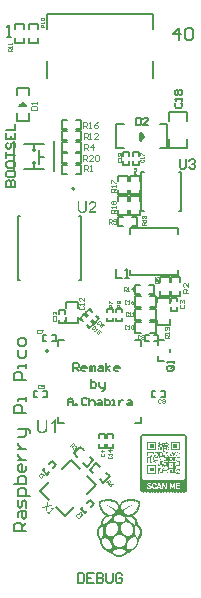
<source format=gto>
G04*
G04 #@! TF.GenerationSoftware,Altium Limited,Altium Designer,20.2.6 (244)*
G04*
G04 Layer_Color=65535*
%FSLAX44Y44*%
%MOMM*%
G71*
G04*
G04 #@! TF.SameCoordinates,8B2779CE-768C-4C2E-8B4F-FC9E545F8715*
G04*
G04*
G04 #@! TF.FilePolarity,Positive*
G04*
G01*
G75*
%ADD10C,0.1270*%
%ADD11C,0.2000*%
%ADD12C,0.1524*%
%ADD13C,0.1500*%
%ADD14C,0.2500*%
%ADD15C,0.1778*%
%ADD16C,0.1000*%
%ADD17C,0.0900*%
%ADD18C,0.1200*%
%ADD19C,0.1400*%
%ADD20C,0.1300*%
%ADD21C,0.1700*%
%ADD22C,0.0800*%
%ADD23R,0.8000X0.1255*%
%ADD24R,0.1255X0.8000*%
G36*
X177489Y155265D02*
X177586D01*
Y155168D01*
X177684D01*
Y155071D01*
X177781D01*
Y154973D01*
X178073D01*
Y154876D01*
X178170D01*
Y154779D01*
X178268D01*
Y154681D01*
X178365D01*
Y154584D01*
X178462D01*
Y154487D01*
X178365D01*
Y154389D01*
X178462D01*
Y154292D01*
X178560D01*
Y154195D01*
X178657D01*
Y154097D01*
X178560D01*
Y154000D01*
X178657D01*
Y153903D01*
X178754D01*
Y153805D01*
Y153708D01*
Y153611D01*
Y153513D01*
Y153416D01*
Y153319D01*
Y153221D01*
Y153124D01*
Y153027D01*
Y152929D01*
Y152832D01*
Y152735D01*
Y152638D01*
Y152540D01*
Y152443D01*
Y152346D01*
Y152248D01*
Y152151D01*
Y152053D01*
Y151956D01*
Y151859D01*
Y151762D01*
Y151664D01*
Y151567D01*
Y151469D01*
Y151372D01*
Y151275D01*
Y151178D01*
Y151080D01*
Y150983D01*
Y150886D01*
Y150788D01*
Y150691D01*
Y150594D01*
Y150496D01*
Y150399D01*
Y150302D01*
Y150204D01*
Y150107D01*
Y150010D01*
Y149912D01*
Y149815D01*
Y149718D01*
Y149620D01*
Y149523D01*
Y149426D01*
Y149328D01*
Y149231D01*
Y149134D01*
Y149036D01*
Y148939D01*
Y148842D01*
Y148744D01*
Y148647D01*
Y148550D01*
Y148452D01*
Y148355D01*
Y148258D01*
Y148160D01*
Y148063D01*
Y147966D01*
Y147868D01*
Y147771D01*
Y147674D01*
Y147577D01*
Y147479D01*
Y147382D01*
Y147284D01*
Y147187D01*
Y147090D01*
Y146993D01*
Y146895D01*
Y146798D01*
Y146700D01*
Y146603D01*
Y146506D01*
Y146409D01*
Y146311D01*
Y146214D01*
Y146117D01*
Y146019D01*
Y145922D01*
Y145824D01*
Y145727D01*
Y145630D01*
Y145533D01*
Y145435D01*
Y145338D01*
Y145241D01*
Y145143D01*
Y145046D01*
Y144949D01*
Y144851D01*
Y144754D01*
Y144657D01*
Y144559D01*
Y144462D01*
Y144365D01*
Y144267D01*
Y144170D01*
Y144073D01*
Y143975D01*
Y143878D01*
Y143781D01*
Y143683D01*
Y143586D01*
Y143489D01*
Y143391D01*
Y143294D01*
Y143197D01*
Y143099D01*
Y143002D01*
Y142905D01*
Y142807D01*
Y142710D01*
Y142613D01*
Y142515D01*
Y142418D01*
Y142321D01*
Y142223D01*
Y142126D01*
Y142029D01*
Y141931D01*
Y141834D01*
Y141737D01*
Y141639D01*
Y141542D01*
Y141445D01*
Y141348D01*
Y141250D01*
Y141153D01*
Y141055D01*
Y140958D01*
Y140861D01*
Y140764D01*
Y140666D01*
Y140569D01*
Y140472D01*
Y140374D01*
Y140277D01*
Y140180D01*
Y140082D01*
Y139985D01*
Y139888D01*
Y139790D01*
Y139693D01*
Y139596D01*
Y139498D01*
Y139401D01*
Y139304D01*
Y139206D01*
Y139109D01*
Y139012D01*
Y138914D01*
Y138817D01*
Y138720D01*
Y138622D01*
Y138525D01*
Y138428D01*
Y138330D01*
Y138233D01*
Y138136D01*
Y138038D01*
Y137941D01*
Y137844D01*
Y137746D01*
Y137649D01*
Y137552D01*
Y137454D01*
Y137357D01*
Y137260D01*
Y137162D01*
Y137065D01*
Y136968D01*
Y136870D01*
Y136773D01*
Y136676D01*
Y136579D01*
Y136481D01*
Y136384D01*
Y136286D01*
Y136189D01*
Y136092D01*
Y135995D01*
Y135897D01*
Y135800D01*
Y135702D01*
Y135605D01*
Y135508D01*
Y135410D01*
Y135313D01*
Y135216D01*
Y135119D01*
Y135021D01*
Y134924D01*
Y134827D01*
Y134729D01*
Y134632D01*
Y134535D01*
Y134437D01*
Y134340D01*
Y134243D01*
Y134145D01*
Y134048D01*
Y133951D01*
Y133853D01*
Y133756D01*
Y133659D01*
Y133561D01*
Y133464D01*
Y133367D01*
Y133269D01*
Y133172D01*
Y133075D01*
Y132977D01*
Y132880D01*
Y132783D01*
Y132685D01*
Y132588D01*
Y132491D01*
Y132393D01*
Y132296D01*
Y132199D01*
Y132101D01*
Y132004D01*
Y131907D01*
Y131809D01*
Y131712D01*
Y131615D01*
Y131517D01*
Y131420D01*
Y131323D01*
Y131226D01*
Y131128D01*
Y131031D01*
Y130934D01*
Y130836D01*
Y130739D01*
Y130641D01*
Y130544D01*
Y130447D01*
Y130350D01*
Y130252D01*
Y130155D01*
Y130057D01*
Y129960D01*
Y129863D01*
Y129766D01*
Y129668D01*
Y129571D01*
Y129474D01*
Y129376D01*
Y129279D01*
Y129182D01*
Y129084D01*
Y128987D01*
Y128890D01*
Y128792D01*
Y128695D01*
Y128598D01*
Y128500D01*
Y128403D01*
Y128306D01*
Y128208D01*
Y128111D01*
Y128014D01*
Y127916D01*
Y127819D01*
Y127722D01*
Y127624D01*
Y127527D01*
Y127430D01*
Y127332D01*
Y127235D01*
Y127138D01*
Y127040D01*
Y126943D01*
Y126846D01*
Y126748D01*
Y126651D01*
Y126554D01*
Y126456D01*
Y126359D01*
Y126262D01*
Y126164D01*
Y126067D01*
Y125970D01*
Y125872D01*
Y125775D01*
Y125678D01*
Y125581D01*
Y125483D01*
Y125386D01*
Y125288D01*
Y125191D01*
Y125094D01*
Y124997D01*
Y124899D01*
Y124802D01*
Y124705D01*
Y124607D01*
Y124510D01*
Y124412D01*
Y124315D01*
Y124218D01*
Y124121D01*
Y124023D01*
Y123926D01*
Y123829D01*
Y123731D01*
Y123634D01*
Y123537D01*
Y123439D01*
Y123342D01*
Y123245D01*
Y123147D01*
Y123050D01*
Y122953D01*
Y122855D01*
Y122758D01*
Y122661D01*
Y122563D01*
Y122466D01*
Y122369D01*
Y122271D01*
Y122174D01*
Y122077D01*
Y121979D01*
Y121882D01*
Y121785D01*
Y121687D01*
Y121590D01*
Y121493D01*
Y121395D01*
Y121298D01*
Y121201D01*
Y121103D01*
Y121006D01*
Y120909D01*
Y120811D01*
Y120714D01*
Y120617D01*
Y120519D01*
Y120422D01*
Y120325D01*
Y120227D01*
Y120130D01*
Y120033D01*
Y119936D01*
Y119838D01*
Y119741D01*
Y119643D01*
Y119546D01*
Y119449D01*
Y119352D01*
Y119254D01*
Y119157D01*
Y119060D01*
Y118962D01*
Y118865D01*
Y118768D01*
Y118670D01*
Y118573D01*
Y118476D01*
Y118378D01*
Y118281D01*
Y118184D01*
Y118086D01*
Y117989D01*
Y117892D01*
Y117794D01*
Y117697D01*
Y117600D01*
Y117502D01*
Y117405D01*
Y117308D01*
Y117210D01*
Y117113D01*
Y117016D01*
Y116918D01*
Y116821D01*
Y116724D01*
Y116626D01*
Y116529D01*
Y116432D01*
Y116334D01*
Y116237D01*
Y116140D01*
Y116042D01*
Y115945D01*
Y115848D01*
Y115750D01*
Y115653D01*
Y115556D01*
Y115458D01*
Y115361D01*
Y115264D01*
Y115166D01*
Y115069D01*
Y114972D01*
Y114874D01*
Y114777D01*
Y114680D01*
Y114583D01*
Y114485D01*
Y114388D01*
Y114291D01*
Y114193D01*
Y114096D01*
Y113998D01*
Y113901D01*
Y113804D01*
Y113707D01*
Y113609D01*
Y113512D01*
Y113415D01*
Y113317D01*
Y113220D01*
Y113123D01*
Y113025D01*
Y112928D01*
Y112831D01*
Y112733D01*
Y112636D01*
Y112539D01*
Y112441D01*
Y112344D01*
Y112247D01*
Y112149D01*
Y112052D01*
Y111955D01*
Y111857D01*
Y111760D01*
Y111663D01*
Y111565D01*
Y111468D01*
Y111371D01*
Y111273D01*
Y111176D01*
Y111079D01*
Y110981D01*
Y110884D01*
Y110787D01*
Y110689D01*
Y110592D01*
Y110495D01*
Y110397D01*
Y110300D01*
Y110203D01*
Y110105D01*
Y110008D01*
Y109911D01*
Y109813D01*
Y109716D01*
Y109619D01*
Y109522D01*
Y109424D01*
Y109327D01*
Y109229D01*
Y109132D01*
Y109035D01*
Y108938D01*
Y108840D01*
Y108743D01*
Y108645D01*
Y108548D01*
Y108451D01*
Y108354D01*
Y108256D01*
Y108159D01*
Y108062D01*
Y107964D01*
Y107867D01*
Y107770D01*
Y107672D01*
X178657D01*
Y107770D01*
X178560D01*
Y107672D01*
X178657D01*
Y107575D01*
X178560D01*
Y107478D01*
X178657D01*
Y107380D01*
X178560D01*
Y107283D01*
X178462D01*
Y107186D01*
X178365D01*
Y107088D01*
X178462D01*
Y106991D01*
X178365D01*
Y106894D01*
X178268D01*
Y106991D01*
X178170D01*
Y106894D01*
X178268D01*
Y106796D01*
X177976D01*
Y106699D01*
X178073D01*
Y106602D01*
X177781D01*
Y106504D01*
X177684D01*
Y106407D01*
X177586D01*
Y106504D01*
X177489D01*
Y106407D01*
X177392D01*
Y106310D01*
X177294D01*
Y106407D01*
X177197D01*
Y106310D01*
X177100D01*
Y106407D01*
X177002D01*
Y106310D01*
X177100D01*
Y106212D01*
X177002D01*
Y106310D01*
X176905D01*
Y106407D01*
X176808D01*
Y106310D01*
X176905D01*
Y106212D01*
X176613D01*
Y106310D01*
X176516D01*
Y106407D01*
X176418D01*
Y106310D01*
X176516D01*
Y106212D01*
X176418D01*
Y106310D01*
X176321D01*
Y106407D01*
X176224D01*
Y106310D01*
X176321D01*
Y106212D01*
X176224D01*
Y106310D01*
X176126D01*
Y106407D01*
X176029D01*
Y106310D01*
X176126D01*
Y106212D01*
X175835D01*
Y106310D01*
X175737D01*
Y106407D01*
X175640D01*
Y106310D01*
X175737D01*
Y106212D01*
X175640D01*
Y106310D01*
X175543D01*
Y106407D01*
X175445D01*
Y106310D01*
X175543D01*
Y106212D01*
X175445D01*
Y106310D01*
X175348D01*
Y106407D01*
X175250D01*
Y106310D01*
X175348D01*
Y106212D01*
X175250D01*
Y106310D01*
X175153D01*
Y106407D01*
X175056D01*
Y106310D01*
X175153D01*
Y106212D01*
X175056D01*
Y106310D01*
X174958D01*
Y106407D01*
X174861D01*
Y106310D01*
X174958D01*
Y106212D01*
X174861D01*
Y106310D01*
X174764D01*
Y106407D01*
X174667D01*
Y106310D01*
X174764D01*
Y106212D01*
X174667D01*
Y106310D01*
X174569D01*
Y106407D01*
X174472D01*
Y106310D01*
X174569D01*
Y106212D01*
X174277D01*
Y106310D01*
X174180D01*
Y106407D01*
X174083D01*
Y106310D01*
X174180D01*
Y106212D01*
X174083D01*
Y106310D01*
X173985D01*
Y106407D01*
X173888D01*
Y106310D01*
X173985D01*
Y106212D01*
X173888D01*
Y106310D01*
X173791D01*
Y106407D01*
X173693D01*
Y106310D01*
X173791D01*
Y106212D01*
X173693D01*
Y106310D01*
X173596D01*
Y106407D01*
X173499D01*
Y106310D01*
X173596D01*
Y106212D01*
X173499D01*
Y106310D01*
X173401D01*
Y106407D01*
X173304D01*
Y106310D01*
X173401D01*
Y106212D01*
X173304D01*
Y106310D01*
X173207D01*
Y106407D01*
X173109D01*
Y106310D01*
X173207D01*
Y106212D01*
X173109D01*
Y106310D01*
X173012D01*
Y106407D01*
X172915D01*
Y106310D01*
X173012D01*
Y106212D01*
X172720D01*
Y106310D01*
X172623D01*
Y106407D01*
X172525D01*
Y106310D01*
X172623D01*
Y106212D01*
X172525D01*
Y106310D01*
X172428D01*
Y106407D01*
X172331D01*
Y106310D01*
X172428D01*
Y106212D01*
X172331D01*
Y106310D01*
X172233D01*
Y106407D01*
X172136D01*
Y106310D01*
X172233D01*
Y106212D01*
X172136D01*
Y106310D01*
X172039D01*
Y106407D01*
X171941D01*
Y106310D01*
X172039D01*
Y106212D01*
X171941D01*
Y106310D01*
X171844D01*
Y106407D01*
X171747D01*
Y106310D01*
X171844D01*
Y106212D01*
X171747D01*
Y106310D01*
X171649D01*
Y106407D01*
X171552D01*
Y106310D01*
X171649D01*
Y106212D01*
X171552D01*
Y106310D01*
X171455D01*
Y106407D01*
X171357D01*
Y106310D01*
X171455D01*
Y106212D01*
X171163D01*
Y106310D01*
X171065D01*
Y106407D01*
X170968D01*
Y106310D01*
X171065D01*
Y106212D01*
X170968D01*
Y106310D01*
X170871D01*
Y106407D01*
X170773D01*
Y106310D01*
X170871D01*
Y106212D01*
X170773D01*
Y106310D01*
X170676D01*
Y106407D01*
X170579D01*
Y106310D01*
X170676D01*
Y106212D01*
X170579D01*
Y106310D01*
X170481D01*
Y106407D01*
X170384D01*
Y106310D01*
X170481D01*
Y106212D01*
X170384D01*
Y106310D01*
X170287D01*
Y106407D01*
X170189D01*
Y106310D01*
X170287D01*
Y106212D01*
X170189D01*
Y106310D01*
X170092D01*
Y106407D01*
X169995D01*
Y106310D01*
X170092D01*
Y106212D01*
X169995D01*
Y106310D01*
X169897D01*
Y106407D01*
X169800D01*
Y106310D01*
X169897D01*
Y106212D01*
X169606D01*
Y106310D01*
X169508D01*
Y106407D01*
X169411D01*
Y106310D01*
X169508D01*
Y106212D01*
X169411D01*
Y106310D01*
X169314D01*
Y106407D01*
X169216D01*
Y106310D01*
X169314D01*
Y106212D01*
X169216D01*
Y106310D01*
X169119D01*
Y106407D01*
X169022D01*
Y106310D01*
X169119D01*
Y106212D01*
X169022D01*
Y106310D01*
X168924D01*
Y106407D01*
X168827D01*
Y106310D01*
X168924D01*
Y106212D01*
X168827D01*
Y106310D01*
X168730D01*
Y106407D01*
X168632D01*
Y106310D01*
X168730D01*
Y106212D01*
X168632D01*
Y106310D01*
X168535D01*
Y106407D01*
X168438D01*
Y106310D01*
X168535D01*
Y106212D01*
X168438D01*
Y106310D01*
X168340D01*
Y106407D01*
X168243D01*
Y106310D01*
X168340D01*
Y106212D01*
X168048D01*
Y106310D01*
X167951D01*
Y106407D01*
X167854D01*
Y106310D01*
X167951D01*
Y106212D01*
X167854D01*
Y106310D01*
X167756D01*
Y106407D01*
X167659D01*
Y106310D01*
X167756D01*
Y106212D01*
X167659D01*
Y106310D01*
X167562D01*
Y106407D01*
X167464D01*
Y106310D01*
X167562D01*
Y106212D01*
X167464D01*
Y106310D01*
X167367D01*
Y106407D01*
X167270D01*
Y106310D01*
X167367D01*
Y106212D01*
X167270D01*
Y106310D01*
X167172D01*
Y106407D01*
X167075D01*
Y106310D01*
X167172D01*
Y106212D01*
X167075D01*
Y106310D01*
X166978D01*
Y106407D01*
X166880D01*
Y106310D01*
X166978D01*
Y106212D01*
X166880D01*
Y106310D01*
X166783D01*
Y106407D01*
X166686D01*
Y106310D01*
X166783D01*
Y106212D01*
X166491D01*
Y106310D01*
X166394D01*
Y106407D01*
X166296D01*
Y106310D01*
X166394D01*
Y106212D01*
X166296D01*
Y106310D01*
X166199D01*
Y106407D01*
X166102D01*
Y106310D01*
X166199D01*
Y106212D01*
X166102D01*
Y106310D01*
X166004D01*
Y106407D01*
X165907D01*
Y106310D01*
X166004D01*
Y106212D01*
X165907D01*
Y106310D01*
X165810D01*
Y106407D01*
X165712D01*
Y106310D01*
X165810D01*
Y106212D01*
X165712D01*
Y106310D01*
X165615D01*
Y106407D01*
X165518D01*
Y106310D01*
X165615D01*
Y106212D01*
X165518D01*
Y106310D01*
X165420D01*
Y106407D01*
X165323D01*
Y106310D01*
X165420D01*
Y106212D01*
X165323D01*
Y106310D01*
X165226D01*
Y106407D01*
X165128D01*
Y106310D01*
X165226D01*
Y106212D01*
X164934D01*
Y106310D01*
X164837D01*
Y106407D01*
X164739D01*
Y106310D01*
X164837D01*
Y106212D01*
X164739D01*
Y106310D01*
X164642D01*
Y106407D01*
X164545D01*
Y106310D01*
X164642D01*
Y106212D01*
X164545D01*
Y106310D01*
X164447D01*
Y106407D01*
X164350D01*
Y106310D01*
X164447D01*
Y106212D01*
X164350D01*
Y106310D01*
X164252D01*
Y106407D01*
X164155D01*
Y106310D01*
X164252D01*
Y106212D01*
X164155D01*
Y106310D01*
X164058D01*
Y106407D01*
X163961D01*
Y106310D01*
X164058D01*
Y106212D01*
X163961D01*
Y106310D01*
X163863D01*
Y106407D01*
X163766D01*
Y106310D01*
X163863D01*
Y106212D01*
X163766D01*
Y106310D01*
X163669D01*
Y106407D01*
X163571D01*
Y106310D01*
X163669D01*
Y106212D01*
X163377D01*
Y106310D01*
X163279D01*
Y106407D01*
X163182D01*
Y106310D01*
X163279D01*
Y106212D01*
X163182D01*
Y106310D01*
X163085D01*
Y106407D01*
X162987D01*
Y106310D01*
X163085D01*
Y106212D01*
X162987D01*
Y106310D01*
X162890D01*
Y106407D01*
X162793D01*
Y106310D01*
X162890D01*
Y106212D01*
X162793D01*
Y106310D01*
X162695D01*
Y106407D01*
X162598D01*
Y106310D01*
X162695D01*
Y106212D01*
X162598D01*
Y106310D01*
X162501D01*
Y106407D01*
X162403D01*
Y106310D01*
X162501D01*
Y106212D01*
X162403D01*
Y106310D01*
X162306D01*
Y106407D01*
X162209D01*
Y106310D01*
X162306D01*
Y106212D01*
X162209D01*
Y106310D01*
X162111D01*
Y106407D01*
X162014D01*
Y106310D01*
X162111D01*
Y106212D01*
X161819D01*
Y106310D01*
X161722D01*
Y106407D01*
X161625D01*
Y106310D01*
X161722D01*
Y106212D01*
X161625D01*
Y106310D01*
X161527D01*
Y106407D01*
X161430D01*
Y106310D01*
X161527D01*
Y106212D01*
X161430D01*
Y106310D01*
X161333D01*
Y106407D01*
X161235D01*
Y106310D01*
X161333D01*
Y106212D01*
X161235D01*
Y106310D01*
X161138D01*
Y106407D01*
X161041D01*
Y106310D01*
X161138D01*
Y106212D01*
X161041D01*
Y106310D01*
X160943D01*
Y106407D01*
X160846D01*
Y106310D01*
X160943D01*
Y106212D01*
X160846D01*
Y106310D01*
X160749D01*
Y106407D01*
X160651D01*
Y106310D01*
X160749D01*
Y106212D01*
X160651D01*
Y106310D01*
X160554D01*
Y106407D01*
X160457D01*
Y106310D01*
X160554D01*
Y106212D01*
X160262D01*
Y106310D01*
X160165D01*
Y106407D01*
X160067D01*
Y106310D01*
X160165D01*
Y106212D01*
X160067D01*
Y106310D01*
X159970D01*
Y106407D01*
X159873D01*
Y106310D01*
X159970D01*
Y106212D01*
X159873D01*
Y106310D01*
X159775D01*
Y106407D01*
X159678D01*
Y106310D01*
X159775D01*
Y106212D01*
X159678D01*
Y106310D01*
X159581D01*
Y106407D01*
X159483D01*
Y106310D01*
X159581D01*
Y106212D01*
X159483D01*
Y106310D01*
X159386D01*
Y106407D01*
X159289D01*
Y106310D01*
X159386D01*
Y106212D01*
X159289D01*
Y106310D01*
X159192D01*
Y106407D01*
X159094D01*
Y106310D01*
X159192D01*
Y106212D01*
X159094D01*
Y106310D01*
X158997D01*
Y106407D01*
X158899D01*
Y106310D01*
X158997D01*
Y106212D01*
X158705D01*
Y106310D01*
X158608D01*
Y106407D01*
X158510D01*
Y106310D01*
X158608D01*
Y106212D01*
X158510D01*
Y106310D01*
X158413D01*
Y106407D01*
X158316D01*
Y106310D01*
X158413D01*
Y106212D01*
X158316D01*
Y106310D01*
X158218D01*
Y106407D01*
X158121D01*
Y106310D01*
X158218D01*
Y106212D01*
X158121D01*
Y106310D01*
X158024D01*
Y106407D01*
X157926D01*
Y106310D01*
X158024D01*
Y106212D01*
X157926D01*
Y106310D01*
X157829D01*
Y106407D01*
X157732D01*
Y106310D01*
X157829D01*
Y106212D01*
X157732D01*
Y106310D01*
X157634D01*
Y106407D01*
X157537D01*
Y106310D01*
X157634D01*
Y106212D01*
X157537D01*
Y106310D01*
X157440D01*
Y106407D01*
X157342D01*
Y106310D01*
X157440D01*
Y106212D01*
X157148D01*
Y106310D01*
X157050D01*
Y106407D01*
X156953D01*
Y106310D01*
X157050D01*
Y106212D01*
X156953D01*
Y106310D01*
X156856D01*
Y106407D01*
X156758D01*
Y106310D01*
X156856D01*
Y106212D01*
X156758D01*
Y106310D01*
X156661D01*
Y106407D01*
X156564D01*
Y106310D01*
X156661D01*
Y106212D01*
X156564D01*
Y106310D01*
X156466D01*
Y106407D01*
X156369D01*
Y106310D01*
X156466D01*
Y106212D01*
X156369D01*
Y106310D01*
X156272D01*
Y106407D01*
X156174D01*
Y106310D01*
X156272D01*
Y106212D01*
X156174D01*
Y106310D01*
X156077D01*
Y106407D01*
X155980D01*
Y106310D01*
X156077D01*
Y106212D01*
X155980D01*
Y106310D01*
X155882D01*
Y106407D01*
X155785D01*
Y106310D01*
X155882D01*
Y106212D01*
X155590D01*
Y106310D01*
X155493D01*
Y106407D01*
X155396D01*
Y106310D01*
X155493D01*
Y106212D01*
X155396D01*
Y106310D01*
X155298D01*
Y106407D01*
X155201D01*
Y106310D01*
X155298D01*
Y106212D01*
X155201D01*
Y106310D01*
X155104D01*
Y106407D01*
X155006D01*
Y106310D01*
X155104D01*
Y106212D01*
X155006D01*
Y106310D01*
X154909D01*
Y106407D01*
X154812D01*
Y106310D01*
X154909D01*
Y106212D01*
X154812D01*
Y106310D01*
X154714D01*
Y106407D01*
X154617D01*
Y106310D01*
X154714D01*
Y106212D01*
X154617D01*
Y106310D01*
X154520D01*
Y106407D01*
X154422D01*
Y106310D01*
X154520D01*
Y106212D01*
X154422D01*
Y106310D01*
X154325D01*
Y106407D01*
X154228D01*
Y106310D01*
X154325D01*
Y106212D01*
X154033D01*
Y106310D01*
X153936D01*
Y106407D01*
X153839D01*
Y106310D01*
X153936D01*
Y106212D01*
X153839D01*
Y106310D01*
X153741D01*
Y106407D01*
X153644D01*
Y106310D01*
X153741D01*
Y106212D01*
X153644D01*
Y106310D01*
X153546D01*
Y106407D01*
X153449D01*
Y106310D01*
X153546D01*
Y106212D01*
X153449D01*
Y106310D01*
X153352D01*
Y106407D01*
X153254D01*
Y106310D01*
X153352D01*
Y106212D01*
X153254D01*
Y106310D01*
X153157D01*
Y106407D01*
X153060D01*
Y106310D01*
X153157D01*
Y106212D01*
X153060D01*
Y106310D01*
X152963D01*
Y106407D01*
X152865D01*
Y106310D01*
X152963D01*
Y106212D01*
X152865D01*
Y106310D01*
X152768D01*
Y106407D01*
X152671D01*
Y106310D01*
X152768D01*
Y106212D01*
X152476D01*
Y106310D01*
X152379D01*
Y106407D01*
X152281D01*
Y106310D01*
X152379D01*
Y106212D01*
X152281D01*
Y106310D01*
X152184D01*
Y106407D01*
X152087D01*
Y106310D01*
X152184D01*
Y106212D01*
X152087D01*
Y106310D01*
X151989D01*
Y106407D01*
X151892D01*
Y106310D01*
X151989D01*
Y106212D01*
X151892D01*
Y106310D01*
X151795D01*
Y106407D01*
X151697D01*
Y106310D01*
X151795D01*
Y106212D01*
X151697D01*
Y106310D01*
X151600D01*
Y106407D01*
X151503D01*
Y106310D01*
X151600D01*
Y106212D01*
X151503D01*
Y106310D01*
X151405D01*
Y106407D01*
X151308D01*
Y106310D01*
X151405D01*
Y106212D01*
X151308D01*
Y106310D01*
X151211D01*
Y106407D01*
X151113D01*
Y106310D01*
X151211D01*
Y106212D01*
X150919D01*
Y106310D01*
X150821D01*
Y106407D01*
X150724D01*
Y106310D01*
X150821D01*
Y106212D01*
X150724D01*
Y106310D01*
X150627D01*
Y106407D01*
X150529D01*
Y106310D01*
X150627D01*
Y106212D01*
X150529D01*
Y106310D01*
X150432D01*
Y106407D01*
X150335D01*
Y106310D01*
X150432D01*
Y106212D01*
X150335D01*
Y106310D01*
X150237D01*
Y106407D01*
X150140D01*
Y106310D01*
X150237D01*
Y106212D01*
X150140D01*
Y106310D01*
X150043D01*
Y106407D01*
X149945D01*
Y106310D01*
X150043D01*
Y106212D01*
X149945D01*
Y106310D01*
X149848D01*
Y106407D01*
X149751D01*
Y106310D01*
X149848D01*
Y106212D01*
X149751D01*
Y106310D01*
X149653D01*
Y106407D01*
X149556D01*
Y106310D01*
X149653D01*
Y106212D01*
X149361D01*
Y106310D01*
X149264D01*
Y106407D01*
X149167D01*
Y106310D01*
X149264D01*
Y106212D01*
X149167D01*
Y106310D01*
X149069D01*
Y106407D01*
X148972D01*
Y106310D01*
X149069D01*
Y106212D01*
X148972D01*
Y106310D01*
X148875D01*
Y106407D01*
X148778D01*
Y106310D01*
X148875D01*
Y106212D01*
X148778D01*
Y106310D01*
X148680D01*
Y106407D01*
X148583D01*
Y106310D01*
X148680D01*
Y106212D01*
X148583D01*
Y106310D01*
X148485D01*
Y106407D01*
X148388D01*
Y106310D01*
X148485D01*
Y106212D01*
X148388D01*
Y106310D01*
X148291D01*
Y106407D01*
X148194D01*
Y106310D01*
X148291D01*
Y106212D01*
X148194D01*
Y106310D01*
X148096D01*
Y106407D01*
X147999D01*
Y106310D01*
X148096D01*
Y106212D01*
X147804D01*
Y106310D01*
X147707D01*
Y106407D01*
X147610D01*
Y106310D01*
X147707D01*
Y106212D01*
X147610D01*
Y106310D01*
X147512D01*
Y106407D01*
X147415D01*
Y106310D01*
X147512D01*
Y106212D01*
X147415D01*
Y106310D01*
X147318D01*
Y106407D01*
X147220D01*
Y106310D01*
X147318D01*
Y106212D01*
X147220D01*
Y106310D01*
X147123D01*
Y106407D01*
X147026D01*
Y106310D01*
X147123D01*
Y106212D01*
X147026D01*
Y106310D01*
X146928D01*
Y106407D01*
X146831D01*
Y106310D01*
X146928D01*
Y106212D01*
X146831D01*
Y106310D01*
X146734D01*
Y106407D01*
X146636D01*
Y106310D01*
X146734D01*
Y106212D01*
X146636D01*
Y106310D01*
X146539D01*
Y106407D01*
X146442D01*
Y106310D01*
X146539D01*
Y106212D01*
X146247D01*
Y106310D01*
X146150D01*
Y106407D01*
X146052D01*
Y106310D01*
X146150D01*
Y106212D01*
X146052D01*
Y106310D01*
X145955D01*
Y106407D01*
X145858D01*
Y106310D01*
X145955D01*
Y106212D01*
X145858D01*
Y106310D01*
X145760D01*
Y106407D01*
X145663D01*
Y106310D01*
X145760D01*
Y106212D01*
X145663D01*
Y106310D01*
X145566D01*
Y106407D01*
X145468D01*
Y106310D01*
X145566D01*
Y106212D01*
X145468D01*
Y106310D01*
X145371D01*
Y106407D01*
X145274D01*
Y106310D01*
X145371D01*
Y106212D01*
X145274D01*
Y106310D01*
X145176D01*
Y106407D01*
X145079D01*
Y106310D01*
X145176D01*
Y106212D01*
X145079D01*
Y106310D01*
X144982D01*
Y106407D01*
X144884D01*
Y106310D01*
X144982D01*
Y106212D01*
X144690D01*
Y106310D01*
X144592D01*
Y106407D01*
X144495D01*
Y106310D01*
X144592D01*
Y106212D01*
X144495D01*
Y106310D01*
X144398D01*
Y106407D01*
X144300D01*
Y106310D01*
X144398D01*
Y106212D01*
X144300D01*
Y106310D01*
X144203D01*
Y106407D01*
X144106D01*
Y106310D01*
X144203D01*
Y106212D01*
X144106D01*
Y106310D01*
X144008D01*
Y106407D01*
X143911D01*
Y106310D01*
X144008D01*
Y106212D01*
X143911D01*
Y106310D01*
X143814D01*
Y106407D01*
X143716D01*
Y106310D01*
X143814D01*
Y106212D01*
X143716D01*
Y106310D01*
X143619D01*
Y106407D01*
X143522D01*
Y106310D01*
X143619D01*
Y106212D01*
X143522D01*
Y106310D01*
X143425D01*
Y106407D01*
X143327D01*
Y106310D01*
X143425D01*
Y106212D01*
X143132D01*
Y106310D01*
X143035D01*
Y106407D01*
X142938D01*
Y106310D01*
X143035D01*
Y106212D01*
X142938D01*
Y106310D01*
X142840D01*
Y106407D01*
X142743D01*
Y106310D01*
X142840D01*
Y106212D01*
X142743D01*
Y106310D01*
X142646D01*
Y106407D01*
X142549D01*
Y106310D01*
X142646D01*
Y106212D01*
X142549D01*
Y106310D01*
X142451D01*
Y106407D01*
X142354D01*
Y106310D01*
X142451D01*
Y106212D01*
X142354D01*
Y106310D01*
X142257D01*
Y106407D01*
X142159D01*
Y106310D01*
X142257D01*
Y106212D01*
X142159D01*
Y106310D01*
X142062D01*
Y106407D01*
X141965D01*
Y106310D01*
X142062D01*
Y106212D01*
X141965D01*
Y106310D01*
X141867D01*
Y106407D01*
X141770D01*
Y106310D01*
X141867D01*
Y106212D01*
X141575D01*
Y106310D01*
X141478D01*
Y106407D01*
X141381D01*
Y106310D01*
X141478D01*
Y106212D01*
X141381D01*
Y106310D01*
X141283D01*
Y106407D01*
X141186D01*
Y106310D01*
X141283D01*
Y106212D01*
X141186D01*
Y106310D01*
X141089D01*
Y106407D01*
X140991D01*
Y106310D01*
X141089D01*
Y106212D01*
X140991D01*
Y106310D01*
X140894D01*
Y106407D01*
X140797D01*
Y106310D01*
X140894D01*
Y106212D01*
X140797D01*
Y106310D01*
X140699D01*
Y106407D01*
X140407D01*
Y106504D01*
X140310D01*
Y106602D01*
X140213D01*
Y106504D01*
X140310D01*
Y106407D01*
X140213D01*
Y106504D01*
X140115D01*
Y106602D01*
X140018D01*
Y106699D01*
X139921D01*
Y106796D01*
X139823D01*
Y106894D01*
X139726D01*
Y106991D01*
X139629D01*
Y107088D01*
X139531D01*
Y107186D01*
X139434D01*
Y107283D01*
X139531D01*
Y107380D01*
X139434D01*
Y107478D01*
X139337D01*
Y107575D01*
X139434D01*
Y107672D01*
X139337D01*
Y107770D01*
X139239D01*
Y107867D01*
X139337D01*
Y107964D01*
X139239D01*
Y108062D01*
Y108159D01*
Y108256D01*
Y108354D01*
Y108451D01*
Y108548D01*
Y108645D01*
Y108743D01*
Y108840D01*
Y108938D01*
Y109035D01*
Y109132D01*
Y109229D01*
Y109327D01*
Y109424D01*
Y109522D01*
Y109619D01*
Y109716D01*
Y109813D01*
Y109911D01*
Y110008D01*
Y110105D01*
Y110203D01*
Y110300D01*
Y110397D01*
Y110495D01*
Y110592D01*
Y110689D01*
Y110787D01*
Y110884D01*
Y110981D01*
Y111079D01*
Y111176D01*
Y111273D01*
Y111371D01*
Y111468D01*
Y111565D01*
Y111663D01*
Y111760D01*
Y111857D01*
Y111955D01*
Y112052D01*
Y112149D01*
Y112247D01*
Y112344D01*
Y112441D01*
Y112539D01*
Y112636D01*
Y112733D01*
Y112831D01*
Y112928D01*
Y113025D01*
Y113123D01*
Y113220D01*
Y113317D01*
Y113415D01*
Y113512D01*
Y113609D01*
Y113707D01*
Y113804D01*
Y113901D01*
Y113998D01*
Y114096D01*
Y114193D01*
Y114291D01*
Y114388D01*
Y114485D01*
Y114583D01*
Y114680D01*
Y114777D01*
Y114874D01*
Y114972D01*
Y115069D01*
Y115166D01*
Y115264D01*
Y115361D01*
Y115458D01*
Y115556D01*
Y115653D01*
Y115750D01*
Y115848D01*
Y115945D01*
Y116042D01*
Y116140D01*
Y116237D01*
Y116334D01*
Y116432D01*
Y116529D01*
Y116626D01*
Y116724D01*
Y116821D01*
Y116918D01*
Y117016D01*
Y117113D01*
Y117210D01*
Y117308D01*
Y117405D01*
Y117502D01*
Y117600D01*
Y117697D01*
Y117794D01*
Y117892D01*
Y117989D01*
Y118086D01*
Y118184D01*
Y118281D01*
Y118378D01*
Y118476D01*
Y118573D01*
Y118670D01*
Y118768D01*
Y118865D01*
Y118962D01*
Y119060D01*
Y119157D01*
Y119254D01*
Y119352D01*
Y119449D01*
Y119546D01*
Y119643D01*
Y119741D01*
Y119838D01*
Y119936D01*
Y120033D01*
Y120130D01*
Y120227D01*
Y120325D01*
Y120422D01*
Y120519D01*
Y120617D01*
Y120714D01*
Y120811D01*
Y120909D01*
Y121006D01*
Y121103D01*
Y121201D01*
Y121298D01*
Y121395D01*
Y121493D01*
Y121590D01*
Y121687D01*
Y121785D01*
Y121882D01*
Y121979D01*
Y122077D01*
Y122174D01*
Y122271D01*
Y122369D01*
Y122466D01*
Y122563D01*
Y122661D01*
Y122758D01*
Y122855D01*
Y122953D01*
Y123050D01*
Y123147D01*
Y123245D01*
Y123342D01*
Y123439D01*
Y123537D01*
Y123634D01*
Y123731D01*
Y123829D01*
Y123926D01*
Y124023D01*
Y124121D01*
Y124218D01*
Y124315D01*
Y124412D01*
Y124510D01*
Y124607D01*
Y124705D01*
Y124802D01*
Y124899D01*
Y124997D01*
Y125094D01*
Y125191D01*
Y125288D01*
Y125386D01*
Y125483D01*
Y125581D01*
Y125678D01*
Y125775D01*
Y125872D01*
Y125970D01*
Y126067D01*
Y126164D01*
Y126262D01*
Y126359D01*
Y126456D01*
Y126554D01*
Y126651D01*
Y126748D01*
Y126846D01*
Y126943D01*
Y127040D01*
Y127138D01*
Y127235D01*
Y127332D01*
Y127430D01*
Y127527D01*
Y127624D01*
Y127722D01*
Y127819D01*
Y127916D01*
Y128014D01*
Y128111D01*
Y128208D01*
Y128306D01*
Y128403D01*
Y128500D01*
Y128598D01*
Y128695D01*
Y128792D01*
Y128890D01*
Y128987D01*
Y129084D01*
Y129182D01*
Y129279D01*
Y129376D01*
Y129474D01*
Y129571D01*
Y129668D01*
Y129766D01*
Y129863D01*
Y129960D01*
Y130057D01*
Y130155D01*
Y130252D01*
Y130350D01*
Y130447D01*
Y130544D01*
Y130641D01*
Y130739D01*
Y130836D01*
Y130934D01*
Y131031D01*
Y131128D01*
Y131226D01*
Y131323D01*
Y131420D01*
Y131517D01*
Y131615D01*
Y131712D01*
Y131809D01*
Y131907D01*
Y132004D01*
Y132101D01*
Y132199D01*
Y132296D01*
Y132393D01*
Y132491D01*
Y132588D01*
Y132685D01*
Y132783D01*
Y132880D01*
Y132977D01*
Y133075D01*
Y133172D01*
Y133269D01*
Y133367D01*
Y133464D01*
Y133561D01*
Y133659D01*
Y133756D01*
Y133853D01*
Y133951D01*
Y134048D01*
Y134145D01*
Y134243D01*
Y134340D01*
Y134437D01*
Y134535D01*
Y134632D01*
Y134729D01*
Y134827D01*
Y134924D01*
Y135021D01*
Y135119D01*
Y135216D01*
Y135313D01*
Y135410D01*
Y135508D01*
Y135605D01*
Y135702D01*
Y135800D01*
Y135897D01*
Y135995D01*
Y136092D01*
Y136189D01*
Y136286D01*
Y136384D01*
Y136481D01*
Y136579D01*
Y136676D01*
Y136773D01*
Y136870D01*
Y136968D01*
Y137065D01*
Y137162D01*
Y137260D01*
Y137357D01*
Y137454D01*
Y137552D01*
Y137649D01*
Y137746D01*
Y137844D01*
Y137941D01*
Y138038D01*
Y138136D01*
Y138233D01*
Y138330D01*
Y138428D01*
Y138525D01*
Y138622D01*
Y138720D01*
Y138817D01*
Y138914D01*
Y139012D01*
Y139109D01*
Y139206D01*
Y139304D01*
Y139401D01*
Y139498D01*
Y139596D01*
Y139693D01*
Y139790D01*
Y139888D01*
Y139985D01*
Y140082D01*
Y140180D01*
Y140277D01*
Y140374D01*
Y140472D01*
Y140569D01*
Y140666D01*
Y140764D01*
Y140861D01*
Y140958D01*
Y141055D01*
Y141153D01*
Y141250D01*
Y141348D01*
Y141445D01*
Y141542D01*
Y141639D01*
Y141737D01*
Y141834D01*
Y141931D01*
Y142029D01*
Y142126D01*
Y142223D01*
Y142321D01*
Y142418D01*
Y142515D01*
Y142613D01*
Y142710D01*
Y142807D01*
Y142905D01*
Y143002D01*
Y143099D01*
Y143197D01*
Y143294D01*
Y143391D01*
Y143489D01*
Y143586D01*
Y143683D01*
Y143781D01*
Y143878D01*
Y143975D01*
Y144073D01*
Y144170D01*
Y144267D01*
Y144365D01*
Y144462D01*
Y144559D01*
Y144657D01*
Y144754D01*
Y144851D01*
Y144949D01*
Y145046D01*
Y145143D01*
Y145241D01*
Y145338D01*
Y145435D01*
Y145533D01*
Y145630D01*
Y145727D01*
Y145824D01*
Y145922D01*
Y146019D01*
Y146117D01*
Y146214D01*
Y146311D01*
Y146409D01*
Y146506D01*
Y146603D01*
Y146700D01*
Y146798D01*
Y146895D01*
Y146993D01*
Y147090D01*
Y147187D01*
Y147284D01*
Y147382D01*
Y147479D01*
Y147577D01*
Y147674D01*
Y147771D01*
Y147868D01*
Y147966D01*
Y148063D01*
Y148160D01*
Y148258D01*
Y148355D01*
Y148452D01*
Y148550D01*
Y148647D01*
Y148744D01*
Y148842D01*
Y148939D01*
Y149036D01*
Y149134D01*
Y149231D01*
Y149328D01*
Y149426D01*
Y149523D01*
Y149620D01*
Y149718D01*
Y149815D01*
Y149912D01*
Y150010D01*
Y150107D01*
Y150204D01*
Y150302D01*
Y150399D01*
Y150496D01*
Y150594D01*
Y150691D01*
Y150788D01*
Y150886D01*
Y150983D01*
Y151080D01*
Y151178D01*
Y151275D01*
Y151372D01*
Y151469D01*
Y151567D01*
Y151664D01*
Y151762D01*
Y151859D01*
Y151956D01*
Y152053D01*
Y152151D01*
Y152248D01*
Y152346D01*
Y152443D01*
Y152540D01*
Y152638D01*
Y152735D01*
Y152832D01*
Y152929D01*
Y153027D01*
Y153124D01*
Y153221D01*
Y153319D01*
Y153416D01*
Y153513D01*
Y153611D01*
Y153708D01*
Y153805D01*
X139337D01*
Y153903D01*
X139239D01*
Y154000D01*
X139337D01*
Y153903D01*
X139434D01*
Y154000D01*
X139337D01*
Y154097D01*
X139434D01*
Y154195D01*
X139531D01*
Y154292D01*
X139434D01*
Y154389D01*
X139531D01*
Y154487D01*
X139629D01*
Y154584D01*
X139726D01*
Y154681D01*
X139823D01*
Y154779D01*
X139921D01*
Y154876D01*
X140018D01*
Y154973D01*
X140115D01*
Y155071D01*
X140213D01*
Y155168D01*
X140505D01*
Y155265D01*
X140602D01*
Y155168D01*
X140699D01*
Y155265D01*
X140602D01*
Y155363D01*
X140699D01*
Y155265D01*
X140797D01*
Y155363D01*
X177294D01*
Y155265D01*
X177392D01*
Y155168D01*
X177489D01*
Y155265D01*
X177392D01*
Y155363D01*
X177489D01*
Y155265D01*
D02*
G37*
G36*
X130713Y100761D02*
X130903D01*
Y100667D01*
X131092D01*
Y100572D01*
X131661D01*
Y100667D01*
X132134D01*
Y100761D01*
X132513D01*
Y100667D01*
X132987D01*
Y100572D01*
X133271D01*
Y100477D01*
X133461D01*
Y100382D01*
X133745D01*
Y100288D01*
X133935D01*
Y100382D01*
X134787D01*
Y100288D01*
X134882D01*
Y100193D01*
X135071D01*
Y100098D01*
X135166D01*
Y100003D01*
X135261D01*
Y99909D01*
X136493D01*
Y99814D01*
X136682D01*
Y99719D01*
X136966D01*
Y99624D01*
X137156D01*
Y99530D01*
X137251D01*
Y99435D01*
X137345D01*
Y99340D01*
X137440D01*
Y99245D01*
X137535D01*
Y99151D01*
X138388D01*
Y99056D01*
X138577D01*
Y98961D01*
X138767D01*
Y98867D01*
X138861D01*
Y98772D01*
X138956D01*
Y98677D01*
X139051D01*
Y98582D01*
X139146D01*
Y98298D01*
X139240D01*
Y97540D01*
X139146D01*
Y96593D01*
X139240D01*
Y96403D01*
X139335D01*
Y95740D01*
X139240D01*
Y95550D01*
X139146D01*
Y95266D01*
X139051D01*
Y95171D01*
X138956D01*
Y94887D01*
X138861D01*
Y94792D01*
X138956D01*
Y94319D01*
X138861D01*
Y93940D01*
X138767D01*
Y93845D01*
X138672D01*
Y93561D01*
X138577D01*
Y93466D01*
X138482D01*
Y93276D01*
X138388D01*
Y92992D01*
X138293D01*
Y92803D01*
X138388D01*
Y92613D01*
X138293D01*
Y92234D01*
X138198D01*
Y91950D01*
X138103D01*
Y91855D01*
X138009D01*
Y91761D01*
X137914D01*
Y91666D01*
X137819D01*
Y91571D01*
X137724D01*
Y91476D01*
X137630D01*
Y91382D01*
X137535D01*
Y91003D01*
X137440D01*
Y90624D01*
X137345D01*
Y90529D01*
X137251D01*
Y90339D01*
X137156D01*
Y90245D01*
X137061D01*
Y90055D01*
X136966D01*
Y89960D01*
X136777D01*
Y89771D01*
X136587D01*
Y89676D01*
X136398D01*
Y89581D01*
X136303D01*
Y89487D01*
X136208D01*
Y89392D01*
X136114D01*
Y89108D01*
X136019D01*
Y88918D01*
X135924D01*
Y88823D01*
X135829D01*
Y88634D01*
X135735D01*
Y88539D01*
X135545D01*
Y88444D01*
X135450D01*
Y88350D01*
X135356D01*
Y88255D01*
X135166D01*
Y88160D01*
X134977D01*
Y88065D01*
X134693D01*
Y87971D01*
X134503D01*
Y87781D01*
X134408D01*
Y87497D01*
X134313D01*
Y87402D01*
X134219D01*
Y87308D01*
X134124D01*
Y87213D01*
X134029D01*
Y87118D01*
X133935D01*
Y87023D01*
X133745D01*
Y86929D01*
X133556D01*
Y86834D01*
X133271D01*
Y86739D01*
X133177D01*
Y86644D01*
X133082D01*
Y86550D01*
X132987D01*
Y86455D01*
X133177D01*
Y86360D01*
X133366D01*
Y86265D01*
X133461D01*
Y86171D01*
X133650D01*
Y86076D01*
X133745D01*
Y85981D01*
X133935D01*
Y85886D01*
X134029D01*
Y85792D01*
X134124D01*
Y85697D01*
X134313D01*
Y85602D01*
X134408D01*
Y85507D01*
X134503D01*
Y85413D01*
X134598D01*
Y85318D01*
X134693D01*
Y85223D01*
X134882D01*
Y85128D01*
X134977D01*
Y85034D01*
X135071D01*
Y84939D01*
X135166D01*
Y84844D01*
X135261D01*
Y84749D01*
X135356D01*
Y84560D01*
X135450D01*
Y84465D01*
X135545D01*
Y84370D01*
X135640D01*
Y84276D01*
X135735D01*
Y84181D01*
X135829D01*
Y83991D01*
X135924D01*
Y83897D01*
X136019D01*
Y83707D01*
X136114D01*
Y83518D01*
X136208D01*
Y83423D01*
X136303D01*
Y83139D01*
X136398D01*
Y82949D01*
X136493D01*
Y82760D01*
X136587D01*
Y82475D01*
X136682D01*
Y82286D01*
X136777D01*
Y81812D01*
X136872D01*
Y81528D01*
X136966D01*
Y80960D01*
X137061D01*
Y80012D01*
X137156D01*
Y79065D01*
X137251D01*
Y78875D01*
X137345D01*
Y78686D01*
X137440D01*
Y78591D01*
X137535D01*
Y78496D01*
X137630D01*
Y78401D01*
X137724D01*
Y78307D01*
X137914D01*
Y78212D01*
X138009D01*
Y78117D01*
X138198D01*
Y77928D01*
X138388D01*
Y77833D01*
X138482D01*
Y77738D01*
X138577D01*
Y77643D01*
X138672D01*
Y77549D01*
X138767D01*
Y77454D01*
X138861D01*
Y77359D01*
X138956D01*
Y77264D01*
X139051D01*
Y77170D01*
X139146D01*
Y76980D01*
X139240D01*
Y76885D01*
X139335D01*
Y76791D01*
X139430D01*
Y76601D01*
X139525D01*
Y76507D01*
X139619D01*
Y76317D01*
X139714D01*
Y76222D01*
X139809D01*
Y76033D01*
X139904D01*
Y75843D01*
X139998D01*
Y75749D01*
X140093D01*
Y75464D01*
X140188D01*
Y75370D01*
X140282D01*
Y75085D01*
X140377D01*
Y74801D01*
X140472D01*
Y74612D01*
X140567D01*
Y74233D01*
X140661D01*
Y73948D01*
X140756D01*
Y73380D01*
X140851D01*
Y71201D01*
X140756D01*
Y70727D01*
X140661D01*
Y70443D01*
X140567D01*
Y70064D01*
X140472D01*
Y69874D01*
X140377D01*
Y69590D01*
X140282D01*
Y69401D01*
X140188D01*
Y69211D01*
X140093D01*
Y68927D01*
X139998D01*
Y68832D01*
X139904D01*
Y68643D01*
X139809D01*
Y68453D01*
X139714D01*
Y68358D01*
X139619D01*
Y68169D01*
X139525D01*
Y68074D01*
X139430D01*
Y67979D01*
X139335D01*
Y67885D01*
X139240D01*
Y67695D01*
X139146D01*
Y67600D01*
X139051D01*
Y67506D01*
X138956D01*
Y67411D01*
X138861D01*
Y67221D01*
X138672D01*
Y66937D01*
X138577D01*
Y66653D01*
X138482D01*
Y66369D01*
X138388D01*
Y65990D01*
X138293D01*
Y65800D01*
X138198D01*
Y65421D01*
X138103D01*
Y65232D01*
X138009D01*
Y64947D01*
X137914D01*
Y64663D01*
X137819D01*
Y64474D01*
X137724D01*
Y64095D01*
X137630D01*
Y63905D01*
X137535D01*
Y63432D01*
X137440D01*
Y62863D01*
X137345D01*
Y62579D01*
X137251D01*
Y62200D01*
X137156D01*
Y62010D01*
X137061D01*
Y61726D01*
X136966D01*
Y61442D01*
X136872D01*
Y61347D01*
X136777D01*
Y61063D01*
X136682D01*
Y60873D01*
X136587D01*
Y60684D01*
X136493D01*
Y60589D01*
Y60494D01*
X136398D01*
Y60400D01*
X136303D01*
Y60210D01*
X136208D01*
Y60115D01*
X136114D01*
Y59926D01*
X136019D01*
Y59831D01*
X135924D01*
Y59736D01*
X135829D01*
Y59547D01*
X135735D01*
Y59452D01*
X135640D01*
Y59358D01*
X135545D01*
Y59263D01*
X135450D01*
Y59168D01*
X135356D01*
Y58979D01*
X135166D01*
Y58884D01*
X135071D01*
Y58694D01*
X134882D01*
Y58505D01*
X134693D01*
Y58410D01*
X134598D01*
Y58315D01*
X134503D01*
Y58221D01*
X134408D01*
Y58126D01*
X134219D01*
Y58031D01*
X134124D01*
Y57936D01*
X133935D01*
Y57842D01*
X133840D01*
Y57747D01*
X133650D01*
Y57652D01*
X133556D01*
Y57557D01*
X133366D01*
Y57463D01*
X133177D01*
Y57368D01*
X133082D01*
Y57273D01*
X132798D01*
Y57178D01*
X132608D01*
Y57084D01*
X132419D01*
Y56989D01*
X132229D01*
Y56894D01*
X132134D01*
Y56799D01*
X132040D01*
Y56705D01*
X131945D01*
Y56610D01*
X131755D01*
Y56515D01*
X131661D01*
Y56420D01*
X131566D01*
Y56326D01*
X131376D01*
Y56231D01*
X131282D01*
Y56136D01*
X131092D01*
Y56041D01*
X130997D01*
Y55947D01*
X130903D01*
Y55852D01*
X130713D01*
Y55757D01*
X130524D01*
Y55662D01*
X130429D01*
Y55568D01*
X130239D01*
Y55473D01*
X130145D01*
Y55378D01*
X129860D01*
Y55283D01*
X129766D01*
Y55189D01*
X129576D01*
Y55094D01*
X129387D01*
Y54999D01*
X129197D01*
Y54904D01*
X128913D01*
Y54810D01*
X128818D01*
Y54715D01*
X128534D01*
Y54620D01*
X128345D01*
Y54525D01*
X128155D01*
Y54431D01*
X127776D01*
Y54336D01*
X127681D01*
Y54241D01*
X127492D01*
Y54146D01*
X127302D01*
Y53957D01*
X127113D01*
Y53862D01*
X127018D01*
Y53767D01*
X126923D01*
Y53673D01*
X126829D01*
Y53578D01*
X126734D01*
Y53483D01*
X126544D01*
Y53389D01*
X126450D01*
Y53294D01*
X126355D01*
Y53199D01*
X126165D01*
Y53104D01*
X126071D01*
Y53010D01*
X125881D01*
Y52915D01*
X125786D01*
Y52820D01*
X125692D01*
Y52725D01*
X125502D01*
Y52631D01*
X125313D01*
Y52536D01*
X125123D01*
Y52441D01*
X124934D01*
Y52346D01*
X124744D01*
Y52252D01*
X124555D01*
Y52157D01*
X124365D01*
Y52062D01*
X123986D01*
Y51967D01*
X123797D01*
Y51873D01*
X123418D01*
Y51778D01*
X122849D01*
Y51683D01*
X122470D01*
Y51588D01*
X120386D01*
Y51683D01*
X120007D01*
Y51778D01*
X119438D01*
Y51873D01*
X119059D01*
Y51967D01*
X118870D01*
Y52062D01*
X118491D01*
Y52157D01*
X118396D01*
Y52252D01*
X118112D01*
Y52346D01*
X117922D01*
Y52441D01*
X117733D01*
Y52536D01*
X117544D01*
Y52631D01*
X117354D01*
Y52725D01*
X117259D01*
Y52820D01*
X117070D01*
Y52915D01*
X116975D01*
Y53010D01*
X116786D01*
Y53104D01*
X116691D01*
Y53199D01*
X116501D01*
Y53294D01*
X116407D01*
Y53389D01*
X116312D01*
Y53483D01*
X116122D01*
Y53578D01*
X116028D01*
Y53673D01*
X115933D01*
Y53767D01*
X115838D01*
Y53862D01*
X115743D01*
Y53957D01*
X115554D01*
Y54052D01*
X115459D01*
Y54146D01*
X115364D01*
Y54241D01*
X115175D01*
Y54336D01*
X115080D01*
Y54431D01*
X114701D01*
Y54525D01*
X114512D01*
Y54620D01*
X114322D01*
Y54715D01*
X114038D01*
Y54810D01*
X113943D01*
Y54904D01*
X113659D01*
Y54999D01*
X113564D01*
Y55094D01*
X113280D01*
Y55189D01*
X113090D01*
Y55283D01*
X112996D01*
Y55378D01*
X112806D01*
Y55473D01*
X112617D01*
Y55568D01*
X112427D01*
Y55662D01*
X112332D01*
Y55757D01*
X112143D01*
Y55852D01*
X111954D01*
Y55947D01*
X111859D01*
Y56041D01*
X111764D01*
Y56136D01*
X111575D01*
Y56231D01*
X111480D01*
Y56326D01*
X111290D01*
Y56420D01*
X111196D01*
Y56515D01*
X111101D01*
Y56610D01*
X110911D01*
Y56799D01*
X110722D01*
Y56894D01*
X110627D01*
Y56989D01*
X110438D01*
Y57084D01*
X110248D01*
Y57178D01*
X110059D01*
Y57273D01*
X109774D01*
Y57368D01*
X109680D01*
Y57463D01*
X109490D01*
Y57557D01*
X109301D01*
Y57652D01*
X109206D01*
Y57747D01*
X109016D01*
Y57842D01*
X108827D01*
Y57936D01*
X108732D01*
Y58031D01*
X108638D01*
Y58126D01*
X108543D01*
Y58221D01*
X108353D01*
Y58315D01*
X108258D01*
Y58410D01*
X108164D01*
Y58505D01*
X108069D01*
Y58600D01*
X107974D01*
Y58694D01*
X107879D01*
Y58789D01*
X107785D01*
Y58884D01*
X107690D01*
Y58979D01*
X107595D01*
Y59073D01*
X107500D01*
Y59168D01*
X107406D01*
Y59263D01*
X107311D01*
Y59358D01*
X107216D01*
Y59452D01*
X107121D01*
Y59642D01*
X106932D01*
Y59831D01*
X106837D01*
Y59926D01*
X106742D01*
Y60115D01*
X106648D01*
Y60210D01*
X106553D01*
Y60400D01*
X106458D01*
Y60589D01*
X106364D01*
Y60684D01*
X106269D01*
Y60873D01*
X106174D01*
Y61063D01*
X106079D01*
Y61252D01*
X105985D01*
Y61537D01*
X105890D01*
Y61631D01*
X105795D01*
Y61916D01*
X105700D01*
Y62295D01*
X105606D01*
Y62484D01*
X105511D01*
Y62958D01*
X105416D01*
Y63337D01*
X105321D01*
Y63811D01*
X105227D01*
Y64190D01*
X105132D01*
Y64379D01*
X105037D01*
Y64758D01*
X104942D01*
Y64947D01*
X104848D01*
Y65232D01*
X104753D01*
Y65611D01*
X104658D01*
Y65895D01*
X104563D01*
Y66463D01*
X104469D01*
Y66748D01*
X104374D01*
Y67127D01*
X104279D01*
Y67316D01*
X104184D01*
Y67411D01*
X104090D01*
Y67506D01*
X103995D01*
Y67695D01*
X103900D01*
Y67790D01*
X103805D01*
Y67885D01*
X103711D01*
Y68074D01*
X103616D01*
Y68264D01*
X103521D01*
Y68358D01*
X103426D01*
Y68548D01*
X103332D01*
Y68737D01*
X103237D01*
Y68832D01*
X103142D01*
Y69116D01*
X103048D01*
Y69306D01*
X102953D01*
Y69495D01*
X102858D01*
Y69780D01*
X102763D01*
Y70064D01*
X102669D01*
Y70538D01*
X102574D01*
Y70822D01*
X102479D01*
Y71864D01*
X102384D01*
Y72432D01*
X102479D01*
Y73380D01*
X102574D01*
Y73759D01*
X102669D01*
Y74233D01*
X102763D01*
Y74422D01*
X102858D01*
Y74801D01*
X102953D01*
Y75085D01*
X103048D01*
Y75180D01*
X103142D01*
Y75464D01*
X103237D01*
Y75654D01*
X103332D01*
Y75843D01*
X103426D01*
Y76033D01*
X103521D01*
Y76128D01*
X103616D01*
Y76412D01*
X103711D01*
Y76507D01*
X103805D01*
Y76601D01*
X103900D01*
Y76791D01*
X103995D01*
Y76885D01*
X104090D01*
Y77075D01*
X104184D01*
Y77170D01*
X104279D01*
Y77264D01*
X104374D01*
Y77359D01*
X104469D01*
Y77454D01*
X104563D01*
Y77549D01*
X104658D01*
Y77643D01*
X104753D01*
Y77738D01*
X104848D01*
Y77833D01*
X104942D01*
Y77928D01*
X105037D01*
Y78022D01*
X105132D01*
Y78117D01*
X105227D01*
Y78212D01*
X105321D01*
Y78307D01*
X105511D01*
Y78401D01*
X105606D01*
Y78496D01*
X105700D01*
Y78591D01*
X105795D01*
Y78686D01*
X105890D01*
Y78875D01*
X105985D01*
Y79065D01*
X106079D01*
Y80012D01*
X106174D01*
Y80960D01*
X106269D01*
Y81528D01*
X106364D01*
Y81812D01*
X106458D01*
Y82286D01*
X106553D01*
Y82475D01*
X106648D01*
Y82760D01*
X106742D01*
Y83044D01*
X106837D01*
Y83139D01*
X106932D01*
Y83423D01*
X107027D01*
Y83518D01*
X107121D01*
Y83707D01*
X107216D01*
Y83897D01*
X107311D01*
Y83991D01*
X107406D01*
Y84181D01*
X107500D01*
Y84276D01*
X107595D01*
Y84370D01*
X107690D01*
Y84560D01*
X107785D01*
Y84655D01*
X107879D01*
Y84749D01*
X107974D01*
Y84844D01*
X108069D01*
Y84939D01*
X108164D01*
Y85034D01*
X108258D01*
Y85128D01*
X108353D01*
Y85223D01*
X108448D01*
Y85318D01*
X108543D01*
Y85413D01*
X108638D01*
Y85507D01*
X108827D01*
Y85602D01*
X108922D01*
Y85697D01*
X109016D01*
Y85792D01*
X109111D01*
Y85886D01*
X109301D01*
Y85981D01*
X109395D01*
Y86076D01*
X109585D01*
Y86171D01*
X109774D01*
Y86265D01*
X109869D01*
Y86360D01*
X110059D01*
Y86455D01*
X110248D01*
Y86550D01*
X110153D01*
Y86644D01*
X110059D01*
Y86739D01*
X109964D01*
Y86834D01*
X109680D01*
Y86929D01*
X109490D01*
Y87023D01*
X109301D01*
Y87118D01*
X109206D01*
Y87213D01*
X109111D01*
Y87308D01*
X109016D01*
Y87402D01*
X108922D01*
Y87497D01*
X108827D01*
Y87781D01*
X108732D01*
Y87971D01*
X108543D01*
Y88065D01*
X108258D01*
Y88160D01*
X108164D01*
Y88255D01*
X107879D01*
Y88350D01*
X107785D01*
Y88444D01*
X107690D01*
Y88539D01*
X107500D01*
Y88634D01*
X107406D01*
Y88823D01*
X107311D01*
Y88918D01*
X107216D01*
Y89108D01*
X107121D01*
Y89392D01*
X107027D01*
Y89487D01*
X106932D01*
Y89676D01*
X106837D01*
Y89771D01*
X106742D01*
Y89866D01*
X106648D01*
Y89960D01*
X106553D01*
Y90055D01*
X106458D01*
Y90150D01*
X106364D01*
Y90245D01*
X106269D01*
Y90339D01*
X106174D01*
Y90434D01*
X106079D01*
Y90624D01*
X105985D01*
Y90908D01*
X105890D01*
Y91287D01*
X105795D01*
Y91476D01*
X105700D01*
Y91571D01*
X105606D01*
Y91666D01*
X105511D01*
Y91761D01*
X105416D01*
Y91855D01*
X105321D01*
Y92045D01*
X105227D01*
Y92234D01*
X105132D01*
Y92424D01*
X105037D01*
Y93371D01*
X104942D01*
Y93466D01*
X104848D01*
Y93561D01*
X104753D01*
Y93750D01*
X104563D01*
Y94034D01*
X104469D01*
Y94224D01*
X104374D01*
Y94792D01*
X104469D01*
Y94982D01*
X104563D01*
Y95077D01*
X104469D01*
Y95171D01*
X104374D01*
Y95361D01*
X104279D01*
Y95550D01*
X104184D01*
Y95740D01*
X104090D01*
Y96687D01*
X104184D01*
Y96782D01*
X104279D01*
Y97445D01*
X104184D01*
Y98298D01*
X104279D01*
Y98487D01*
X104374D01*
Y98677D01*
X104469D01*
Y98772D01*
X104563D01*
Y98867D01*
X104658D01*
Y98961D01*
X104942D01*
Y99056D01*
X105132D01*
Y99151D01*
X105985D01*
Y99245D01*
X106174D01*
Y99340D01*
X106269D01*
Y99435D01*
X106364D01*
Y99530D01*
X106458D01*
Y99624D01*
X106648D01*
Y99719D01*
X106932D01*
Y99814D01*
X107121D01*
Y99909D01*
X108353D01*
Y100003D01*
X108543D01*
Y100098D01*
X108638D01*
Y100193D01*
X108922D01*
Y100288D01*
X109111D01*
Y100382D01*
X110059D01*
Y100477D01*
X110153D01*
Y100572D01*
X110343D01*
Y100667D01*
X110722D01*
Y100761D01*
X111196D01*
Y100667D01*
X111575D01*
Y100572D01*
X112238D01*
Y100667D01*
X112427D01*
Y100761D01*
X112522D01*
Y100856D01*
X113280D01*
Y100761D01*
X113469D01*
Y100667D01*
X113754D01*
Y100572D01*
X115175D01*
Y100477D01*
X115270D01*
Y100382D01*
X115554D01*
Y100288D01*
X115649D01*
Y100193D01*
X115838D01*
Y100098D01*
X116880D01*
Y100003D01*
X117070D01*
Y99909D01*
X117259D01*
Y99814D01*
X117354D01*
Y99719D01*
X117544D01*
Y99624D01*
X117638D01*
Y99435D01*
X117828D01*
Y99245D01*
X118017D01*
Y99151D01*
X118680D01*
Y99056D01*
X118775D01*
Y98961D01*
X119059D01*
Y98867D01*
X119154D01*
Y98772D01*
X119249D01*
Y98677D01*
X119438D01*
Y98582D01*
X119533D01*
Y98487D01*
X119628D01*
Y98393D01*
X119723D01*
Y98298D01*
X119817D01*
Y98203D01*
X119912D01*
Y98109D01*
X120007D01*
Y98014D01*
X120102D01*
Y97919D01*
X120196D01*
Y97730D01*
X120291D01*
Y97635D01*
X120386D01*
Y97540D01*
X120481D01*
Y97351D01*
X120575D01*
Y97256D01*
X120670D01*
Y97066D01*
X120765D01*
Y96877D01*
X120860D01*
Y96687D01*
X120954D01*
Y96498D01*
X121049D01*
Y96403D01*
X121144D01*
Y96119D01*
X121239D01*
Y95929D01*
X121333D01*
Y95645D01*
X121428D01*
Y95361D01*
X121523D01*
Y95266D01*
X121807D01*
Y95550D01*
X121902D01*
Y95740D01*
X121997D01*
Y95929D01*
X122091D01*
Y96214D01*
X122186D01*
Y96308D01*
X122281D01*
Y96498D01*
X122376D01*
Y96687D01*
X122470D01*
Y96877D01*
X122565D01*
Y97066D01*
X122660D01*
Y97161D01*
X122755D01*
Y97351D01*
X122849D01*
Y97445D01*
X122944D01*
Y97540D01*
X123039D01*
Y97730D01*
X123134D01*
Y97824D01*
X123228D01*
Y97919D01*
X123323D01*
Y98109D01*
X123418D01*
Y98203D01*
X123512D01*
Y98298D01*
X123607D01*
Y98393D01*
X123702D01*
Y98487D01*
X123797D01*
Y98582D01*
X123891D01*
Y98677D01*
X123986D01*
Y98772D01*
X124176D01*
Y98867D01*
X124270D01*
Y98961D01*
X124460D01*
Y99056D01*
X124555D01*
Y99151D01*
X125218D01*
Y99245D01*
X125407D01*
Y99435D01*
X125597D01*
Y99624D01*
X125786D01*
Y99719D01*
X125881D01*
Y99814D01*
X125976D01*
Y99909D01*
X126165D01*
Y100003D01*
X126355D01*
Y100098D01*
X127397D01*
Y100193D01*
X127587D01*
Y100288D01*
X127681D01*
Y100382D01*
X127966D01*
Y100477D01*
X128060D01*
Y100572D01*
X129576D01*
Y100667D01*
X129766D01*
Y100761D01*
X129955D01*
Y100856D01*
X130713D01*
Y100761D01*
D02*
G37*
G36*
X60706Y161439D02*
Y161422D01*
Y161356D01*
Y161274D01*
Y161159D01*
X60689Y161011D01*
Y160846D01*
X60673Y160648D01*
X60656Y160451D01*
X60607Y160007D01*
X60541Y159546D01*
X60442Y159101D01*
X60377Y158887D01*
X60311Y158690D01*
Y158673D01*
X60294Y158640D01*
X60261Y158591D01*
X60228Y158525D01*
X60130Y158344D01*
X59981Y158114D01*
X59784Y157851D01*
X59553Y157587D01*
X59257Y157307D01*
X58895Y157060D01*
X58879D01*
X58846Y157028D01*
X58796Y157011D01*
X58714Y156962D01*
X58615Y156912D01*
X58484Y156863D01*
X58352Y156813D01*
X58187Y156748D01*
X58006Y156682D01*
X57809Y156632D01*
X57595Y156583D01*
X57348Y156534D01*
X57101Y156501D01*
X56838Y156468D01*
X56245Y156435D01*
X56097D01*
X55982Y156451D01*
X55850D01*
X55686Y156468D01*
X55504Y156484D01*
X55324Y156501D01*
X54912Y156567D01*
X54468Y156665D01*
X54040Y156797D01*
X53628Y156978D01*
X53612D01*
X53579Y157011D01*
X53529Y157044D01*
X53464Y157077D01*
X53282Y157209D01*
X53069Y157390D01*
X52822Y157620D01*
X52591Y157883D01*
X52361Y158213D01*
X52180Y158575D01*
Y158591D01*
X52163Y158624D01*
X52147Y158690D01*
X52114Y158772D01*
X52081Y158871D01*
X52048Y159003D01*
X51999Y159151D01*
X51966Y159332D01*
X51933Y159529D01*
X51884Y159743D01*
X51851Y159974D01*
X51818Y160221D01*
X51785Y160500D01*
X51768Y160797D01*
X51752Y161109D01*
Y161439D01*
Y168022D01*
X53266D01*
Y161439D01*
Y161422D01*
Y161373D01*
Y161290D01*
Y161192D01*
X53282Y161077D01*
Y160928D01*
X53299Y160616D01*
X53332Y160254D01*
X53381Y159891D01*
X53447Y159546D01*
X53480Y159398D01*
X53529Y159249D01*
X53546Y159217D01*
X53579Y159134D01*
X53661Y159019D01*
X53760Y158855D01*
X53875Y158690D01*
X54040Y158509D01*
X54237Y158328D01*
X54468Y158180D01*
X54500Y158163D01*
X54583Y158114D01*
X54731Y158064D01*
X54928Y157999D01*
X55159Y157916D01*
X55455Y157867D01*
X55768Y157817D01*
X56114Y157801D01*
X56278D01*
X56377Y157817D01*
X56525D01*
X56673Y157834D01*
X57035Y157900D01*
X57430Y157982D01*
X57809Y158114D01*
X58171Y158295D01*
X58335Y158410D01*
X58484Y158542D01*
X58500Y158558D01*
X58517Y158575D01*
X58549Y158624D01*
X58599Y158690D01*
X58648Y158789D01*
X58714Y158887D01*
X58780Y159036D01*
X58846Y159184D01*
X58912Y159365D01*
X58961Y159579D01*
X59027Y159826D01*
X59076Y160089D01*
X59126Y160385D01*
X59159Y160698D01*
X59191Y161060D01*
Y161439D01*
Y168022D01*
X60706D01*
Y161439D01*
D02*
G37*
G36*
X67915Y156632D02*
X66516D01*
Y165537D01*
X66499Y165520D01*
X66417Y165455D01*
X66318Y165356D01*
X66154Y165241D01*
X65973Y165093D01*
X65742Y164928D01*
X65479Y164747D01*
X65182Y164566D01*
X65166D01*
X65150Y164549D01*
X65051Y164484D01*
X64886Y164401D01*
X64689Y164303D01*
X64458Y164187D01*
X64212Y164072D01*
X63965Y163957D01*
X63718Y163858D01*
Y165208D01*
X63734D01*
X63767Y165241D01*
X63833Y165257D01*
X63915Y165306D01*
X64014Y165356D01*
X64129Y165422D01*
X64409Y165586D01*
X64738Y165767D01*
X65067Y165998D01*
X65413Y166261D01*
X65759Y166541D01*
X65775Y166557D01*
X65792Y166574D01*
X65841Y166623D01*
X65907Y166673D01*
X66055Y166837D01*
X66252Y167035D01*
X66450Y167265D01*
X66664Y167528D01*
X66845Y167792D01*
X67010Y168072D01*
X67915D01*
Y156632D01*
D02*
G37*
G36*
X94029Y347186D02*
Y347171D01*
Y347115D01*
Y347044D01*
Y346946D01*
X94015Y346819D01*
Y346678D01*
X94001Y346509D01*
X93987Y346340D01*
X93944Y345959D01*
X93888Y345564D01*
X93803Y345184D01*
X93747Y345000D01*
X93690Y344831D01*
Y344817D01*
X93676Y344789D01*
X93648Y344747D01*
X93620Y344690D01*
X93535Y344535D01*
X93408Y344338D01*
X93239Y344112D01*
X93042Y343887D01*
X92788Y343647D01*
X92478Y343436D01*
X92464D01*
X92436Y343408D01*
X92394Y343393D01*
X92323Y343351D01*
X92238Y343309D01*
X92126Y343266D01*
X92013Y343224D01*
X91872Y343168D01*
X91717Y343111D01*
X91548Y343069D01*
X91364Y343027D01*
X91153Y342985D01*
X90941Y342956D01*
X90716Y342928D01*
X90209Y342900D01*
X90082D01*
X89983Y342914D01*
X89870D01*
X89729Y342928D01*
X89574Y342942D01*
X89419Y342956D01*
X89067Y343013D01*
X88686Y343097D01*
X88320Y343210D01*
X87967Y343365D01*
X87953D01*
X87925Y343393D01*
X87882Y343422D01*
X87826Y343450D01*
X87671Y343563D01*
X87488Y343718D01*
X87276Y343915D01*
X87079Y344141D01*
X86882Y344422D01*
X86727Y344733D01*
Y344747D01*
X86712Y344775D01*
X86698Y344831D01*
X86670Y344902D01*
X86642Y344986D01*
X86614Y345099D01*
X86572Y345226D01*
X86543Y345381D01*
X86515Y345550D01*
X86473Y345733D01*
X86445Y345931D01*
X86416Y346142D01*
X86388Y346382D01*
X86374Y346636D01*
X86360Y346903D01*
Y347186D01*
Y352824D01*
X87657D01*
Y347186D01*
Y347171D01*
Y347129D01*
Y347059D01*
Y346974D01*
X87671Y346875D01*
Y346749D01*
X87685Y346481D01*
X87713Y346171D01*
X87756Y345860D01*
X87812Y345564D01*
X87840Y345438D01*
X87882Y345311D01*
X87897Y345282D01*
X87925Y345212D01*
X87995Y345113D01*
X88080Y344972D01*
X88179Y344831D01*
X88320Y344676D01*
X88489Y344521D01*
X88686Y344394D01*
X88714Y344380D01*
X88785Y344338D01*
X88912Y344296D01*
X89081Y344239D01*
X89278Y344169D01*
X89532Y344126D01*
X89800Y344084D01*
X90096Y344070D01*
X90237D01*
X90321Y344084D01*
X90448D01*
X90575Y344098D01*
X90885Y344155D01*
X91223Y344225D01*
X91548Y344338D01*
X91858Y344493D01*
X91999Y344592D01*
X92126Y344704D01*
X92140Y344719D01*
X92154Y344733D01*
X92182Y344775D01*
X92224Y344831D01*
X92267Y344916D01*
X92323Y345000D01*
X92379Y345127D01*
X92436Y345254D01*
X92492Y345409D01*
X92535Y345592D01*
X92591Y345804D01*
X92633Y346030D01*
X92676Y346283D01*
X92704Y346551D01*
X92732Y346861D01*
Y347186D01*
Y352824D01*
X94029D01*
Y347186D01*
D02*
G37*
G36*
X99160Y352853D02*
X99273Y352838D01*
X99414Y352824D01*
X99569Y352796D01*
X99724Y352768D01*
X100091Y352669D01*
X100457Y352528D01*
X100640Y352444D01*
X100823Y352345D01*
X100993Y352218D01*
X101148Y352077D01*
X101162Y352063D01*
X101190Y352049D01*
X101218Y351993D01*
X101275Y351936D01*
X101345Y351866D01*
X101416Y351767D01*
X101486Y351668D01*
X101571Y351541D01*
X101712Y351274D01*
X101853Y350935D01*
X101909Y350766D01*
X101937Y350569D01*
X101965Y350371D01*
X101980Y350160D01*
Y350132D01*
Y350061D01*
X101965Y349949D01*
X101951Y349793D01*
X101923Y349624D01*
X101867Y349427D01*
X101810Y349216D01*
X101726Y349004D01*
X101712Y348976D01*
X101683Y348905D01*
X101627Y348792D01*
X101543Y348638D01*
X101430Y348468D01*
X101289Y348257D01*
X101120Y348045D01*
X100922Y347806D01*
X100894Y347778D01*
X100823Y347693D01*
X100753Y347622D01*
X100683Y347552D01*
X100598Y347467D01*
X100485Y347355D01*
X100372Y347242D01*
X100231Y347115D01*
X100091Y346974D01*
X99921Y346819D01*
X99738Y346664D01*
X99541Y346481D01*
X99315Y346297D01*
X99090Y346100D01*
X99075Y346086D01*
X99047Y346058D01*
X98991Y346015D01*
X98920Y345959D01*
X98836Y345874D01*
X98737Y345790D01*
X98512Y345607D01*
X98272Y345395D01*
X98046Y345184D01*
X97849Y345000D01*
X97765Y344930D01*
X97694Y344860D01*
X97680Y344845D01*
X97638Y344803D01*
X97581Y344747D01*
X97511Y344662D01*
X97440Y344563D01*
X97356Y344465D01*
X97186Y344225D01*
X101994D01*
Y343069D01*
X95523D01*
Y343083D01*
Y343140D01*
Y343224D01*
X95537Y343337D01*
X95551Y343464D01*
X95579Y343605D01*
X95608Y343746D01*
X95664Y343901D01*
Y343915D01*
X95678Y343929D01*
X95706Y344014D01*
X95763Y344141D01*
X95847Y344310D01*
X95960Y344507D01*
X96101Y344733D01*
X96256Y344958D01*
X96454Y345198D01*
Y345212D01*
X96482Y345226D01*
X96552Y345311D01*
X96679Y345438D01*
X96862Y345621D01*
X97074Y345832D01*
X97342Y346086D01*
X97666Y346368D01*
X98018Y346664D01*
X98032Y346678D01*
X98089Y346720D01*
X98173Y346791D01*
X98272Y346875D01*
X98399Y346988D01*
X98554Y347115D01*
X98709Y347256D01*
X98892Y347411D01*
X99245Y347749D01*
X99597Y348088D01*
X99766Y348257D01*
X99921Y348426D01*
X100062Y348581D01*
X100175Y348736D01*
Y348750D01*
X100203Y348764D01*
X100231Y348807D01*
X100260Y348863D01*
X100358Y349018D01*
X100471Y349201D01*
X100570Y349427D01*
X100668Y349667D01*
X100725Y349934D01*
X100753Y350188D01*
Y350202D01*
Y350216D01*
X100739Y350301D01*
X100725Y350442D01*
X100683Y350597D01*
X100626Y350794D01*
X100527Y350992D01*
X100401Y351189D01*
X100231Y351386D01*
X100203Y351415D01*
X100133Y351471D01*
X100034Y351541D01*
X99879Y351640D01*
X99682Y351725D01*
X99456Y351809D01*
X99188Y351866D01*
X98892Y351880D01*
X98808D01*
X98751Y351866D01*
X98582Y351852D01*
X98385Y351809D01*
X98173Y351753D01*
X97934Y351654D01*
X97708Y351527D01*
X97497Y351358D01*
X97468Y351330D01*
X97412Y351259D01*
X97327Y351147D01*
X97243Y350978D01*
X97144Y350780D01*
X97060Y350527D01*
X97003Y350244D01*
X96975Y349920D01*
X95749Y350047D01*
Y350061D01*
X95763Y350104D01*
Y350174D01*
X95777Y350273D01*
X95805Y350386D01*
X95833Y350512D01*
X95876Y350667D01*
X95918Y350822D01*
X96031Y351161D01*
X96200Y351499D01*
X96298Y351668D01*
X96425Y351838D01*
X96552Y351993D01*
X96693Y352133D01*
X96707Y352148D01*
X96735Y352162D01*
X96778Y352204D01*
X96848Y352246D01*
X96933Y352303D01*
X97031Y352359D01*
X97144Y352430D01*
X97285Y352500D01*
X97440Y352570D01*
X97609Y352641D01*
X97793Y352697D01*
X97990Y352754D01*
X98202Y352796D01*
X98427Y352838D01*
X98667Y352853D01*
X98920Y352867D01*
X99061D01*
X99160Y352853D01*
D02*
G37*
%LPC*%
G36*
X177294Y155265D02*
X177197D01*
Y155168D01*
X177294D01*
Y155265D01*
D02*
G37*
G36*
X178268Y154681D02*
X178170D01*
Y154584D01*
X178268D01*
Y154681D01*
D02*
G37*
G36*
X178657Y153903D02*
X178560D01*
Y153805D01*
X178657D01*
Y153903D01*
D02*
G37*
G36*
X176613Y154000D02*
X141381D01*
Y153903D01*
X141186D01*
Y153805D01*
X141089D01*
Y153708D01*
X140991D01*
Y153611D01*
X140894D01*
Y153513D01*
X140797D01*
Y153416D01*
X140699D01*
Y153319D01*
Y153221D01*
X140602D01*
Y153124D01*
Y153027D01*
Y152929D01*
Y152832D01*
Y152735D01*
Y152638D01*
Y152540D01*
Y152443D01*
Y152346D01*
Y152248D01*
Y152151D01*
Y152053D01*
Y151956D01*
Y151859D01*
Y151762D01*
Y151664D01*
Y151567D01*
Y151469D01*
Y151372D01*
Y151275D01*
Y151178D01*
Y151080D01*
Y150983D01*
Y150886D01*
Y150788D01*
Y150691D01*
Y150594D01*
Y150496D01*
Y150399D01*
Y150302D01*
Y150204D01*
Y150107D01*
Y150010D01*
Y149912D01*
Y149815D01*
Y149718D01*
Y149620D01*
Y149523D01*
Y149426D01*
Y149328D01*
Y149231D01*
Y149134D01*
Y149036D01*
Y148939D01*
Y148842D01*
Y148744D01*
Y148647D01*
Y148550D01*
Y148452D01*
Y148355D01*
Y148258D01*
Y148160D01*
Y148063D01*
Y147966D01*
Y147868D01*
Y147771D01*
Y147674D01*
Y147577D01*
Y147479D01*
Y147382D01*
Y147284D01*
Y147187D01*
Y147090D01*
Y146993D01*
Y146895D01*
Y146798D01*
Y146700D01*
Y146603D01*
Y146506D01*
Y146409D01*
Y146311D01*
Y146214D01*
Y146117D01*
Y146019D01*
Y145922D01*
Y145824D01*
Y145727D01*
Y145630D01*
Y145533D01*
Y145435D01*
Y145338D01*
Y145241D01*
Y145143D01*
Y145046D01*
Y144949D01*
Y144851D01*
Y144754D01*
Y144657D01*
Y144559D01*
Y144462D01*
Y144365D01*
Y144267D01*
Y144170D01*
Y144073D01*
Y143975D01*
Y143878D01*
Y143781D01*
Y143683D01*
Y143586D01*
Y143489D01*
Y143391D01*
Y143294D01*
Y143197D01*
Y143099D01*
Y143002D01*
Y142905D01*
Y142807D01*
Y142710D01*
Y142613D01*
Y142515D01*
Y142418D01*
Y142321D01*
Y142223D01*
Y142126D01*
Y142029D01*
Y141931D01*
Y141834D01*
Y141737D01*
Y141639D01*
Y141542D01*
Y141445D01*
Y141348D01*
Y141250D01*
Y141153D01*
Y141055D01*
Y140958D01*
Y140861D01*
Y140764D01*
Y140666D01*
Y140569D01*
Y140472D01*
Y140374D01*
Y140277D01*
Y140180D01*
Y140082D01*
Y139985D01*
Y139888D01*
Y139790D01*
Y139693D01*
Y139596D01*
Y139498D01*
Y139401D01*
Y139304D01*
Y139206D01*
Y139109D01*
Y139012D01*
Y138914D01*
Y138817D01*
Y138720D01*
Y138622D01*
Y138525D01*
Y138428D01*
Y138330D01*
Y138233D01*
Y138136D01*
Y138038D01*
Y137941D01*
Y137844D01*
Y137746D01*
Y137649D01*
Y137552D01*
Y137454D01*
Y137357D01*
Y137260D01*
Y137162D01*
Y137065D01*
Y136968D01*
Y136870D01*
Y136773D01*
Y136676D01*
Y136579D01*
Y136481D01*
Y136384D01*
Y136286D01*
Y136189D01*
Y136092D01*
Y135995D01*
Y135897D01*
Y135800D01*
Y135702D01*
Y135605D01*
Y135508D01*
Y135410D01*
Y135313D01*
Y135216D01*
Y135119D01*
Y135021D01*
Y134924D01*
Y134827D01*
Y134729D01*
Y134632D01*
Y134535D01*
Y134437D01*
Y134340D01*
Y134243D01*
Y134145D01*
Y134048D01*
Y133951D01*
Y133853D01*
Y133756D01*
Y133659D01*
Y133561D01*
Y133464D01*
Y133367D01*
Y133269D01*
Y133172D01*
Y133075D01*
Y132977D01*
Y132880D01*
Y132783D01*
Y132685D01*
Y132588D01*
Y132491D01*
Y132393D01*
Y132296D01*
Y132199D01*
Y132101D01*
Y132004D01*
Y131907D01*
Y131809D01*
Y131712D01*
Y131615D01*
Y131517D01*
Y131420D01*
Y131323D01*
Y131226D01*
Y131128D01*
Y131031D01*
Y130934D01*
Y130836D01*
Y130739D01*
Y130641D01*
Y130544D01*
Y130447D01*
Y130350D01*
Y130252D01*
Y130155D01*
Y130057D01*
Y129960D01*
Y129863D01*
Y129766D01*
Y129668D01*
Y129571D01*
Y129474D01*
Y129376D01*
Y129279D01*
Y129182D01*
Y129084D01*
Y128987D01*
Y128890D01*
Y128792D01*
Y128695D01*
Y128598D01*
Y128500D01*
Y128403D01*
Y128306D01*
Y128208D01*
Y128111D01*
Y128014D01*
Y127916D01*
Y127819D01*
Y127722D01*
Y127624D01*
Y127527D01*
Y127430D01*
Y127332D01*
Y127235D01*
Y127138D01*
Y127040D01*
Y126943D01*
Y126846D01*
Y126748D01*
Y126651D01*
Y126554D01*
Y126456D01*
Y126359D01*
Y126262D01*
Y126164D01*
Y126067D01*
Y125970D01*
Y125872D01*
Y125775D01*
Y125678D01*
Y125581D01*
Y125483D01*
Y125386D01*
Y125288D01*
Y125191D01*
Y125094D01*
Y124997D01*
Y124899D01*
Y124802D01*
Y124705D01*
Y124607D01*
Y124510D01*
Y124412D01*
Y124315D01*
Y124218D01*
Y124121D01*
Y124023D01*
Y123926D01*
Y123829D01*
Y123731D01*
Y123634D01*
Y123537D01*
Y123439D01*
Y123342D01*
Y123245D01*
Y123147D01*
Y123050D01*
Y122953D01*
Y122855D01*
Y122758D01*
Y122661D01*
Y122563D01*
Y122466D01*
Y122369D01*
Y122271D01*
Y122174D01*
Y122077D01*
Y121979D01*
Y121882D01*
Y121785D01*
Y121687D01*
Y121590D01*
Y121493D01*
Y121395D01*
Y121298D01*
Y121201D01*
Y121103D01*
Y121006D01*
Y120909D01*
Y120811D01*
Y120714D01*
Y120617D01*
Y120519D01*
Y120422D01*
Y120325D01*
Y120227D01*
Y120130D01*
Y120033D01*
Y119936D01*
Y119838D01*
Y119741D01*
Y119643D01*
Y119546D01*
Y119449D01*
Y119352D01*
Y119254D01*
Y119157D01*
Y119060D01*
Y118962D01*
Y118865D01*
Y118768D01*
Y118670D01*
Y118573D01*
Y118476D01*
Y118378D01*
Y118281D01*
Y118184D01*
Y118086D01*
Y117989D01*
X140699D01*
Y117892D01*
Y117794D01*
X140797D01*
Y117697D01*
X140894D01*
Y117600D01*
X140991D01*
Y117502D01*
X141089D01*
Y117405D01*
X141186D01*
Y117308D01*
X141381D01*
Y117210D01*
X176613D01*
Y117308D01*
X176808D01*
Y117405D01*
X176905D01*
Y117502D01*
X177002D01*
Y117600D01*
X177100D01*
Y117697D01*
X177197D01*
Y117794D01*
X177294D01*
Y117892D01*
Y117989D01*
X177392D01*
Y118086D01*
Y118184D01*
Y118281D01*
Y118378D01*
Y118476D01*
Y118573D01*
Y118670D01*
Y118768D01*
Y118865D01*
Y118962D01*
Y119060D01*
Y119157D01*
Y119254D01*
Y119352D01*
Y119449D01*
Y119546D01*
Y119643D01*
Y119741D01*
Y119838D01*
Y119936D01*
Y120033D01*
Y120130D01*
Y120227D01*
Y120325D01*
Y120422D01*
Y120519D01*
Y120617D01*
Y120714D01*
Y120811D01*
Y120909D01*
Y121006D01*
Y121103D01*
Y121201D01*
Y121298D01*
Y121395D01*
Y121493D01*
Y121590D01*
Y121687D01*
Y121785D01*
Y121882D01*
Y121979D01*
Y122077D01*
Y122174D01*
Y122271D01*
Y122369D01*
Y122466D01*
Y122563D01*
Y122661D01*
Y122758D01*
Y122855D01*
Y122953D01*
Y123050D01*
Y123147D01*
Y123245D01*
Y123342D01*
Y123439D01*
Y123537D01*
Y123634D01*
Y123731D01*
Y123829D01*
Y123926D01*
Y124023D01*
Y124121D01*
Y124218D01*
Y124315D01*
Y124412D01*
Y124510D01*
Y124607D01*
Y124705D01*
Y124802D01*
Y124899D01*
Y124997D01*
Y125094D01*
Y125191D01*
Y125288D01*
Y125386D01*
Y125483D01*
Y125581D01*
Y125678D01*
Y125775D01*
Y125872D01*
Y125970D01*
Y126067D01*
Y126164D01*
Y126262D01*
Y126359D01*
Y126456D01*
Y126554D01*
Y126651D01*
Y126748D01*
Y126846D01*
Y126943D01*
Y127040D01*
Y127138D01*
Y127235D01*
Y127332D01*
Y127430D01*
Y127527D01*
Y127624D01*
Y127722D01*
Y127819D01*
Y127916D01*
Y128014D01*
Y128111D01*
Y128208D01*
Y128306D01*
Y128403D01*
Y128500D01*
Y128598D01*
Y128695D01*
Y128792D01*
Y128890D01*
Y128987D01*
Y129084D01*
Y129182D01*
Y129279D01*
Y129376D01*
Y129474D01*
Y129571D01*
Y129668D01*
Y129766D01*
Y129863D01*
Y129960D01*
Y130057D01*
Y130155D01*
Y130252D01*
Y130350D01*
Y130447D01*
Y130544D01*
Y130641D01*
Y130739D01*
Y130836D01*
Y130934D01*
Y131031D01*
Y131128D01*
Y131226D01*
Y131323D01*
Y131420D01*
Y131517D01*
Y131615D01*
Y131712D01*
Y131809D01*
Y131907D01*
Y132004D01*
Y132101D01*
Y132199D01*
Y132296D01*
Y132393D01*
Y132491D01*
Y132588D01*
Y132685D01*
Y132783D01*
Y132880D01*
Y132977D01*
Y133075D01*
Y133172D01*
Y133269D01*
Y133367D01*
Y133464D01*
Y133561D01*
Y133659D01*
Y133756D01*
Y133853D01*
Y133951D01*
Y134048D01*
Y134145D01*
Y134243D01*
Y134340D01*
Y134437D01*
Y134535D01*
Y134632D01*
Y134729D01*
Y134827D01*
Y134924D01*
Y135021D01*
Y135119D01*
Y135216D01*
Y135313D01*
Y135410D01*
Y135508D01*
Y135605D01*
Y135702D01*
Y135800D01*
Y135897D01*
Y135995D01*
Y136092D01*
Y136189D01*
Y136286D01*
Y136384D01*
Y136481D01*
Y136579D01*
Y136676D01*
Y136773D01*
Y136870D01*
Y136968D01*
Y137065D01*
Y137162D01*
Y137260D01*
Y137357D01*
Y137454D01*
Y137552D01*
Y137649D01*
Y137746D01*
Y137844D01*
Y137941D01*
Y138038D01*
Y138136D01*
Y138233D01*
Y138330D01*
Y138428D01*
Y138525D01*
Y138622D01*
Y138720D01*
Y138817D01*
Y138914D01*
Y139012D01*
Y139109D01*
Y139206D01*
Y139304D01*
Y139401D01*
Y139498D01*
Y139596D01*
Y139693D01*
Y139790D01*
Y139888D01*
Y139985D01*
Y140082D01*
Y140180D01*
Y140277D01*
Y140374D01*
Y140472D01*
Y140569D01*
Y140666D01*
Y140764D01*
Y140861D01*
Y140958D01*
Y141055D01*
Y141153D01*
Y141250D01*
Y141348D01*
Y141445D01*
Y141542D01*
Y141639D01*
Y141737D01*
Y141834D01*
Y141931D01*
Y142029D01*
Y142126D01*
Y142223D01*
Y142321D01*
Y142418D01*
Y142515D01*
Y142613D01*
Y142710D01*
Y142807D01*
Y142905D01*
Y143002D01*
Y143099D01*
Y143197D01*
Y143294D01*
Y143391D01*
Y143489D01*
Y143586D01*
Y143683D01*
Y143781D01*
Y143878D01*
Y143975D01*
Y144073D01*
Y144170D01*
Y144267D01*
Y144365D01*
Y144462D01*
Y144559D01*
Y144657D01*
Y144754D01*
Y144851D01*
Y144949D01*
Y145046D01*
Y145143D01*
Y145241D01*
Y145338D01*
Y145435D01*
Y145533D01*
Y145630D01*
Y145727D01*
Y145824D01*
Y145922D01*
Y146019D01*
Y146117D01*
Y146214D01*
Y146311D01*
Y146409D01*
Y146506D01*
Y146603D01*
Y146700D01*
Y146798D01*
Y146895D01*
Y146993D01*
Y147090D01*
Y147187D01*
Y147284D01*
Y147382D01*
Y147479D01*
Y147577D01*
Y147674D01*
Y147771D01*
Y147868D01*
Y147966D01*
Y148063D01*
Y148160D01*
Y148258D01*
Y148355D01*
Y148452D01*
Y148550D01*
Y148647D01*
Y148744D01*
Y148842D01*
Y148939D01*
Y149036D01*
Y149134D01*
Y149231D01*
Y149328D01*
Y149426D01*
Y149523D01*
Y149620D01*
Y149718D01*
Y149815D01*
Y149912D01*
Y150010D01*
Y150107D01*
Y150204D01*
Y150302D01*
Y150399D01*
Y150496D01*
Y150594D01*
Y150691D01*
Y150788D01*
Y150886D01*
Y150983D01*
Y151080D01*
Y151178D01*
Y151275D01*
Y151372D01*
Y151469D01*
Y151567D01*
Y151664D01*
Y151762D01*
Y151859D01*
Y151956D01*
Y152053D01*
Y152151D01*
Y152248D01*
Y152346D01*
Y152443D01*
Y152540D01*
Y152638D01*
Y152735D01*
Y152832D01*
Y152929D01*
Y153027D01*
Y153124D01*
Y153221D01*
X177294D01*
Y153319D01*
X177197D01*
Y153416D01*
Y153513D01*
X177100D01*
Y153611D01*
X177002D01*
Y153708D01*
X176905D01*
Y153805D01*
X176808D01*
Y153903D01*
X176613D01*
Y154000D01*
D02*
G37*
G36*
X147707Y114485D02*
X146344D01*
Y114388D01*
X146150D01*
Y114291D01*
X145955D01*
Y114193D01*
X145760D01*
Y114096D01*
X145663D01*
Y113998D01*
Y113901D01*
X145468D01*
Y113804D01*
Y113707D01*
X145371D01*
Y113609D01*
Y113512D01*
Y113415D01*
X145274D01*
Y113317D01*
Y113220D01*
X145176D01*
Y113123D01*
Y113025D01*
Y112928D01*
Y112831D01*
Y112733D01*
Y112636D01*
X145274D01*
Y112539D01*
Y112441D01*
X145371D01*
Y112344D01*
Y112247D01*
Y112149D01*
X145468D01*
Y112052D01*
Y111955D01*
X145663D01*
Y111857D01*
Y111760D01*
X145760D01*
Y111663D01*
X145955D01*
Y111565D01*
X146247D01*
Y111468D01*
X146344D01*
Y111371D01*
X146928D01*
Y111273D01*
X147610D01*
Y111176D01*
X147707D01*
Y111079D01*
X147804D01*
Y110981D01*
X147901D01*
Y110884D01*
Y110787D01*
Y110689D01*
Y110592D01*
Y110495D01*
X147804D01*
Y110397D01*
X147707D01*
Y110300D01*
X147610D01*
Y110203D01*
X147415D01*
Y110105D01*
X146636D01*
Y110203D01*
X146247D01*
Y110300D01*
X146150D01*
Y110397D01*
X145858D01*
Y110495D01*
X145760D01*
Y110592D01*
X145371D01*
Y110495D01*
Y110397D01*
X145274D01*
Y110300D01*
X145176D01*
Y110203D01*
X145079D01*
Y110105D01*
X144982D01*
Y110008D01*
Y109911D01*
Y109813D01*
X145079D01*
Y109716D01*
X145274D01*
Y109619D01*
X145371D01*
Y109522D01*
X145566D01*
Y109424D01*
X145760D01*
Y109327D01*
X146052D01*
Y109229D01*
X146247D01*
Y109132D01*
X147707D01*
Y109229D01*
X147804D01*
Y109327D01*
X148096D01*
Y109424D01*
X148291D01*
Y109522D01*
X148388D01*
Y109619D01*
X148485D01*
Y109716D01*
X148583D01*
Y109813D01*
X148680D01*
Y109911D01*
Y110008D01*
X148778D01*
Y110105D01*
Y110203D01*
Y110300D01*
Y110397D01*
Y110495D01*
X148875D01*
Y110592D01*
Y110689D01*
Y110787D01*
Y110884D01*
Y110981D01*
X148778D01*
Y111079D01*
Y111176D01*
Y111273D01*
Y111371D01*
X148680D01*
Y111468D01*
Y111565D01*
X148583D01*
Y111663D01*
X148485D01*
Y111760D01*
Y111857D01*
X148291D01*
Y111955D01*
X148096D01*
Y112052D01*
X147901D01*
Y112149D01*
X147804D01*
Y112247D01*
X147318D01*
Y112344D01*
X146636D01*
Y112441D01*
X146442D01*
Y112539D01*
X146344D01*
Y112636D01*
X146247D01*
Y112733D01*
Y112831D01*
X146150D01*
Y112928D01*
Y113025D01*
X146247D01*
Y113123D01*
Y113220D01*
X146344D01*
Y113317D01*
X146442D01*
Y113415D01*
X146636D01*
Y113512D01*
X147415D01*
Y113415D01*
X147804D01*
Y113317D01*
Y113220D01*
X147999D01*
Y113123D01*
X148291D01*
Y113220D01*
X148388D01*
Y113317D01*
Y113415D01*
X148485D01*
Y113512D01*
X148583D01*
Y113609D01*
X148680D01*
Y113707D01*
Y113804D01*
Y113901D01*
Y113998D01*
Y114096D01*
X148388D01*
Y114193D01*
X148194D01*
Y114291D01*
X147901D01*
Y114388D01*
X147707D01*
Y114485D01*
D02*
G37*
G36*
X151795D02*
X150627D01*
Y114388D01*
X150529D01*
Y114291D01*
X150237D01*
Y114193D01*
X150043D01*
Y114096D01*
X149945D01*
Y113998D01*
X149848D01*
Y113901D01*
X149751D01*
Y113804D01*
X149653D01*
Y113707D01*
X149556D01*
Y113609D01*
Y113512D01*
X149459D01*
Y113415D01*
Y113317D01*
X149361D01*
Y113220D01*
Y113123D01*
X149264D01*
Y113025D01*
Y112928D01*
Y112831D01*
Y112733D01*
Y112636D01*
Y112539D01*
Y112441D01*
Y112344D01*
Y112247D01*
Y112149D01*
Y112052D01*
Y111955D01*
Y111857D01*
Y111760D01*
Y111663D01*
Y111565D01*
Y111468D01*
Y111371D01*
Y111273D01*
Y111176D01*
Y111079D01*
Y110981D01*
Y110884D01*
Y110787D01*
Y110689D01*
Y110592D01*
Y110495D01*
Y110397D01*
X149361D01*
Y110300D01*
X149459D01*
Y110203D01*
Y110105D01*
X149556D01*
Y110008D01*
Y109911D01*
X149653D01*
Y109813D01*
X149751D01*
Y109716D01*
X149848D01*
Y109619D01*
X149945D01*
Y109522D01*
X150043D01*
Y109424D01*
X150237D01*
Y109327D01*
X150529D01*
Y109229D01*
X150627D01*
Y109132D01*
X151795D01*
Y109229D01*
X151892D01*
Y109327D01*
X152184D01*
Y109424D01*
X152379D01*
Y109522D01*
X152476D01*
Y109619D01*
Y109716D01*
X152573D01*
Y109813D01*
X152768D01*
Y109911D01*
Y110008D01*
X152865D01*
Y110105D01*
Y110203D01*
X152963D01*
Y110300D01*
Y110397D01*
X153060D01*
Y110495D01*
Y110592D01*
Y110689D01*
Y110787D01*
X152087D01*
Y110689D01*
X151989D01*
Y110592D01*
Y110495D01*
X151892D01*
Y110397D01*
X151795D01*
Y110300D01*
X151697D01*
Y110203D01*
X151503D01*
Y110105D01*
X150919D01*
Y110203D01*
X150724D01*
Y110300D01*
X150627D01*
Y110397D01*
X150529D01*
Y110495D01*
X150432D01*
Y110592D01*
X150335D01*
Y110689D01*
Y110787D01*
Y110884D01*
Y110981D01*
X150237D01*
Y111079D01*
Y111176D01*
Y111273D01*
Y111371D01*
Y111468D01*
Y111565D01*
Y111663D01*
Y111760D01*
Y111857D01*
Y111955D01*
Y112052D01*
Y112149D01*
Y112247D01*
Y112344D01*
Y112441D01*
Y112539D01*
X150335D01*
Y112636D01*
Y112733D01*
Y112831D01*
Y112928D01*
Y113025D01*
X150432D01*
Y113123D01*
X150529D01*
Y113220D01*
X150627D01*
Y113317D01*
X150724D01*
Y113415D01*
X150919D01*
Y113512D01*
X151503D01*
Y113415D01*
X151697D01*
Y113317D01*
X151795D01*
Y113220D01*
X151892D01*
Y113123D01*
X151989D01*
Y113025D01*
Y112928D01*
Y112831D01*
X152087D01*
Y112733D01*
X153060D01*
Y112831D01*
Y112928D01*
Y113025D01*
Y113123D01*
Y113220D01*
X152963D01*
Y113317D01*
Y113415D01*
X152865D01*
Y113512D01*
Y113609D01*
X152768D01*
Y113707D01*
Y113804D01*
X152573D01*
Y113901D01*
X152476D01*
Y113998D01*
Y114096D01*
X152281D01*
Y114193D01*
X152087D01*
Y114291D01*
X151892D01*
Y114388D01*
X151795D01*
Y114485D01*
D02*
G37*
G36*
X168827D02*
X167854D01*
Y114388D01*
X167756D01*
Y114291D01*
Y114193D01*
Y114096D01*
X167659D01*
Y113998D01*
Y113901D01*
Y113804D01*
X167562D01*
Y113707D01*
X167464D01*
Y113609D01*
Y113512D01*
Y113415D01*
X167367D01*
Y113317D01*
Y113220D01*
Y113123D01*
X167270D01*
Y113025D01*
Y112928D01*
X167172D01*
Y112831D01*
X167075D01*
Y112733D01*
Y112636D01*
Y112539D01*
X166978D01*
Y112441D01*
Y112344D01*
Y112247D01*
X166880D01*
Y112149D01*
X166783D01*
Y112052D01*
Y111955D01*
X166686D01*
Y111857D01*
Y111760D01*
Y111663D01*
X166588D01*
Y111565D01*
Y111468D01*
Y111371D01*
X166491D01*
Y111468D01*
X166394D01*
Y111565D01*
Y111663D01*
X166296D01*
Y111760D01*
Y111857D01*
Y111955D01*
X166199D01*
Y112052D01*
Y112149D01*
Y112247D01*
X166102D01*
Y112344D01*
X166004D01*
Y112441D01*
Y112539D01*
Y112636D01*
X165907D01*
Y112733D01*
Y112831D01*
X165810D01*
Y112928D01*
Y113025D01*
Y113123D01*
X165712D01*
Y113220D01*
X165615D01*
Y113317D01*
Y113415D01*
Y113512D01*
X165518D01*
Y113609D01*
Y113707D01*
Y113804D01*
X165420D01*
Y113901D01*
Y113998D01*
X165323D01*
Y114096D01*
X165226D01*
Y114193D01*
Y114291D01*
Y114388D01*
X165128D01*
Y114485D01*
X164252D01*
Y114388D01*
Y114291D01*
Y114193D01*
Y114096D01*
Y113998D01*
Y113901D01*
Y113804D01*
Y113707D01*
Y113609D01*
Y113512D01*
Y113415D01*
Y113317D01*
Y113220D01*
Y113123D01*
Y113025D01*
Y112928D01*
Y112831D01*
Y112733D01*
Y112636D01*
Y112539D01*
Y112441D01*
Y112344D01*
Y112247D01*
Y112149D01*
Y112052D01*
Y111955D01*
Y111857D01*
Y111760D01*
Y111663D01*
Y111565D01*
Y111468D01*
Y111371D01*
Y111273D01*
Y111176D01*
Y111079D01*
Y110981D01*
Y110884D01*
Y110787D01*
Y110689D01*
Y110592D01*
Y110495D01*
Y110397D01*
Y110300D01*
Y110203D01*
Y110105D01*
Y110008D01*
Y109911D01*
Y109813D01*
Y109716D01*
Y109619D01*
Y109522D01*
Y109424D01*
Y109327D01*
Y109229D01*
X164350D01*
Y109132D01*
X165226D01*
Y109229D01*
Y109327D01*
Y109424D01*
Y109522D01*
Y109619D01*
Y109716D01*
Y109813D01*
Y109911D01*
Y110008D01*
Y110105D01*
Y110203D01*
Y110300D01*
Y110397D01*
Y110495D01*
Y110592D01*
Y110689D01*
Y110787D01*
Y110884D01*
Y110981D01*
Y111079D01*
Y111176D01*
Y111273D01*
Y111371D01*
Y111468D01*
Y111565D01*
Y111663D01*
Y111760D01*
Y111857D01*
X165323D01*
Y111760D01*
Y111663D01*
X165420D01*
Y111565D01*
Y111468D01*
Y111371D01*
X165518D01*
Y111273D01*
Y111176D01*
X165615D01*
Y111079D01*
Y110981D01*
Y110884D01*
X165712D01*
Y110787D01*
X165810D01*
Y110689D01*
Y110592D01*
Y110495D01*
X165907D01*
Y110397D01*
Y110300D01*
Y110203D01*
X166004D01*
Y110105D01*
Y110008D01*
Y109911D01*
X166978D01*
Y110008D01*
Y110105D01*
Y110203D01*
X167075D01*
Y110300D01*
Y110397D01*
X167172D01*
Y110495D01*
X167270D01*
Y110592D01*
Y110689D01*
Y110787D01*
X167367D01*
Y110884D01*
Y110981D01*
Y111079D01*
X167464D01*
Y111176D01*
Y111273D01*
X167562D01*
Y111371D01*
Y111468D01*
X167659D01*
Y111565D01*
Y111663D01*
X167756D01*
Y111565D01*
Y111468D01*
Y111371D01*
Y111273D01*
Y111176D01*
Y111079D01*
Y110981D01*
Y110884D01*
Y110787D01*
Y110689D01*
Y110592D01*
Y110495D01*
Y110397D01*
Y110300D01*
Y110203D01*
Y110105D01*
Y110008D01*
Y109911D01*
Y109813D01*
Y109716D01*
Y109619D01*
Y109522D01*
Y109424D01*
Y109327D01*
Y109229D01*
Y109132D01*
X168827D01*
Y109229D01*
Y109327D01*
Y109424D01*
Y109522D01*
Y109619D01*
Y109716D01*
Y109813D01*
Y109911D01*
Y110008D01*
Y110105D01*
Y110203D01*
Y110300D01*
Y110397D01*
Y110495D01*
Y110592D01*
Y110689D01*
Y110787D01*
Y110884D01*
Y110981D01*
Y111079D01*
Y111176D01*
Y111273D01*
Y111371D01*
Y111468D01*
Y111565D01*
Y111663D01*
Y111760D01*
Y111857D01*
Y111955D01*
Y112052D01*
Y112149D01*
Y112247D01*
Y112344D01*
Y112441D01*
Y112539D01*
Y112636D01*
Y112733D01*
Y112831D01*
Y112928D01*
Y113025D01*
Y113123D01*
Y113220D01*
Y113317D01*
Y113415D01*
Y113512D01*
Y113609D01*
Y113707D01*
Y113804D01*
Y113901D01*
Y113998D01*
Y114096D01*
Y114193D01*
Y114291D01*
Y114388D01*
Y114485D01*
D02*
G37*
G36*
X161722D02*
X160749D01*
Y114388D01*
Y114291D01*
Y114193D01*
Y114096D01*
Y113998D01*
Y113901D01*
Y113804D01*
Y113707D01*
Y113609D01*
Y113512D01*
Y113415D01*
Y113317D01*
Y113220D01*
Y113123D01*
Y113025D01*
Y112928D01*
Y112831D01*
Y112733D01*
Y112636D01*
Y112539D01*
Y112441D01*
Y112344D01*
Y112247D01*
Y112149D01*
Y112052D01*
Y111955D01*
Y111857D01*
Y111760D01*
Y111663D01*
Y111565D01*
Y111468D01*
Y111371D01*
Y111273D01*
Y111176D01*
X160651D01*
Y111273D01*
X160554D01*
Y111371D01*
Y111468D01*
X160457D01*
Y111565D01*
X160359D01*
Y111663D01*
Y111760D01*
X160262D01*
Y111857D01*
Y111955D01*
X160165D01*
Y112052D01*
Y112149D01*
X160067D01*
Y112247D01*
X159970D01*
Y112344D01*
X159873D01*
Y112441D01*
Y112539D01*
X159775D01*
Y112636D01*
X159678D01*
Y112733D01*
Y112831D01*
X159581D01*
Y112928D01*
Y113025D01*
X159483D01*
Y113123D01*
Y113220D01*
X159386D01*
Y113317D01*
X159289D01*
Y113415D01*
X159192D01*
Y113512D01*
Y113609D01*
X159094D01*
Y113707D01*
Y113804D01*
X158997D01*
Y113901D01*
X158899D01*
Y113998D01*
Y114096D01*
X158802D01*
Y114193D01*
X158705D01*
Y114291D01*
Y114388D01*
X158608D01*
Y114485D01*
X157732D01*
Y114388D01*
Y114291D01*
Y114193D01*
Y114096D01*
Y113998D01*
Y113901D01*
Y113804D01*
Y113707D01*
Y113609D01*
Y113512D01*
Y113415D01*
Y113317D01*
Y113220D01*
Y113123D01*
Y113025D01*
Y112928D01*
Y112831D01*
Y112733D01*
Y112636D01*
Y112539D01*
Y112441D01*
Y112344D01*
Y112247D01*
Y112149D01*
Y112052D01*
Y111955D01*
Y111857D01*
Y111760D01*
Y111663D01*
Y111565D01*
Y111468D01*
Y111371D01*
Y111273D01*
Y111176D01*
Y111079D01*
Y110981D01*
Y110884D01*
Y110787D01*
Y110689D01*
Y110592D01*
Y110495D01*
Y110397D01*
Y110300D01*
Y110203D01*
Y110105D01*
Y110008D01*
Y109911D01*
Y109813D01*
Y109716D01*
Y109619D01*
Y109522D01*
Y109424D01*
Y109327D01*
Y109229D01*
Y109132D01*
X158705D01*
Y109229D01*
Y109327D01*
Y109424D01*
Y109522D01*
Y109619D01*
Y109716D01*
Y109813D01*
Y109911D01*
Y110008D01*
Y110105D01*
Y110203D01*
Y110300D01*
Y110397D01*
Y110495D01*
Y110592D01*
Y110689D01*
Y110787D01*
Y110884D01*
Y110981D01*
Y111079D01*
Y111176D01*
Y111273D01*
Y111371D01*
Y111468D01*
Y111565D01*
Y111663D01*
Y111760D01*
Y111857D01*
Y111955D01*
Y112052D01*
Y112149D01*
Y112247D01*
Y112344D01*
Y112441D01*
X158802D01*
Y112344D01*
Y112247D01*
X158899D01*
Y112149D01*
Y112052D01*
X158997D01*
Y111955D01*
X159094D01*
Y111857D01*
Y111760D01*
X159192D01*
Y111663D01*
X159289D01*
Y111565D01*
Y111468D01*
X159386D01*
Y111371D01*
X159483D01*
Y111273D01*
Y111176D01*
X159581D01*
Y111079D01*
Y110981D01*
X159678D01*
Y110884D01*
X159775D01*
Y110787D01*
X159873D01*
Y110689D01*
Y110592D01*
X159970D01*
Y110495D01*
Y110397D01*
X160067D01*
Y110300D01*
X160165D01*
Y110203D01*
Y110105D01*
X160262D01*
Y110008D01*
X160359D01*
Y109911D01*
Y109813D01*
Y109716D01*
X160457D01*
Y109619D01*
X160554D01*
Y109522D01*
X160651D01*
Y109424D01*
Y109327D01*
X160749D01*
Y109229D01*
X160846D01*
Y109132D01*
X161722D01*
Y109229D01*
Y109327D01*
Y109424D01*
Y109522D01*
Y109619D01*
Y109716D01*
Y109813D01*
Y109911D01*
Y110008D01*
Y110105D01*
Y110203D01*
Y110300D01*
Y110397D01*
Y110495D01*
Y110592D01*
Y110689D01*
Y110787D01*
Y110884D01*
Y110981D01*
Y111079D01*
Y111176D01*
Y111273D01*
Y111371D01*
Y111468D01*
Y111565D01*
Y111663D01*
Y111760D01*
Y111857D01*
Y111955D01*
Y112052D01*
Y112149D01*
Y112247D01*
Y112344D01*
Y112441D01*
Y112539D01*
Y112636D01*
Y112733D01*
Y112831D01*
Y112928D01*
Y113025D01*
Y113123D01*
Y113220D01*
Y113317D01*
Y113415D01*
Y113512D01*
Y113609D01*
Y113707D01*
Y113804D01*
Y113901D01*
Y113998D01*
Y114096D01*
Y114193D01*
Y114291D01*
Y114388D01*
Y114485D01*
D02*
G37*
G36*
X173012D02*
X169606D01*
Y114388D01*
Y114291D01*
Y114193D01*
Y114096D01*
Y113998D01*
Y113901D01*
Y113804D01*
Y113707D01*
Y113609D01*
Y113512D01*
Y113415D01*
Y113317D01*
Y113220D01*
Y113123D01*
Y113025D01*
Y112928D01*
Y112831D01*
Y112733D01*
Y112636D01*
Y112539D01*
Y112441D01*
Y112344D01*
Y112247D01*
Y112149D01*
Y112052D01*
Y111955D01*
Y111857D01*
Y111760D01*
Y111663D01*
Y111565D01*
Y111468D01*
Y111371D01*
Y111273D01*
Y111176D01*
Y111079D01*
Y110981D01*
Y110884D01*
Y110787D01*
Y110689D01*
Y110592D01*
Y110495D01*
Y110397D01*
Y110300D01*
Y110203D01*
Y110105D01*
Y110008D01*
Y109911D01*
Y109813D01*
Y109716D01*
Y109619D01*
Y109522D01*
Y109424D01*
Y109327D01*
Y109229D01*
Y109132D01*
X173012D01*
Y109229D01*
Y109327D01*
Y109424D01*
Y109522D01*
Y109619D01*
Y109716D01*
Y109813D01*
Y109911D01*
Y110008D01*
Y110105D01*
X170579D01*
Y110203D01*
Y110300D01*
X170676D01*
Y110397D01*
Y110495D01*
Y110592D01*
Y110689D01*
Y110787D01*
Y110884D01*
Y110981D01*
Y111079D01*
Y111176D01*
Y111273D01*
X170579D01*
Y111371D01*
X172720D01*
Y111468D01*
Y111565D01*
Y111663D01*
Y111760D01*
Y111857D01*
Y111955D01*
Y112052D01*
Y112149D01*
Y112247D01*
X170579D01*
Y112344D01*
Y112441D01*
X170676D01*
Y112539D01*
Y112636D01*
Y112733D01*
Y112831D01*
Y112928D01*
Y113025D01*
Y113123D01*
Y113220D01*
Y113317D01*
Y113415D01*
X170579D01*
Y113512D01*
X173012D01*
Y113609D01*
Y113707D01*
Y113804D01*
Y113901D01*
Y113998D01*
Y114096D01*
Y114193D01*
Y114291D01*
Y114388D01*
Y114485D01*
D02*
G37*
G36*
X155493D02*
X154714D01*
Y114388D01*
Y114291D01*
Y114193D01*
X154617D01*
Y114096D01*
Y113998D01*
Y113901D01*
X154520D01*
Y113804D01*
X154422D01*
Y113707D01*
Y113609D01*
Y113512D01*
Y113415D01*
X154325D01*
Y113317D01*
Y113220D01*
Y113123D01*
X154228D01*
Y113025D01*
Y112928D01*
X154130D01*
Y112831D01*
Y112733D01*
X154033D01*
Y112636D01*
Y112539D01*
Y112441D01*
Y112344D01*
X153936D01*
Y112247D01*
Y112149D01*
Y112052D01*
X153839D01*
Y111955D01*
X153741D01*
Y111857D01*
Y111760D01*
Y111663D01*
Y111565D01*
X153644D01*
Y111468D01*
Y111371D01*
Y111273D01*
X153546D01*
Y111176D01*
Y111079D01*
Y110981D01*
Y110884D01*
X153352D01*
Y110787D01*
Y110689D01*
Y110592D01*
Y110495D01*
X153254D01*
Y110397D01*
Y110300D01*
Y110203D01*
X153157D01*
Y110105D01*
Y110008D01*
Y109911D01*
Y109813D01*
X152963D01*
Y109716D01*
Y109619D01*
Y109522D01*
Y109424D01*
X152865D01*
Y109327D01*
Y109229D01*
Y109132D01*
X153936D01*
Y109229D01*
Y109327D01*
Y109424D01*
X154033D01*
Y109522D01*
Y109619D01*
Y109716D01*
Y109813D01*
X154228D01*
Y109911D01*
Y110008D01*
Y110105D01*
Y110203D01*
Y110300D01*
X155980D01*
Y110203D01*
X156077D01*
Y110105D01*
Y110008D01*
X156174D01*
Y109911D01*
Y109813D01*
Y109716D01*
X156272D01*
Y109619D01*
Y109522D01*
Y109424D01*
Y109327D01*
X156369D01*
Y109229D01*
Y109132D01*
X157342D01*
Y109229D01*
Y109327D01*
Y109424D01*
Y109522D01*
Y109619D01*
X157245D01*
Y109716D01*
Y109813D01*
Y109911D01*
Y110008D01*
X157148D01*
Y110105D01*
X157050D01*
Y110203D01*
Y110300D01*
Y110397D01*
X156953D01*
Y110495D01*
Y110592D01*
Y110689D01*
Y110787D01*
X156856D01*
Y110884D01*
Y110981D01*
Y111079D01*
X156758D01*
Y111176D01*
X156661D01*
Y111273D01*
Y111371D01*
Y111468D01*
X156564D01*
Y111565D01*
Y111663D01*
Y111760D01*
Y111857D01*
X156466D01*
Y111955D01*
Y112052D01*
Y112149D01*
X156369D01*
Y112247D01*
X156272D01*
Y112344D01*
Y112441D01*
Y112539D01*
Y112636D01*
X156174D01*
Y112733D01*
Y112831D01*
X156077D01*
Y112928D01*
Y113025D01*
Y113123D01*
Y113220D01*
X155980D01*
Y113317D01*
X155882D01*
Y113415D01*
Y113512D01*
Y113609D01*
Y113707D01*
X155785D01*
Y113804D01*
Y113901D01*
Y113998D01*
X155688D01*
Y114096D01*
Y114193D01*
Y114291D01*
X155590D01*
Y114388D01*
X155493D01*
Y114485D01*
D02*
G37*
G36*
X178657Y107964D02*
X178560D01*
Y107867D01*
X178657D01*
Y107964D01*
D02*
G37*
G36*
X139726Y107186D02*
X139629D01*
Y107088D01*
X139726D01*
Y107186D01*
D02*
G37*
G36*
X140115Y106796D02*
X140018D01*
Y106699D01*
X140115D01*
Y106796D01*
D02*
G37*
G36*
X176710Y106407D02*
X176613D01*
Y106310D01*
X176710D01*
Y106407D01*
D02*
G37*
G36*
X175932D02*
X175835D01*
Y106310D01*
X175932D01*
Y106407D01*
D02*
G37*
G36*
X174375D02*
X174277D01*
Y106310D01*
X174375D01*
Y106407D01*
D02*
G37*
G36*
X172817D02*
X172720D01*
Y106310D01*
X172817D01*
Y106407D01*
D02*
G37*
G36*
X171260D02*
X171163D01*
Y106310D01*
X171260D01*
Y106407D01*
D02*
G37*
G36*
X169703D02*
X169606D01*
Y106310D01*
X169703D01*
Y106407D01*
D02*
G37*
G36*
X168146D02*
X168048D01*
Y106310D01*
X168146D01*
Y106407D01*
D02*
G37*
G36*
X166588D02*
X166491D01*
Y106310D01*
X166588D01*
Y106407D01*
D02*
G37*
G36*
X165031D02*
X164934D01*
Y106310D01*
X165031D01*
Y106407D01*
D02*
G37*
G36*
X163474D02*
X163377D01*
Y106310D01*
X163474D01*
Y106407D01*
D02*
G37*
G36*
X161917D02*
X161819D01*
Y106310D01*
X161917D01*
Y106407D01*
D02*
G37*
G36*
X160359D02*
X160262D01*
Y106310D01*
X160359D01*
Y106407D01*
D02*
G37*
G36*
X158802D02*
X158705D01*
Y106310D01*
X158802D01*
Y106407D01*
D02*
G37*
G36*
X157245D02*
X157148D01*
Y106310D01*
X157245D01*
Y106407D01*
D02*
G37*
G36*
X155688D02*
X155590D01*
Y106310D01*
X155688D01*
Y106407D01*
D02*
G37*
G36*
X154130D02*
X154033D01*
Y106310D01*
X154130D01*
Y106407D01*
D02*
G37*
G36*
X152573D02*
X152476D01*
Y106310D01*
X152573D01*
Y106407D01*
D02*
G37*
G36*
X151016D02*
X150919D01*
Y106310D01*
X151016D01*
Y106407D01*
D02*
G37*
G36*
X149459D02*
X149361D01*
Y106310D01*
X149459D01*
Y106407D01*
D02*
G37*
G36*
X147901D02*
X147804D01*
Y106310D01*
X147901D01*
Y106407D01*
D02*
G37*
G36*
X146344D02*
X146247D01*
Y106310D01*
X146344D01*
Y106407D01*
D02*
G37*
G36*
X144787D02*
X144690D01*
Y106310D01*
X144787D01*
Y106407D01*
D02*
G37*
G36*
X143230D02*
X143132D01*
Y106310D01*
X143230D01*
Y106407D01*
D02*
G37*
G36*
X141673D02*
X141575D01*
Y106310D01*
X141673D01*
Y106407D01*
D02*
G37*
%LPD*%
G36*
X161527Y149231D02*
Y149134D01*
Y149036D01*
Y148939D01*
Y148842D01*
Y148744D01*
Y148647D01*
Y148550D01*
Y148452D01*
X161625D01*
Y148355D01*
Y148258D01*
X162598D01*
Y148160D01*
X162695D01*
Y148063D01*
Y147966D01*
Y147868D01*
Y147771D01*
Y147674D01*
Y147577D01*
Y147479D01*
X162598D01*
Y147382D01*
X160554D01*
Y147284D01*
Y147187D01*
X160457D01*
Y147090D01*
Y146993D01*
Y146895D01*
Y146798D01*
Y146700D01*
Y146603D01*
Y146506D01*
Y146409D01*
Y146311D01*
Y146214D01*
X160554D01*
Y146117D01*
X160651D01*
Y146019D01*
X162695D01*
Y145922D01*
Y145824D01*
Y145727D01*
Y145630D01*
Y145533D01*
Y145435D01*
Y145338D01*
Y145241D01*
X162598D01*
Y145143D01*
X161625D01*
Y145046D01*
X161527D01*
Y144949D01*
Y144851D01*
Y144754D01*
Y144657D01*
Y144559D01*
Y144462D01*
Y144365D01*
Y144267D01*
Y144170D01*
Y144073D01*
Y143975D01*
Y143878D01*
Y143781D01*
Y143683D01*
Y143586D01*
Y143489D01*
Y143391D01*
Y143294D01*
Y143197D01*
Y143099D01*
Y143002D01*
Y142905D01*
Y142807D01*
Y142710D01*
Y142613D01*
Y142515D01*
Y142418D01*
Y142321D01*
Y142223D01*
Y142126D01*
Y142029D01*
Y141931D01*
Y141834D01*
X160846D01*
Y141931D01*
X160749D01*
Y142029D01*
Y142126D01*
Y142223D01*
Y142321D01*
Y142418D01*
Y142515D01*
Y142613D01*
Y142710D01*
Y142807D01*
X160651D01*
Y142905D01*
X159386D01*
Y142807D01*
Y142710D01*
Y142613D01*
Y142515D01*
Y142418D01*
Y142321D01*
Y142223D01*
Y142126D01*
Y142029D01*
Y141931D01*
Y141834D01*
Y141737D01*
Y141639D01*
X159581D01*
Y141542D01*
X160457D01*
Y141445D01*
Y141348D01*
Y141250D01*
Y141153D01*
Y141055D01*
Y140958D01*
Y140861D01*
Y140764D01*
X158608D01*
Y140861D01*
X158510D01*
Y140958D01*
Y141055D01*
Y141153D01*
Y141250D01*
Y141348D01*
Y141445D01*
Y141542D01*
Y141639D01*
Y141737D01*
Y141834D01*
Y141931D01*
Y142029D01*
Y142126D01*
Y142223D01*
Y142321D01*
Y142418D01*
Y142515D01*
Y142613D01*
Y142710D01*
Y142807D01*
Y142905D01*
Y143002D01*
Y143099D01*
Y143197D01*
Y143294D01*
Y143391D01*
Y143489D01*
Y143586D01*
Y143683D01*
Y143781D01*
Y143878D01*
Y143975D01*
Y144073D01*
Y144170D01*
Y144267D01*
Y144365D01*
Y144462D01*
Y144559D01*
Y144657D01*
Y144754D01*
Y144851D01*
Y144949D01*
Y145046D01*
Y145143D01*
X157440D01*
Y145241D01*
X157342D01*
Y145338D01*
Y145435D01*
Y145533D01*
Y145630D01*
Y145727D01*
Y145824D01*
Y145922D01*
Y146019D01*
Y146117D01*
Y146214D01*
X156077D01*
Y146117D01*
Y146019D01*
Y145922D01*
Y145824D01*
Y145727D01*
Y145630D01*
Y145533D01*
Y145435D01*
Y145338D01*
Y145241D01*
X155980D01*
Y145143D01*
X154130D01*
Y145241D01*
Y145338D01*
X154033D01*
Y145435D01*
Y145533D01*
Y145630D01*
Y145727D01*
Y145824D01*
Y145922D01*
X154130D01*
Y146019D01*
X155104D01*
Y146117D01*
X155201D01*
Y146214D01*
Y146311D01*
Y146409D01*
Y146506D01*
Y146603D01*
Y146700D01*
Y146798D01*
Y146895D01*
Y146993D01*
Y147090D01*
Y147187D01*
Y147284D01*
X155104D01*
Y147382D01*
X154130D01*
Y147479D01*
X154033D01*
Y147577D01*
Y147674D01*
Y147771D01*
Y147868D01*
Y147966D01*
Y148063D01*
Y148160D01*
X154228D01*
Y148258D01*
X155201D01*
Y148355D01*
Y148452D01*
Y148550D01*
Y148647D01*
Y148744D01*
Y148842D01*
Y148939D01*
Y149036D01*
Y149134D01*
Y149231D01*
X155298D01*
Y149328D01*
X155980D01*
Y149231D01*
X156077D01*
Y149134D01*
Y149036D01*
Y148939D01*
Y148842D01*
Y148744D01*
Y148647D01*
Y148550D01*
Y148452D01*
Y148355D01*
Y148258D01*
Y148160D01*
Y148063D01*
Y147966D01*
Y147868D01*
Y147771D01*
Y147674D01*
Y147577D01*
Y147479D01*
Y147382D01*
Y147284D01*
Y147187D01*
X156174D01*
Y147090D01*
X157245D01*
Y147187D01*
X157342D01*
Y147284D01*
Y147382D01*
Y147479D01*
Y147577D01*
Y147674D01*
Y147771D01*
Y147868D01*
Y147966D01*
Y148063D01*
Y148160D01*
X157537D01*
Y148258D01*
X160651D01*
Y148355D01*
X160749D01*
Y148452D01*
Y148550D01*
Y148647D01*
Y148744D01*
Y148842D01*
Y148939D01*
Y149036D01*
Y149134D01*
Y149231D01*
Y149328D01*
X161527D01*
Y149231D01*
D02*
G37*
G36*
X163766Y146993D02*
Y146895D01*
Y146798D01*
Y146700D01*
Y146603D01*
Y146506D01*
Y146409D01*
Y146311D01*
X163669D01*
Y146214D01*
X162987D01*
Y146311D01*
X162890D01*
Y146409D01*
Y146506D01*
Y146603D01*
Y146700D01*
Y146798D01*
Y146895D01*
Y146993D01*
X162987D01*
Y147090D01*
X163766D01*
Y146993D01*
D02*
G37*
G36*
Y144754D02*
Y144657D01*
Y144559D01*
Y144462D01*
Y144365D01*
Y144267D01*
Y144170D01*
Y144073D01*
X162987D01*
Y144170D01*
X162890D01*
Y144267D01*
Y144365D01*
Y144462D01*
Y144559D01*
Y144657D01*
Y144754D01*
Y144851D01*
X163766D01*
Y144754D01*
D02*
G37*
G36*
X172623Y149231D02*
Y149134D01*
Y149036D01*
Y148939D01*
Y148842D01*
Y148744D01*
Y148647D01*
Y148550D01*
Y148452D01*
Y148355D01*
Y148258D01*
Y148160D01*
Y148063D01*
Y147966D01*
Y147868D01*
Y147771D01*
Y147674D01*
Y147577D01*
Y147479D01*
Y147382D01*
Y147284D01*
Y147187D01*
Y147090D01*
Y146993D01*
Y146895D01*
Y146798D01*
Y146700D01*
Y146603D01*
Y146506D01*
Y146409D01*
Y146311D01*
Y146214D01*
Y146117D01*
Y146019D01*
Y145922D01*
Y145824D01*
Y145727D01*
Y145630D01*
Y145533D01*
Y145435D01*
Y145338D01*
Y145241D01*
Y145143D01*
Y145046D01*
Y144949D01*
Y144851D01*
Y144754D01*
Y144657D01*
Y144559D01*
Y144462D01*
Y144365D01*
Y144267D01*
Y144170D01*
Y144073D01*
Y143975D01*
Y143878D01*
Y143781D01*
Y143683D01*
Y143586D01*
Y143489D01*
Y143391D01*
Y143294D01*
Y143197D01*
Y143099D01*
Y143002D01*
Y142905D01*
Y142807D01*
Y142710D01*
Y142613D01*
Y142515D01*
Y142418D01*
Y142321D01*
Y142223D01*
Y142126D01*
Y142029D01*
Y141931D01*
Y141834D01*
X165128D01*
Y141931D01*
Y142029D01*
Y142126D01*
Y142223D01*
Y142321D01*
Y142418D01*
Y142515D01*
Y142613D01*
Y142710D01*
Y142807D01*
Y142905D01*
Y143002D01*
Y143099D01*
Y143197D01*
Y143294D01*
Y143391D01*
Y143489D01*
Y143586D01*
Y143683D01*
Y143781D01*
Y143878D01*
Y143975D01*
Y144073D01*
Y144170D01*
Y144267D01*
Y144365D01*
Y144462D01*
Y144559D01*
Y144657D01*
Y144754D01*
Y144851D01*
Y144949D01*
Y145046D01*
Y145143D01*
Y145241D01*
Y145338D01*
Y145435D01*
Y145533D01*
Y145630D01*
Y145727D01*
Y145824D01*
Y145922D01*
Y146019D01*
Y146117D01*
Y146214D01*
Y146311D01*
Y146409D01*
Y146506D01*
Y146603D01*
Y146700D01*
Y146798D01*
Y146895D01*
Y146993D01*
Y147090D01*
Y147187D01*
Y147284D01*
Y147382D01*
Y147479D01*
Y147577D01*
Y147674D01*
Y147771D01*
Y147868D01*
Y147966D01*
Y148063D01*
Y148160D01*
Y148258D01*
Y148355D01*
Y148452D01*
Y148550D01*
Y148647D01*
Y148744D01*
Y148842D01*
Y148939D01*
Y149036D01*
Y149134D01*
Y149231D01*
Y149328D01*
X172623D01*
Y149231D01*
D02*
G37*
G36*
X163182Y142710D02*
X163766D01*
Y142613D01*
Y142515D01*
Y142418D01*
Y142321D01*
Y142223D01*
Y142126D01*
Y142029D01*
Y141931D01*
X163669D01*
Y141834D01*
X162987D01*
Y141931D01*
X162890D01*
Y142029D01*
Y142126D01*
Y142223D01*
Y142321D01*
Y142418D01*
Y142515D01*
Y142613D01*
X162987D01*
Y142710D01*
X163085D01*
Y142807D01*
X163182D01*
Y142710D01*
D02*
G37*
G36*
X157148Y144754D02*
X157245D01*
Y144657D01*
Y144559D01*
Y144462D01*
Y144365D01*
Y144267D01*
Y144170D01*
Y144073D01*
Y143975D01*
Y143878D01*
Y143781D01*
Y143683D01*
Y143586D01*
Y143489D01*
Y143391D01*
Y143294D01*
Y143197D01*
Y143099D01*
Y143002D01*
Y142905D01*
Y142807D01*
Y142710D01*
Y142613D01*
Y142515D01*
Y142418D01*
Y142321D01*
Y142223D01*
Y142126D01*
Y142029D01*
X157148D01*
Y141931D01*
X157050D01*
Y141834D01*
X156466D01*
Y141931D01*
X156369D01*
Y142029D01*
X156272D01*
Y142126D01*
Y142223D01*
Y142321D01*
Y142418D01*
Y142515D01*
Y142613D01*
Y142710D01*
Y142807D01*
Y142905D01*
Y143002D01*
Y143099D01*
Y143197D01*
Y143294D01*
Y143391D01*
Y143489D01*
Y143586D01*
Y143683D01*
Y143781D01*
Y143878D01*
Y143975D01*
Y144073D01*
Y144170D01*
Y144267D01*
Y144365D01*
Y144462D01*
Y144559D01*
Y144657D01*
Y144754D01*
Y144851D01*
X157148D01*
Y144754D01*
D02*
G37*
G36*
X154909Y143683D02*
X155006D01*
Y143586D01*
Y143489D01*
Y143391D01*
Y143294D01*
Y143197D01*
Y143099D01*
Y143002D01*
Y142905D01*
Y142807D01*
Y142710D01*
Y142613D01*
Y142515D01*
Y142418D01*
Y142321D01*
Y142223D01*
Y142126D01*
Y142029D01*
X154909D01*
Y141931D01*
X154812D01*
Y141834D01*
X154228D01*
Y141931D01*
X154130D01*
Y142029D01*
X154033D01*
Y142126D01*
Y142223D01*
Y142321D01*
Y142418D01*
Y142515D01*
Y142613D01*
Y142710D01*
Y142807D01*
Y142905D01*
Y143002D01*
Y143099D01*
Y143197D01*
Y143294D01*
Y143391D01*
Y143489D01*
Y143586D01*
Y143683D01*
X154130D01*
Y143781D01*
X154909D01*
Y143683D01*
D02*
G37*
G36*
X152768Y149231D02*
Y149134D01*
Y149036D01*
Y148939D01*
Y148842D01*
Y148744D01*
Y148647D01*
Y148550D01*
Y148452D01*
Y148355D01*
Y148258D01*
Y148160D01*
Y148063D01*
Y147966D01*
Y147868D01*
Y147771D01*
Y147674D01*
Y147577D01*
Y147479D01*
Y147382D01*
Y147284D01*
Y147187D01*
Y147090D01*
Y146993D01*
Y146895D01*
Y146798D01*
Y146700D01*
Y146603D01*
Y146506D01*
Y146409D01*
Y146311D01*
Y146214D01*
Y146117D01*
Y146019D01*
Y145922D01*
Y145824D01*
Y145727D01*
Y145630D01*
Y145533D01*
Y145435D01*
Y145338D01*
Y145241D01*
Y145143D01*
Y145046D01*
Y144949D01*
Y144851D01*
Y144754D01*
Y144657D01*
Y144559D01*
Y144462D01*
Y144365D01*
Y144267D01*
Y144170D01*
Y144073D01*
Y143975D01*
Y143878D01*
Y143781D01*
Y143683D01*
Y143586D01*
Y143489D01*
Y143391D01*
Y143294D01*
Y143197D01*
Y143099D01*
Y143002D01*
Y142905D01*
Y142807D01*
Y142710D01*
Y142613D01*
Y142515D01*
Y142418D01*
Y142321D01*
Y142223D01*
Y142126D01*
Y142029D01*
Y141931D01*
Y141834D01*
X145274D01*
Y141931D01*
Y142029D01*
Y142126D01*
Y142223D01*
Y142321D01*
Y142418D01*
Y142515D01*
Y142613D01*
Y142710D01*
Y142807D01*
Y142905D01*
Y143002D01*
Y143099D01*
Y143197D01*
Y143294D01*
Y143391D01*
Y143489D01*
Y143586D01*
Y143683D01*
Y143781D01*
Y143878D01*
Y143975D01*
Y144073D01*
Y144170D01*
Y144267D01*
Y144365D01*
Y144462D01*
Y144559D01*
Y144657D01*
Y144754D01*
Y144851D01*
Y144949D01*
Y145046D01*
Y145143D01*
Y145241D01*
Y145338D01*
Y145435D01*
Y145533D01*
Y145630D01*
Y145727D01*
Y145824D01*
Y145922D01*
Y146019D01*
Y146117D01*
Y146214D01*
Y146311D01*
Y146409D01*
Y146506D01*
Y146603D01*
Y146700D01*
Y146798D01*
Y146895D01*
Y146993D01*
Y147090D01*
Y147187D01*
Y147284D01*
Y147382D01*
Y147479D01*
Y147577D01*
Y147674D01*
Y147771D01*
Y147868D01*
Y147966D01*
Y148063D01*
Y148160D01*
Y148258D01*
Y148355D01*
Y148452D01*
Y148550D01*
Y148647D01*
Y148744D01*
Y148842D01*
Y148939D01*
Y149036D01*
Y149134D01*
Y149231D01*
Y149328D01*
X152768D01*
Y149231D01*
D02*
G37*
G36*
X171357Y140472D02*
X171455D01*
Y140374D01*
X171552D01*
Y140277D01*
Y140180D01*
Y140082D01*
Y139985D01*
Y139888D01*
Y139790D01*
Y139693D01*
X171455D01*
Y139596D01*
X170773D01*
Y139693D01*
X170676D01*
Y139790D01*
Y139888D01*
Y139985D01*
Y140082D01*
Y140180D01*
Y140277D01*
Y140374D01*
Y140472D01*
X170773D01*
Y140569D01*
X171357D01*
Y140472D01*
D02*
G37*
G36*
X169216D02*
X169314D01*
Y140374D01*
Y140277D01*
Y140180D01*
Y140082D01*
Y139985D01*
Y139888D01*
Y139790D01*
Y139693D01*
X169216D01*
Y139596D01*
X168535D01*
Y139693D01*
X168438D01*
Y139790D01*
Y139888D01*
Y139985D01*
Y140082D01*
Y140180D01*
Y140277D01*
Y140374D01*
Y140472D01*
X168632D01*
Y140569D01*
X169216D01*
Y140472D01*
D02*
G37*
G36*
X172525Y139304D02*
X172623D01*
Y139206D01*
Y139109D01*
Y139012D01*
Y138914D01*
Y138817D01*
Y138720D01*
Y138622D01*
X172525D01*
Y138525D01*
X171844D01*
Y138622D01*
X171747D01*
Y138720D01*
Y138817D01*
Y138914D01*
Y139012D01*
Y139109D01*
Y139206D01*
Y139304D01*
X171844D01*
Y139401D01*
X172525D01*
Y139304D01*
D02*
G37*
G36*
X162598Y140472D02*
X162695D01*
Y140374D01*
Y140277D01*
Y140180D01*
Y140082D01*
Y139985D01*
Y139888D01*
Y139790D01*
Y139693D01*
X162598D01*
Y139596D01*
X161625D01*
Y139498D01*
X161527D01*
Y139401D01*
Y139304D01*
Y139206D01*
Y139109D01*
Y139012D01*
Y138914D01*
Y138817D01*
Y138720D01*
Y138622D01*
X161430D01*
Y138525D01*
X160846D01*
Y138622D01*
X160749D01*
Y138720D01*
Y138817D01*
Y138914D01*
Y139012D01*
Y139109D01*
Y139206D01*
Y139304D01*
Y139401D01*
Y139498D01*
Y139596D01*
Y139693D01*
Y139790D01*
Y139888D01*
Y139985D01*
Y140082D01*
Y140180D01*
Y140277D01*
Y140374D01*
Y140472D01*
X160846D01*
Y140569D01*
X162598D01*
Y140472D01*
D02*
G37*
G36*
X150432D02*
X150529D01*
Y140374D01*
Y140277D01*
Y140180D01*
Y140082D01*
Y139985D01*
Y139888D01*
Y139790D01*
Y139693D01*
Y139596D01*
Y139498D01*
Y139401D01*
Y139304D01*
Y139206D01*
Y139109D01*
Y139012D01*
Y138914D01*
Y138817D01*
Y138720D01*
Y138622D01*
X150432D01*
Y138525D01*
X149848D01*
Y138622D01*
X149751D01*
Y138720D01*
Y138817D01*
Y138914D01*
Y139012D01*
Y139109D01*
Y139206D01*
Y139304D01*
Y139401D01*
Y139498D01*
X149653D01*
Y139596D01*
X146150D01*
Y139498D01*
Y139401D01*
Y139304D01*
Y139206D01*
Y139109D01*
Y139012D01*
Y138914D01*
Y138817D01*
Y138720D01*
Y138622D01*
Y138525D01*
Y138428D01*
Y138330D01*
Y138233D01*
Y138136D01*
Y138038D01*
Y137941D01*
Y137844D01*
Y137746D01*
Y137649D01*
Y137552D01*
X146052D01*
Y137454D01*
Y137357D01*
X145371D01*
Y137454D01*
X145274D01*
Y137552D01*
Y137649D01*
Y137746D01*
Y137844D01*
Y137941D01*
Y138038D01*
Y138136D01*
Y138233D01*
Y138330D01*
Y138428D01*
Y138525D01*
Y138622D01*
Y138720D01*
Y138817D01*
Y138914D01*
Y139012D01*
Y139109D01*
Y139206D01*
Y139304D01*
Y139401D01*
Y139498D01*
Y139596D01*
Y139693D01*
Y139790D01*
Y139888D01*
Y139985D01*
Y140082D01*
Y140180D01*
Y140277D01*
Y140374D01*
Y140472D01*
X145371D01*
Y140569D01*
X150432D01*
Y140472D01*
D02*
G37*
G36*
X170287Y138233D02*
X170384D01*
Y138136D01*
Y138038D01*
Y137941D01*
Y137844D01*
Y137746D01*
Y137649D01*
Y137552D01*
Y137454D01*
X170287D01*
Y137357D01*
X169703D01*
Y137454D01*
X169606D01*
Y137552D01*
Y137649D01*
Y137746D01*
Y137844D01*
Y137941D01*
Y138038D01*
Y138136D01*
Y138233D01*
X169703D01*
Y138330D01*
X170287D01*
Y138233D01*
D02*
G37*
G36*
X166978Y140472D02*
X167075D01*
Y140374D01*
Y140277D01*
Y140180D01*
Y140082D01*
Y139985D01*
Y139888D01*
Y139790D01*
Y139693D01*
Y139596D01*
Y139498D01*
X167172D01*
Y139401D01*
X168146D01*
Y139304D01*
X168243D01*
Y139206D01*
Y139109D01*
Y139012D01*
Y138914D01*
Y138817D01*
Y138720D01*
Y138622D01*
Y138525D01*
Y138428D01*
Y138330D01*
Y138233D01*
Y138136D01*
Y138038D01*
Y137941D01*
Y137844D01*
Y137746D01*
Y137649D01*
Y137552D01*
X168146D01*
Y137454D01*
Y137357D01*
X167464D01*
Y137454D01*
X167367D01*
Y137552D01*
Y137649D01*
Y137746D01*
Y137844D01*
Y137941D01*
Y138038D01*
Y138136D01*
Y138233D01*
Y138330D01*
Y138428D01*
X167270D01*
Y138525D01*
X166296D01*
Y138622D01*
X166199D01*
Y138720D01*
Y138817D01*
Y138914D01*
Y139012D01*
Y139109D01*
Y139206D01*
Y139304D01*
Y139401D01*
Y139498D01*
Y139596D01*
Y139693D01*
Y139790D01*
Y139888D01*
Y139985D01*
Y140082D01*
Y140180D01*
Y140277D01*
Y140374D01*
X166296D01*
Y140472D01*
X166394D01*
Y140569D01*
X166978D01*
Y140472D01*
D02*
G37*
G36*
X164739D02*
X164837D01*
Y140374D01*
Y140277D01*
Y140180D01*
Y140082D01*
Y139985D01*
Y139888D01*
Y139790D01*
Y139693D01*
Y139596D01*
Y139498D01*
Y139401D01*
Y139304D01*
Y139206D01*
Y139109D01*
Y139012D01*
Y138914D01*
Y138817D01*
Y138720D01*
Y138622D01*
Y138525D01*
X164934D01*
Y138428D01*
Y138330D01*
X165907D01*
Y138233D01*
X166004D01*
Y138136D01*
Y138038D01*
Y137941D01*
Y137844D01*
Y137746D01*
Y137649D01*
Y137552D01*
Y137454D01*
X165907D01*
Y137357D01*
X164155D01*
Y137454D01*
X164058D01*
Y137552D01*
Y137649D01*
Y137746D01*
Y137844D01*
Y137941D01*
Y138038D01*
Y138136D01*
Y138233D01*
Y138330D01*
Y138428D01*
Y138525D01*
Y138622D01*
Y138720D01*
Y138817D01*
Y138914D01*
Y139012D01*
Y139109D01*
Y139206D01*
Y139304D01*
Y139401D01*
Y139498D01*
Y139596D01*
Y139693D01*
Y139790D01*
Y139888D01*
Y139985D01*
Y140082D01*
Y140180D01*
Y140277D01*
Y140374D01*
Y140472D01*
X164155D01*
Y140569D01*
X164739D01*
Y140472D01*
D02*
G37*
G36*
X162598Y138233D02*
X162695D01*
Y138136D01*
Y138038D01*
Y137941D01*
Y137844D01*
Y137746D01*
Y137649D01*
Y137552D01*
Y137454D01*
X162598D01*
Y137357D01*
X161917D01*
Y137454D01*
X161819D01*
Y137552D01*
Y137649D01*
Y137746D01*
Y137844D01*
Y137941D01*
Y138038D01*
Y138136D01*
Y138233D01*
X162014D01*
Y138330D01*
X162598D01*
Y138233D01*
D02*
G37*
G36*
X152573D02*
X152768D01*
Y138136D01*
Y138038D01*
Y137941D01*
Y137844D01*
Y137746D01*
Y137649D01*
Y137552D01*
X152671D01*
Y137454D01*
Y137357D01*
X151697D01*
Y137260D01*
Y137162D01*
Y137065D01*
Y136968D01*
Y136870D01*
Y136773D01*
Y136676D01*
Y136579D01*
Y136481D01*
X151600D01*
Y136384D01*
X150821D01*
Y136481D01*
Y136579D01*
Y136676D01*
Y136773D01*
Y136870D01*
Y136968D01*
Y137065D01*
Y137162D01*
Y137260D01*
Y137357D01*
Y137454D01*
Y137552D01*
Y137649D01*
Y137746D01*
Y137844D01*
Y137941D01*
Y138038D01*
Y138136D01*
Y138233D01*
X150919D01*
Y138330D01*
X152573D01*
Y138233D01*
D02*
G37*
G36*
X172525Y135995D02*
X172623D01*
Y135897D01*
Y135800D01*
Y135702D01*
Y135605D01*
Y135508D01*
Y135410D01*
Y135313D01*
X172525D01*
Y135216D01*
X170773D01*
Y135313D01*
X170676D01*
Y135410D01*
Y135508D01*
Y135605D01*
Y135702D01*
Y135800D01*
Y135897D01*
Y135995D01*
X170773D01*
Y136092D01*
X172525D01*
Y135995D01*
D02*
G37*
G36*
X153741Y137162D02*
X153839D01*
Y137065D01*
X153936D01*
Y136968D01*
Y136870D01*
Y136773D01*
Y136676D01*
Y136579D01*
Y136481D01*
Y136384D01*
Y136286D01*
Y136189D01*
Y136092D01*
Y135995D01*
Y135897D01*
Y135800D01*
Y135702D01*
Y135605D01*
Y135508D01*
Y135410D01*
Y135313D01*
X153741D01*
Y135216D01*
X151989D01*
Y135313D01*
X151892D01*
Y135410D01*
Y135508D01*
Y135605D01*
Y135702D01*
Y135800D01*
Y135897D01*
Y135995D01*
X151989D01*
Y136092D01*
X152963D01*
Y136189D01*
Y136286D01*
Y136384D01*
X153060D01*
Y136481D01*
Y136579D01*
Y136676D01*
Y136773D01*
Y136870D01*
Y136968D01*
X152963D01*
Y137065D01*
X153060D01*
Y137162D01*
X153157D01*
Y137260D01*
X153741D01*
Y137162D01*
D02*
G37*
G36*
X157050Y134924D02*
X157148D01*
Y134827D01*
X157245D01*
Y134729D01*
Y134632D01*
Y134535D01*
Y134437D01*
Y134340D01*
Y134243D01*
X157148D01*
Y134145D01*
X156369D01*
Y134243D01*
X156272D01*
Y134340D01*
Y134437D01*
Y134535D01*
Y134632D01*
Y134729D01*
Y134827D01*
X156369D01*
Y134924D01*
X156466D01*
Y135021D01*
X157050D01*
Y134924D01*
D02*
G37*
G36*
X150432Y135995D02*
X150529D01*
Y135897D01*
Y135800D01*
Y135702D01*
Y135605D01*
Y135508D01*
Y135410D01*
Y135313D01*
Y135216D01*
Y135119D01*
Y135021D01*
Y134924D01*
Y134827D01*
Y134729D01*
Y134632D01*
Y134535D01*
Y134437D01*
Y134340D01*
Y134243D01*
Y134145D01*
X149751D01*
Y134243D01*
Y134340D01*
Y134437D01*
Y134535D01*
Y134632D01*
Y134729D01*
Y134827D01*
Y134924D01*
Y135021D01*
Y135119D01*
Y135216D01*
Y135313D01*
Y135410D01*
Y135508D01*
Y135605D01*
Y135702D01*
Y135800D01*
Y135897D01*
Y135995D01*
Y136092D01*
X150432D01*
Y135995D01*
D02*
G37*
G36*
X170287Y133853D02*
X170384D01*
Y133756D01*
Y133659D01*
Y133561D01*
Y133464D01*
Y133367D01*
Y133269D01*
Y133172D01*
Y133075D01*
X169606D01*
Y133172D01*
Y133269D01*
Y133367D01*
Y133464D01*
Y133561D01*
Y133659D01*
Y133756D01*
Y133853D01*
X169703D01*
Y133951D01*
X170287D01*
Y133853D01*
D02*
G37*
G36*
X157050Y140472D02*
X157148D01*
Y140374D01*
X157245D01*
Y140277D01*
Y140180D01*
Y140082D01*
Y139985D01*
Y139888D01*
Y139790D01*
X157148D01*
Y139693D01*
X157050D01*
Y139596D01*
X156077D01*
Y139498D01*
Y139401D01*
Y139304D01*
Y139206D01*
Y139109D01*
Y139012D01*
Y138914D01*
Y138817D01*
Y138720D01*
Y138622D01*
Y138525D01*
Y138428D01*
Y138330D01*
Y138233D01*
Y138136D01*
Y138038D01*
Y137941D01*
Y137844D01*
Y137746D01*
Y137649D01*
Y137552D01*
Y137454D01*
Y137357D01*
Y137260D01*
X157342D01*
Y137357D01*
Y137454D01*
Y137552D01*
Y137649D01*
Y137746D01*
Y137844D01*
Y137941D01*
Y138038D01*
Y138136D01*
Y138233D01*
Y138330D01*
Y138428D01*
Y138525D01*
Y138622D01*
Y138720D01*
Y138817D01*
Y138914D01*
Y139012D01*
Y139109D01*
Y139206D01*
Y139304D01*
X157440D01*
Y139401D01*
X158218D01*
Y139304D01*
Y139206D01*
Y139109D01*
Y139012D01*
Y138914D01*
Y138817D01*
Y138720D01*
Y138622D01*
Y138525D01*
Y138428D01*
X158316D01*
Y138330D01*
X160359D01*
Y138233D01*
X160457D01*
Y138136D01*
Y138038D01*
Y137941D01*
Y137844D01*
Y137746D01*
Y137649D01*
Y137552D01*
Y137454D01*
Y137357D01*
Y137260D01*
Y137162D01*
Y137065D01*
Y136968D01*
Y136870D01*
Y136773D01*
Y136676D01*
Y136579D01*
Y136481D01*
Y136384D01*
Y136286D01*
X160554D01*
Y136189D01*
Y136092D01*
X162890D01*
Y136189D01*
Y136286D01*
Y136384D01*
Y136481D01*
Y136579D01*
Y136676D01*
Y136773D01*
Y136870D01*
Y136968D01*
Y137065D01*
X162987D01*
Y137162D01*
Y137260D01*
X163669D01*
Y137162D01*
X163766D01*
Y137065D01*
Y136968D01*
Y136870D01*
Y136773D01*
Y136676D01*
Y136579D01*
Y136481D01*
Y136384D01*
Y136286D01*
Y136189D01*
X163863D01*
Y136092D01*
X169216D01*
Y135995D01*
X169314D01*
Y135897D01*
Y135800D01*
Y135702D01*
Y135605D01*
Y135508D01*
Y135410D01*
Y135313D01*
X169216D01*
Y135216D01*
X168243D01*
Y135119D01*
Y135021D01*
Y134924D01*
Y134827D01*
Y134729D01*
Y134632D01*
Y134535D01*
Y134437D01*
Y134340D01*
Y134243D01*
Y134145D01*
Y134048D01*
Y133951D01*
Y133853D01*
Y133756D01*
Y133659D01*
Y133561D01*
Y133464D01*
Y133367D01*
Y133269D01*
Y133172D01*
Y133075D01*
X167367D01*
Y133172D01*
Y133269D01*
Y133367D01*
Y133464D01*
Y133561D01*
Y133659D01*
Y133756D01*
Y133853D01*
Y133951D01*
Y134048D01*
X166978D01*
Y134145D01*
X166296D01*
Y134243D01*
X166199D01*
Y134340D01*
Y134437D01*
Y134535D01*
Y134632D01*
Y134729D01*
Y134827D01*
Y134924D01*
Y135021D01*
Y135119D01*
Y135216D01*
X164934D01*
Y135119D01*
Y135021D01*
X164837D01*
Y134924D01*
Y134827D01*
Y134729D01*
Y134632D01*
Y134535D01*
Y134437D01*
Y134340D01*
Y134243D01*
Y134145D01*
X164934D01*
Y134048D01*
Y133951D01*
X165907D01*
Y133853D01*
X166004D01*
Y133756D01*
Y133659D01*
Y133561D01*
Y133464D01*
Y133367D01*
Y133269D01*
Y133172D01*
Y133075D01*
X163961D01*
Y132977D01*
X163863D01*
Y132880D01*
X163766D01*
Y132783D01*
Y132685D01*
Y132588D01*
Y132491D01*
Y132393D01*
Y132296D01*
Y132199D01*
Y132101D01*
Y132004D01*
Y131907D01*
Y131809D01*
X163863D01*
Y131712D01*
X169216D01*
Y131615D01*
X169314D01*
Y131517D01*
Y131420D01*
Y131323D01*
Y131226D01*
Y131128D01*
Y131031D01*
Y130934D01*
Y130836D01*
X168340D01*
Y130739D01*
X168243D01*
Y130641D01*
Y130544D01*
Y130447D01*
Y130350D01*
Y130252D01*
Y130155D01*
Y130057D01*
Y129960D01*
Y129863D01*
Y129766D01*
Y129668D01*
Y129571D01*
Y129474D01*
Y129376D01*
Y129279D01*
Y129182D01*
Y129084D01*
Y128987D01*
Y128890D01*
Y128792D01*
Y128695D01*
Y128598D01*
Y128500D01*
Y128403D01*
X169216D01*
Y128306D01*
X169314D01*
Y128208D01*
Y128111D01*
Y128014D01*
Y127916D01*
Y127819D01*
Y127722D01*
Y127624D01*
Y127527D01*
Y127430D01*
Y127332D01*
Y127235D01*
Y127138D01*
Y127040D01*
Y126943D01*
Y126846D01*
Y126748D01*
Y126651D01*
Y126554D01*
Y126456D01*
X169119D01*
Y126359D01*
X168243D01*
Y126262D01*
Y126164D01*
Y126067D01*
Y125970D01*
Y125872D01*
Y125775D01*
Y125678D01*
Y125581D01*
Y125483D01*
Y125386D01*
Y125288D01*
Y125191D01*
Y125094D01*
Y124997D01*
Y124899D01*
Y124802D01*
Y124705D01*
Y124607D01*
Y124510D01*
Y124412D01*
Y124315D01*
Y124218D01*
Y124121D01*
Y124023D01*
X168340D01*
Y123926D01*
X169314D01*
Y123829D01*
Y123731D01*
Y123634D01*
Y123537D01*
Y123439D01*
Y123342D01*
Y123245D01*
Y123147D01*
X169216D01*
Y123050D01*
X164934D01*
Y122953D01*
Y122855D01*
X164837D01*
Y122758D01*
Y122661D01*
Y122563D01*
Y122466D01*
Y122369D01*
Y122271D01*
Y122174D01*
Y122077D01*
Y121979D01*
X164058D01*
Y122077D01*
Y122174D01*
Y122271D01*
Y122369D01*
Y122466D01*
Y122563D01*
Y122661D01*
Y122758D01*
Y122855D01*
Y122953D01*
Y123050D01*
Y123147D01*
Y123245D01*
Y123342D01*
Y123439D01*
Y123537D01*
Y123634D01*
Y123731D01*
Y123829D01*
Y123926D01*
Y124023D01*
Y124121D01*
Y124218D01*
Y124315D01*
Y124412D01*
Y124510D01*
Y124607D01*
Y124705D01*
Y124802D01*
Y124899D01*
Y124997D01*
X164155D01*
Y125094D01*
X165907D01*
Y124997D01*
X166004D01*
Y124899D01*
Y124802D01*
Y124705D01*
Y124607D01*
Y124510D01*
Y124412D01*
Y124315D01*
Y124218D01*
Y124121D01*
Y124023D01*
X166102D01*
Y123926D01*
X167270D01*
Y124023D01*
X167367D01*
Y124121D01*
Y124218D01*
Y124315D01*
Y124412D01*
Y124510D01*
Y124607D01*
Y124705D01*
Y124802D01*
Y124899D01*
Y124997D01*
Y125094D01*
Y125191D01*
Y125288D01*
Y125386D01*
Y125483D01*
Y125581D01*
Y125678D01*
Y125775D01*
Y125872D01*
Y125970D01*
Y126067D01*
Y126164D01*
Y126262D01*
Y126359D01*
X166978D01*
Y126456D01*
X166880D01*
Y126359D01*
X163863D01*
Y126262D01*
X163766D01*
Y126164D01*
Y126067D01*
Y125970D01*
Y125872D01*
Y125775D01*
Y125678D01*
Y125581D01*
Y125483D01*
Y125386D01*
Y125288D01*
X161917D01*
Y125386D01*
X161819D01*
Y125483D01*
Y125581D01*
Y125678D01*
Y125775D01*
Y125872D01*
Y125970D01*
Y126067D01*
X161917D01*
Y126164D01*
X162793D01*
Y126262D01*
X162890D01*
Y126359D01*
Y126456D01*
Y126554D01*
Y126651D01*
Y126748D01*
Y126846D01*
Y126943D01*
Y127040D01*
Y127138D01*
Y127235D01*
Y127332D01*
Y127430D01*
X162793D01*
Y127527D01*
X161917D01*
Y127624D01*
X161819D01*
Y127722D01*
Y127819D01*
Y127916D01*
Y128014D01*
Y128111D01*
Y128208D01*
Y128306D01*
Y128403D01*
Y128500D01*
X161722D01*
Y128598D01*
X160651D01*
Y128500D01*
X160554D01*
Y128403D01*
X160457D01*
Y128306D01*
Y128208D01*
Y128111D01*
Y128014D01*
Y127916D01*
Y127819D01*
Y127722D01*
Y127624D01*
Y127527D01*
X159678D01*
Y127624D01*
X159581D01*
Y127722D01*
Y127819D01*
Y127916D01*
Y128014D01*
Y128111D01*
Y128208D01*
Y128306D01*
Y128403D01*
Y128500D01*
X159483D01*
Y128598D01*
X158413D01*
Y128500D01*
X158316D01*
Y128403D01*
X158218D01*
Y128306D01*
Y128208D01*
Y128111D01*
Y128014D01*
Y127916D01*
Y127819D01*
Y127722D01*
Y127624D01*
Y127527D01*
X157440D01*
Y127624D01*
X157342D01*
Y127722D01*
Y127819D01*
Y127916D01*
Y128014D01*
Y128111D01*
Y128208D01*
Y128306D01*
Y128403D01*
Y128500D01*
Y128598D01*
Y128695D01*
Y128792D01*
Y128890D01*
Y128987D01*
Y129084D01*
Y129182D01*
Y129279D01*
Y129376D01*
Y129474D01*
Y129571D01*
Y129668D01*
X157245D01*
Y129766D01*
X156369D01*
Y129863D01*
X156272D01*
Y129960D01*
Y130057D01*
Y130155D01*
Y130252D01*
Y130350D01*
Y130447D01*
Y130544D01*
Y130641D01*
Y130739D01*
Y130836D01*
Y130934D01*
Y131031D01*
Y131128D01*
Y131226D01*
Y131323D01*
Y131420D01*
Y131517D01*
Y131615D01*
Y131712D01*
Y131809D01*
Y131907D01*
Y132004D01*
Y132101D01*
Y132199D01*
Y132296D01*
Y132393D01*
Y132491D01*
Y132588D01*
Y132685D01*
X156369D01*
Y132783D01*
X158218D01*
Y132685D01*
Y132588D01*
Y132491D01*
Y132393D01*
Y132296D01*
Y132199D01*
Y132101D01*
Y132004D01*
Y131907D01*
X157245D01*
Y131809D01*
Y131712D01*
Y131615D01*
Y131517D01*
Y131420D01*
Y131323D01*
Y131226D01*
Y131128D01*
Y131031D01*
Y130934D01*
Y130836D01*
Y130739D01*
Y130641D01*
X157342D01*
Y130544D01*
X159289D01*
Y130447D01*
X159386D01*
Y130350D01*
Y130252D01*
Y130155D01*
Y130057D01*
Y129960D01*
Y129863D01*
Y129766D01*
Y129668D01*
Y129571D01*
Y129474D01*
X160651D01*
Y129571D01*
X160749D01*
Y129668D01*
Y129766D01*
Y129863D01*
Y129960D01*
Y130057D01*
Y130155D01*
Y130252D01*
Y130350D01*
Y130447D01*
Y130544D01*
Y130641D01*
X160651D01*
Y130739D01*
Y130836D01*
X159678D01*
Y130934D01*
X159581D01*
Y131031D01*
Y131128D01*
Y131226D01*
Y131323D01*
Y131420D01*
Y131517D01*
Y131615D01*
X159678D01*
Y131712D01*
X162890D01*
Y131809D01*
Y131907D01*
Y132004D01*
Y132101D01*
Y132199D01*
Y132296D01*
Y132393D01*
Y132491D01*
Y132588D01*
Y132685D01*
Y132783D01*
Y132880D01*
Y132977D01*
X162695D01*
Y133075D01*
X159678D01*
Y133172D01*
X159581D01*
Y133269D01*
Y133367D01*
Y133464D01*
Y133561D01*
Y133659D01*
Y133756D01*
Y133853D01*
X159775D01*
Y133951D01*
X160651D01*
Y134048D01*
X160749D01*
Y134145D01*
Y134243D01*
Y134340D01*
Y134437D01*
Y134535D01*
Y134632D01*
Y134729D01*
Y134827D01*
Y134924D01*
Y135021D01*
Y135119D01*
X160651D01*
Y135216D01*
X159775D01*
Y135313D01*
X159581D01*
Y135410D01*
Y135508D01*
Y135605D01*
Y135702D01*
Y135800D01*
Y135897D01*
Y135995D01*
Y136092D01*
Y136189D01*
Y136286D01*
X159289D01*
Y136384D01*
X156466D01*
Y136286D01*
X156077D01*
Y136189D01*
Y136092D01*
Y135995D01*
Y135897D01*
Y135800D01*
Y135702D01*
Y135605D01*
Y135508D01*
Y135410D01*
Y135313D01*
X155882D01*
Y135216D01*
X155396D01*
Y135313D01*
X155201D01*
Y135410D01*
Y135508D01*
Y135605D01*
Y135702D01*
Y135800D01*
Y135897D01*
Y135995D01*
Y136092D01*
Y136189D01*
Y136286D01*
Y136384D01*
Y136481D01*
Y136579D01*
Y136676D01*
Y136773D01*
Y136870D01*
Y136968D01*
Y137065D01*
Y137162D01*
Y137260D01*
Y137357D01*
X154228D01*
Y137454D01*
X154130D01*
Y137552D01*
X154033D01*
Y137649D01*
Y137746D01*
Y137844D01*
Y137941D01*
Y138038D01*
Y138136D01*
Y138233D01*
Y138330D01*
Y138428D01*
Y138525D01*
X153157D01*
Y138622D01*
X153060D01*
Y138720D01*
X152963D01*
Y138817D01*
X153060D01*
Y138914D01*
Y139012D01*
Y139109D01*
Y139206D01*
Y139304D01*
Y139401D01*
X152963D01*
Y139498D01*
Y139596D01*
X151989D01*
Y139693D01*
X151892D01*
Y139790D01*
Y139888D01*
Y139985D01*
Y140082D01*
Y140180D01*
Y140277D01*
Y140374D01*
Y140472D01*
X151989D01*
Y140569D01*
X157050D01*
Y140472D01*
D02*
G37*
G36*
X153741Y133853D02*
X153839D01*
Y133756D01*
X153936D01*
Y133659D01*
Y133561D01*
Y133464D01*
Y133367D01*
Y133269D01*
Y133172D01*
X153839D01*
Y133075D01*
X151795D01*
Y132977D01*
X151697D01*
Y132880D01*
Y132783D01*
Y132685D01*
Y132588D01*
Y132491D01*
Y132393D01*
Y132296D01*
Y132199D01*
Y132101D01*
Y132004D01*
X151600D01*
Y131907D01*
X149751D01*
Y132004D01*
Y132101D01*
Y132199D01*
Y132296D01*
Y132393D01*
Y132491D01*
Y132588D01*
Y132685D01*
Y132783D01*
X150724D01*
Y132880D01*
X150821D01*
Y132977D01*
Y133075D01*
Y133172D01*
Y133269D01*
Y133367D01*
Y133464D01*
Y133561D01*
Y133659D01*
Y133756D01*
Y133853D01*
X150919D01*
Y133951D01*
X153741D01*
Y133853D01*
D02*
G37*
G36*
X152671Y131615D02*
X152768D01*
Y131517D01*
Y131420D01*
Y131323D01*
Y131226D01*
Y131128D01*
Y131031D01*
Y130934D01*
X152671D01*
Y130836D01*
X151892D01*
Y130934D01*
Y131031D01*
Y131128D01*
Y131226D01*
Y131323D01*
Y131420D01*
Y131517D01*
Y131615D01*
X151989D01*
Y131712D01*
X152671D01*
Y131615D01*
D02*
G37*
G36*
X149264Y138233D02*
X149459D01*
Y138136D01*
Y138038D01*
Y137941D01*
Y137844D01*
Y137746D01*
Y137649D01*
Y137552D01*
Y137454D01*
Y137357D01*
Y137260D01*
Y137162D01*
Y137065D01*
Y136968D01*
Y136870D01*
Y136773D01*
Y136676D01*
Y136579D01*
Y136481D01*
Y136384D01*
X148680D01*
Y136286D01*
X148388D01*
Y136189D01*
Y136092D01*
Y135995D01*
Y135897D01*
Y135800D01*
Y135702D01*
Y135605D01*
Y135508D01*
Y135410D01*
Y135313D01*
Y135216D01*
Y135119D01*
Y135021D01*
Y134924D01*
Y134827D01*
Y134729D01*
Y134632D01*
Y134535D01*
Y134437D01*
Y134340D01*
Y134243D01*
Y134145D01*
Y134048D01*
Y133951D01*
Y133853D01*
Y133756D01*
Y133659D01*
Y133561D01*
Y133464D01*
Y133367D01*
Y133269D01*
Y133172D01*
Y133075D01*
Y132977D01*
Y132880D01*
Y132783D01*
Y132685D01*
Y132588D01*
Y132491D01*
Y132393D01*
Y132296D01*
Y132199D01*
Y132101D01*
Y132004D01*
Y131907D01*
Y131809D01*
Y131712D01*
X149361D01*
Y131615D01*
X149459D01*
Y131517D01*
Y131420D01*
Y131323D01*
Y131226D01*
Y131128D01*
Y131031D01*
Y130934D01*
X149361D01*
Y130836D01*
X147512D01*
Y130934D01*
Y131031D01*
Y131128D01*
Y131226D01*
Y131323D01*
Y131420D01*
Y131517D01*
Y131615D01*
Y131712D01*
Y131809D01*
Y131907D01*
Y132004D01*
Y132101D01*
Y132199D01*
Y132296D01*
Y132393D01*
Y132491D01*
Y132588D01*
Y132685D01*
Y132783D01*
Y132880D01*
Y132977D01*
Y133075D01*
Y133172D01*
Y133269D01*
Y133367D01*
Y133464D01*
Y133561D01*
Y133659D01*
Y133756D01*
Y133853D01*
Y133951D01*
Y134048D01*
Y134145D01*
Y134243D01*
Y134340D01*
Y134437D01*
Y134535D01*
Y134632D01*
Y134729D01*
Y134827D01*
Y134924D01*
Y135021D01*
Y135119D01*
X147415D01*
Y135216D01*
X146150D01*
Y135119D01*
Y135021D01*
Y134924D01*
Y134827D01*
Y134729D01*
Y134632D01*
Y134535D01*
Y134437D01*
Y134340D01*
Y134243D01*
Y134145D01*
Y134048D01*
Y133951D01*
Y133853D01*
Y133756D01*
Y133659D01*
Y133561D01*
Y133464D01*
Y133367D01*
Y133269D01*
Y133172D01*
Y133075D01*
Y132977D01*
Y132880D01*
Y132783D01*
Y132685D01*
Y132588D01*
Y132491D01*
Y132393D01*
Y132296D01*
Y132199D01*
Y132101D01*
Y132004D01*
Y131907D01*
Y131809D01*
Y131712D01*
Y131615D01*
Y131517D01*
Y131420D01*
Y131323D01*
Y131226D01*
Y131128D01*
Y131031D01*
Y130934D01*
X146052D01*
Y130836D01*
X145274D01*
Y130934D01*
Y131031D01*
Y131128D01*
Y131226D01*
Y131323D01*
Y131420D01*
Y131517D01*
Y131615D01*
Y131712D01*
Y131809D01*
Y131907D01*
Y132004D01*
Y132101D01*
Y132199D01*
Y132296D01*
Y132393D01*
Y132491D01*
Y132588D01*
Y132685D01*
Y132783D01*
Y132880D01*
Y132977D01*
Y133075D01*
Y133172D01*
Y133269D01*
Y133367D01*
Y133464D01*
Y133561D01*
Y133659D01*
Y133756D01*
Y133853D01*
Y133951D01*
Y134048D01*
Y134145D01*
Y134243D01*
Y134340D01*
Y134437D01*
Y134535D01*
Y134632D01*
Y134729D01*
Y134827D01*
Y134924D01*
Y135021D01*
Y135119D01*
Y135216D01*
Y135313D01*
Y135410D01*
Y135508D01*
Y135605D01*
Y135702D01*
Y135800D01*
Y135897D01*
Y135995D01*
X145371D01*
Y136092D01*
X147415D01*
Y136189D01*
X147512D01*
Y136286D01*
Y136384D01*
Y136481D01*
Y136579D01*
Y136676D01*
Y136773D01*
Y136870D01*
Y136968D01*
Y137065D01*
Y137162D01*
X147610D01*
Y137260D01*
X148485D01*
Y137357D01*
X148583D01*
Y137454D01*
Y137552D01*
Y137649D01*
Y137746D01*
Y137844D01*
Y137941D01*
Y138038D01*
Y138136D01*
Y138233D01*
X148680D01*
Y138330D01*
X149264D01*
Y138233D01*
D02*
G37*
G36*
X172525Y132685D02*
X172623D01*
Y132588D01*
Y132491D01*
Y132393D01*
Y132296D01*
Y132199D01*
Y132101D01*
Y132004D01*
Y131907D01*
Y131809D01*
Y131712D01*
Y131615D01*
Y131517D01*
Y131420D01*
Y131323D01*
Y131226D01*
Y131128D01*
Y131031D01*
Y130934D01*
Y130836D01*
Y130739D01*
Y130641D01*
Y130544D01*
Y130447D01*
Y130350D01*
Y130252D01*
Y130155D01*
Y130057D01*
Y129960D01*
Y129863D01*
Y129766D01*
Y129668D01*
Y129571D01*
Y129474D01*
Y129376D01*
Y129279D01*
Y129182D01*
Y129084D01*
Y128987D01*
Y128890D01*
Y128792D01*
Y128695D01*
X172525D01*
Y128598D01*
X169606D01*
Y128695D01*
Y128792D01*
Y128890D01*
Y128987D01*
Y129084D01*
Y129182D01*
Y129279D01*
Y129376D01*
Y129474D01*
X171649D01*
Y129571D01*
X171747D01*
Y129668D01*
Y129766D01*
Y129863D01*
Y129960D01*
Y130057D01*
Y130155D01*
Y130252D01*
Y130350D01*
Y130447D01*
Y130544D01*
Y130641D01*
Y130739D01*
Y130836D01*
Y130934D01*
Y131031D01*
Y131128D01*
Y131226D01*
Y131323D01*
Y131420D01*
Y131517D01*
Y131615D01*
Y131712D01*
Y131809D01*
Y131907D01*
X170773D01*
Y132004D01*
X170676D01*
Y132101D01*
Y132199D01*
Y132296D01*
Y132393D01*
Y132491D01*
Y132588D01*
Y132685D01*
X170773D01*
Y132783D01*
X172525D01*
Y132685D01*
D02*
G37*
G36*
X154909Y130447D02*
X155006D01*
Y130350D01*
Y130252D01*
Y130155D01*
Y130057D01*
Y129960D01*
Y129863D01*
Y129766D01*
Y129668D01*
Y129571D01*
Y129474D01*
X155980D01*
Y129376D01*
X156077D01*
Y129279D01*
Y129182D01*
Y129084D01*
Y128987D01*
Y128890D01*
Y128792D01*
Y128695D01*
X155980D01*
Y128598D01*
X154130D01*
Y128695D01*
X154033D01*
Y128792D01*
Y128890D01*
Y128987D01*
Y129084D01*
Y129182D01*
Y129279D01*
Y129376D01*
Y129474D01*
Y129571D01*
Y129668D01*
Y129766D01*
Y129863D01*
Y129960D01*
Y130057D01*
Y130155D01*
Y130252D01*
Y130350D01*
Y130447D01*
X154130D01*
Y130544D01*
X154909D01*
Y130447D01*
D02*
G37*
G36*
X159289Y127138D02*
X159386D01*
Y127040D01*
Y126943D01*
Y126846D01*
Y126748D01*
Y126651D01*
Y126554D01*
Y126456D01*
X159192D01*
Y126359D01*
X158705D01*
Y126456D01*
X158510D01*
Y126554D01*
Y126651D01*
Y126748D01*
Y126846D01*
Y126943D01*
Y127040D01*
Y127138D01*
X158608D01*
Y127235D01*
X159289D01*
Y127138D01*
D02*
G37*
G36*
X157148D02*
X157245D01*
Y127040D01*
Y126943D01*
Y126846D01*
Y126748D01*
Y126651D01*
Y126554D01*
X157148D01*
Y126456D01*
X157050D01*
Y126359D01*
X156564D01*
Y126456D01*
X156466D01*
Y126359D01*
X156077D01*
Y126262D01*
Y126164D01*
Y126067D01*
Y125970D01*
Y125872D01*
Y125775D01*
Y125678D01*
Y125581D01*
Y125483D01*
Y125386D01*
Y125288D01*
Y125191D01*
Y125094D01*
Y124997D01*
Y124899D01*
Y124802D01*
Y124705D01*
Y124607D01*
Y124510D01*
Y124412D01*
Y124315D01*
X155980D01*
Y124218D01*
X155104D01*
Y124121D01*
X155006D01*
Y124023D01*
Y123926D01*
Y123829D01*
Y123731D01*
Y123634D01*
Y123537D01*
Y123439D01*
Y123342D01*
Y123245D01*
Y123147D01*
Y123050D01*
Y122953D01*
Y122855D01*
Y122758D01*
Y122661D01*
Y122563D01*
Y122466D01*
Y122369D01*
Y122271D01*
Y122174D01*
Y122077D01*
X154909D01*
Y121979D01*
X154130D01*
Y122077D01*
X154033D01*
Y122174D01*
Y122271D01*
Y122369D01*
Y122466D01*
Y122563D01*
Y122661D01*
Y122758D01*
Y122855D01*
Y122953D01*
Y123050D01*
Y123147D01*
Y123245D01*
Y123342D01*
Y123439D01*
Y123537D01*
Y123634D01*
Y123731D01*
Y123829D01*
Y123926D01*
Y124023D01*
Y124121D01*
Y124218D01*
Y124315D01*
Y124412D01*
Y124510D01*
Y124607D01*
Y124705D01*
Y124802D01*
Y124899D01*
Y124997D01*
Y125094D01*
Y125191D01*
Y125288D01*
Y125386D01*
Y125483D01*
Y125581D01*
Y125678D01*
Y125775D01*
Y125872D01*
Y125970D01*
Y126067D01*
Y126164D01*
Y126262D01*
Y126359D01*
Y126456D01*
Y126554D01*
Y126651D01*
Y126748D01*
Y126846D01*
Y126943D01*
Y127040D01*
Y127138D01*
X154130D01*
Y127235D01*
X157148D01*
Y127138D01*
D02*
G37*
G36*
X172525Y126067D02*
X172623D01*
Y125970D01*
Y125872D01*
Y125775D01*
Y125678D01*
Y125581D01*
Y125483D01*
Y125386D01*
Y125288D01*
Y125191D01*
Y125094D01*
Y124997D01*
Y124899D01*
Y124802D01*
Y124705D01*
Y124607D01*
Y124510D01*
Y124412D01*
Y124315D01*
Y124218D01*
X171747D01*
Y124315D01*
Y124412D01*
Y124510D01*
Y124607D01*
Y124705D01*
Y124802D01*
Y124899D01*
Y124997D01*
Y125094D01*
Y125191D01*
X171649D01*
Y125288D01*
X170676D01*
Y125386D01*
Y125483D01*
Y125581D01*
Y125678D01*
Y125775D01*
Y125872D01*
Y125970D01*
Y126067D01*
X170773D01*
Y126164D01*
X172525D01*
Y126067D01*
D02*
G37*
G36*
X170287Y124997D02*
X170384D01*
Y124899D01*
Y124802D01*
Y124705D01*
Y124607D01*
Y124510D01*
Y124412D01*
Y124315D01*
Y124218D01*
X169606D01*
Y124315D01*
Y124412D01*
Y124510D01*
Y124607D01*
Y124705D01*
Y124802D01*
Y124899D01*
Y124997D01*
X169703D01*
Y125094D01*
X170287D01*
Y124997D01*
D02*
G37*
G36*
X162695Y123829D02*
Y123731D01*
Y123634D01*
Y123537D01*
Y123439D01*
Y123342D01*
Y123245D01*
Y123147D01*
X162598D01*
Y123050D01*
X161917D01*
Y123147D01*
X161819D01*
Y123245D01*
Y123342D01*
Y123439D01*
Y123537D01*
Y123634D01*
Y123731D01*
Y123829D01*
X161917D01*
Y123926D01*
X162695D01*
Y123829D01*
D02*
G37*
G36*
X158218Y126067D02*
Y125970D01*
Y125872D01*
Y125775D01*
Y125678D01*
Y125581D01*
Y125483D01*
Y125386D01*
Y125288D01*
X158316D01*
Y125191D01*
Y125094D01*
X161430D01*
Y124997D01*
X161527D01*
Y124899D01*
Y124802D01*
Y124705D01*
Y124607D01*
Y124510D01*
Y124412D01*
Y124315D01*
Y124218D01*
X158413D01*
Y124121D01*
X158316D01*
Y124023D01*
X158218D01*
Y123926D01*
Y123829D01*
Y123731D01*
Y123634D01*
Y123537D01*
Y123439D01*
Y123342D01*
Y123245D01*
Y123147D01*
Y123050D01*
X156369D01*
Y123147D01*
X156272D01*
Y123245D01*
Y123342D01*
Y123439D01*
Y123537D01*
Y123634D01*
Y123731D01*
Y123829D01*
X156369D01*
Y123926D01*
X157342D01*
Y124023D01*
Y124121D01*
Y124218D01*
Y124315D01*
Y124412D01*
Y124510D01*
Y124607D01*
Y124705D01*
Y124802D01*
Y124899D01*
Y124997D01*
Y125094D01*
Y125191D01*
Y125288D01*
Y125386D01*
Y125483D01*
Y125581D01*
Y125678D01*
Y125775D01*
Y125872D01*
Y125970D01*
Y126067D01*
X157440D01*
Y126164D01*
X158218D01*
Y126067D01*
D02*
G37*
G36*
X171455Y123829D02*
X171552D01*
Y123731D01*
Y123634D01*
Y123537D01*
Y123439D01*
Y123342D01*
Y123245D01*
Y123147D01*
Y123050D01*
Y122953D01*
X171649D01*
Y122855D01*
X172525D01*
Y122758D01*
X172623D01*
Y122661D01*
Y122563D01*
Y122466D01*
Y122369D01*
Y122271D01*
Y122174D01*
Y122077D01*
X172525D01*
Y121979D01*
X169606D01*
Y122077D01*
Y122174D01*
Y122271D01*
Y122369D01*
Y122466D01*
Y122563D01*
Y122661D01*
Y122758D01*
Y122855D01*
X170579D01*
Y122953D01*
X170676D01*
Y123050D01*
Y123147D01*
Y123245D01*
Y123342D01*
Y123439D01*
Y123537D01*
Y123634D01*
Y123731D01*
Y123829D01*
Y123926D01*
X171455D01*
Y123829D01*
D02*
G37*
G36*
X152768Y129376D02*
Y129279D01*
Y129182D01*
Y129084D01*
Y128987D01*
Y128890D01*
Y128792D01*
Y128695D01*
Y128598D01*
Y128500D01*
Y128403D01*
Y128306D01*
Y128208D01*
Y128111D01*
Y128014D01*
Y127916D01*
Y127819D01*
Y127722D01*
Y127624D01*
Y127527D01*
Y127430D01*
Y127332D01*
Y127235D01*
Y127138D01*
Y127040D01*
Y126943D01*
Y126846D01*
Y126748D01*
Y126651D01*
Y126554D01*
Y126456D01*
Y126359D01*
Y126262D01*
Y126164D01*
Y126067D01*
Y125970D01*
Y125872D01*
Y125775D01*
Y125678D01*
Y125581D01*
Y125483D01*
Y125386D01*
Y125288D01*
Y125191D01*
Y125094D01*
Y124997D01*
Y124899D01*
Y124802D01*
Y124705D01*
Y124607D01*
Y124510D01*
Y124412D01*
Y124315D01*
Y124218D01*
Y124121D01*
Y124023D01*
Y123926D01*
Y123829D01*
Y123731D01*
Y123634D01*
Y123537D01*
Y123439D01*
Y123342D01*
Y123245D01*
Y123147D01*
Y123050D01*
Y122953D01*
Y122855D01*
Y122758D01*
Y122661D01*
Y122563D01*
Y122466D01*
Y122369D01*
Y122271D01*
Y122174D01*
Y122077D01*
Y121979D01*
X145274D01*
Y122077D01*
Y122174D01*
Y122271D01*
Y122369D01*
Y122466D01*
Y122563D01*
Y122661D01*
Y122758D01*
Y122855D01*
Y122953D01*
Y123050D01*
Y123147D01*
Y123245D01*
Y123342D01*
Y123439D01*
Y123537D01*
Y123634D01*
Y123731D01*
Y123829D01*
Y123926D01*
Y124023D01*
Y124121D01*
Y124218D01*
Y124315D01*
Y124412D01*
Y124510D01*
Y124607D01*
Y124705D01*
Y124802D01*
Y124899D01*
Y124997D01*
Y125094D01*
Y125191D01*
Y125288D01*
Y125386D01*
Y125483D01*
Y125581D01*
Y125678D01*
Y125775D01*
Y125872D01*
Y125970D01*
Y126067D01*
Y126164D01*
Y126262D01*
Y126359D01*
Y126456D01*
Y126554D01*
Y126651D01*
Y126748D01*
Y126846D01*
Y126943D01*
Y127040D01*
Y127138D01*
Y127235D01*
Y127332D01*
Y127430D01*
Y127527D01*
Y127624D01*
Y127722D01*
Y127819D01*
Y127916D01*
Y128014D01*
Y128111D01*
Y128208D01*
Y128306D01*
Y128403D01*
Y128500D01*
Y128598D01*
Y128695D01*
Y128792D01*
Y128890D01*
Y128987D01*
Y129084D01*
Y129182D01*
Y129279D01*
Y129376D01*
Y129474D01*
X152768D01*
Y129376D01*
D02*
G37*
%LPC*%
G36*
X159483Y147382D02*
X158316D01*
Y147284D01*
Y147187D01*
X158218D01*
Y147090D01*
Y146993D01*
Y146895D01*
Y146798D01*
Y146700D01*
Y146603D01*
Y146506D01*
Y146409D01*
Y146311D01*
Y146214D01*
X158316D01*
Y146117D01*
X158413D01*
Y146019D01*
X159483D01*
Y146117D01*
X159581D01*
Y146214D01*
Y146311D01*
Y146409D01*
Y146506D01*
Y146603D01*
Y146700D01*
Y146798D01*
Y146895D01*
Y146993D01*
Y147090D01*
Y147187D01*
Y147284D01*
X159483D01*
Y147382D01*
D02*
G37*
G36*
X160651Y145143D02*
X159386D01*
Y145046D01*
Y144949D01*
Y144851D01*
Y144754D01*
Y144657D01*
Y144559D01*
Y144462D01*
Y144365D01*
Y144267D01*
Y144170D01*
Y144073D01*
Y143975D01*
Y143878D01*
X159581D01*
Y143781D01*
X160554D01*
Y143878D01*
X160651D01*
Y143975D01*
X160749D01*
Y144073D01*
Y144170D01*
Y144267D01*
Y144365D01*
Y144462D01*
Y144559D01*
Y144657D01*
Y144754D01*
Y144851D01*
Y144949D01*
Y145046D01*
X160651D01*
Y145143D01*
D02*
G37*
G36*
X171747Y148452D02*
X166004D01*
Y148355D01*
Y148258D01*
Y148160D01*
Y148063D01*
Y147966D01*
Y147868D01*
Y147771D01*
Y147674D01*
Y147577D01*
Y147479D01*
Y147382D01*
Y147284D01*
Y147187D01*
Y147090D01*
Y146993D01*
Y146895D01*
Y146798D01*
Y146700D01*
Y146603D01*
Y146506D01*
Y146409D01*
Y146311D01*
Y146214D01*
Y146117D01*
Y146019D01*
Y145922D01*
Y145824D01*
Y145727D01*
Y145630D01*
Y145533D01*
Y145435D01*
Y145338D01*
Y145241D01*
Y145143D01*
Y145046D01*
Y144949D01*
Y144851D01*
Y144754D01*
Y144657D01*
Y144559D01*
Y144462D01*
Y144365D01*
Y144267D01*
Y144170D01*
Y144073D01*
Y143975D01*
Y143878D01*
Y143781D01*
Y143683D01*
Y143586D01*
Y143489D01*
Y143391D01*
Y143294D01*
Y143197D01*
Y143099D01*
Y143002D01*
Y142905D01*
Y142807D01*
Y142710D01*
X171649D01*
Y142807D01*
X171747D01*
Y142905D01*
Y143002D01*
Y143099D01*
Y143197D01*
Y143294D01*
Y143391D01*
Y143489D01*
Y143586D01*
Y143683D01*
Y143781D01*
Y143878D01*
Y143975D01*
Y144073D01*
Y144170D01*
Y144267D01*
Y144365D01*
Y144462D01*
Y144559D01*
Y144657D01*
Y144754D01*
Y144851D01*
Y144949D01*
Y145046D01*
Y145143D01*
Y145241D01*
Y145338D01*
Y145435D01*
Y145533D01*
Y145630D01*
Y145727D01*
Y145824D01*
Y145922D01*
Y146019D01*
Y146117D01*
Y146214D01*
Y146311D01*
Y146409D01*
Y146506D01*
Y146603D01*
Y146700D01*
Y146798D01*
Y146895D01*
Y146993D01*
Y147090D01*
Y147187D01*
Y147284D01*
Y147382D01*
Y147479D01*
Y147577D01*
Y147674D01*
Y147771D01*
Y147868D01*
Y147966D01*
Y148063D01*
Y148160D01*
Y148258D01*
Y148355D01*
Y148452D01*
D02*
G37*
%LPD*%
G36*
X170384Y146993D02*
Y146895D01*
Y146798D01*
Y146700D01*
Y146603D01*
Y146506D01*
Y146409D01*
Y146311D01*
Y146214D01*
Y146117D01*
Y146019D01*
Y145922D01*
Y145824D01*
Y145727D01*
Y145630D01*
Y145533D01*
Y145435D01*
Y145338D01*
Y145241D01*
Y145143D01*
Y145046D01*
Y144949D01*
Y144851D01*
Y144754D01*
Y144657D01*
Y144559D01*
Y144462D01*
Y144365D01*
Y144267D01*
Y144170D01*
Y144073D01*
X167367D01*
Y144170D01*
Y144267D01*
Y144365D01*
Y144462D01*
Y144559D01*
Y144657D01*
Y144754D01*
Y144851D01*
Y144949D01*
Y145046D01*
Y145143D01*
Y145241D01*
Y145338D01*
Y145435D01*
Y145533D01*
Y145630D01*
Y145727D01*
Y145824D01*
Y145922D01*
Y146019D01*
Y146117D01*
Y146214D01*
Y146311D01*
Y146409D01*
Y146506D01*
Y146603D01*
Y146700D01*
Y146798D01*
Y146895D01*
Y146993D01*
Y147090D01*
X170384D01*
Y146993D01*
D02*
G37*
%LPC*%
G36*
X151892Y148452D02*
X146150D01*
Y148355D01*
Y148258D01*
Y148160D01*
Y148063D01*
Y147966D01*
Y147868D01*
Y147771D01*
Y147674D01*
Y147577D01*
Y147479D01*
Y147382D01*
Y147284D01*
Y147187D01*
Y147090D01*
Y146993D01*
Y146895D01*
Y146798D01*
Y146700D01*
Y146603D01*
Y146506D01*
Y146409D01*
Y146311D01*
Y146214D01*
Y146117D01*
Y146019D01*
Y145922D01*
Y145824D01*
Y145727D01*
Y145630D01*
Y145533D01*
Y145435D01*
Y145338D01*
Y145241D01*
Y145143D01*
Y145046D01*
Y144949D01*
Y144851D01*
Y144754D01*
Y144657D01*
Y144559D01*
Y144462D01*
Y144365D01*
Y144267D01*
Y144170D01*
Y144073D01*
Y143975D01*
Y143878D01*
Y143781D01*
Y143683D01*
Y143586D01*
Y143489D01*
Y143391D01*
Y143294D01*
Y143197D01*
Y143099D01*
Y143002D01*
Y142905D01*
Y142807D01*
Y142710D01*
X151795D01*
Y142807D01*
X151892D01*
Y142905D01*
Y143002D01*
Y143099D01*
Y143197D01*
Y143294D01*
Y143391D01*
Y143489D01*
Y143586D01*
Y143683D01*
Y143781D01*
Y143878D01*
Y143975D01*
Y144073D01*
Y144170D01*
Y144267D01*
Y144365D01*
Y144462D01*
Y144559D01*
Y144657D01*
Y144754D01*
Y144851D01*
Y144949D01*
Y145046D01*
Y145143D01*
Y145241D01*
Y145338D01*
Y145435D01*
Y145533D01*
Y145630D01*
Y145727D01*
Y145824D01*
Y145922D01*
Y146019D01*
Y146117D01*
Y146214D01*
Y146311D01*
Y146409D01*
Y146506D01*
Y146603D01*
Y146700D01*
Y146798D01*
Y146895D01*
Y146993D01*
Y147090D01*
Y147187D01*
Y147284D01*
Y147382D01*
Y147479D01*
Y147577D01*
Y147674D01*
Y147771D01*
Y147868D01*
Y147966D01*
Y148063D01*
Y148160D01*
Y148258D01*
Y148355D01*
Y148452D01*
D02*
G37*
%LPD*%
G36*
X150529Y146993D02*
Y146895D01*
Y146798D01*
Y146700D01*
Y146603D01*
Y146506D01*
Y146409D01*
Y146311D01*
Y146214D01*
Y146117D01*
Y146019D01*
Y145922D01*
Y145824D01*
Y145727D01*
Y145630D01*
Y145533D01*
Y145435D01*
Y145338D01*
Y145241D01*
Y145143D01*
Y145046D01*
Y144949D01*
Y144851D01*
Y144754D01*
Y144657D01*
Y144559D01*
Y144462D01*
Y144365D01*
Y144267D01*
Y144170D01*
Y144073D01*
X147512D01*
Y144170D01*
Y144267D01*
Y144365D01*
Y144462D01*
Y144559D01*
Y144657D01*
Y144754D01*
Y144851D01*
Y144949D01*
Y145046D01*
Y145143D01*
Y145241D01*
Y145338D01*
Y145435D01*
Y145533D01*
Y145630D01*
Y145727D01*
Y145824D01*
Y145922D01*
Y146019D01*
Y146117D01*
Y146214D01*
Y146311D01*
Y146409D01*
Y146506D01*
Y146603D01*
Y146700D01*
Y146798D01*
Y146895D01*
Y146993D01*
Y147090D01*
X150529D01*
Y146993D01*
D02*
G37*
%LPC*%
G36*
X167270Y130836D02*
X163961D01*
Y130739D01*
X163863D01*
Y130641D01*
X163766D01*
Y130544D01*
Y130447D01*
Y130350D01*
Y130252D01*
Y130155D01*
Y130057D01*
Y129960D01*
Y129863D01*
Y129766D01*
Y129668D01*
Y129571D01*
Y129474D01*
Y129376D01*
Y129279D01*
Y129182D01*
Y129084D01*
Y128987D01*
Y128890D01*
Y128792D01*
Y128695D01*
Y128598D01*
Y128500D01*
Y128403D01*
Y128306D01*
Y128208D01*
Y128111D01*
Y128014D01*
Y127916D01*
Y127819D01*
Y127722D01*
Y127624D01*
Y127527D01*
Y127430D01*
Y127332D01*
X163863D01*
Y127235D01*
X167270D01*
Y127332D01*
X167367D01*
Y127430D01*
Y127527D01*
Y127624D01*
Y127722D01*
Y127819D01*
Y127916D01*
Y128014D01*
Y128111D01*
Y128208D01*
Y128306D01*
Y128403D01*
Y128500D01*
Y128598D01*
Y128695D01*
Y128792D01*
Y128890D01*
Y128987D01*
Y129084D01*
Y129182D01*
Y129279D01*
Y129376D01*
Y129474D01*
Y129571D01*
Y129668D01*
Y129766D01*
Y129863D01*
Y129960D01*
Y130057D01*
Y130155D01*
Y130252D01*
Y130350D01*
Y130447D01*
Y130544D01*
Y130641D01*
Y130739D01*
X167270D01*
Y130836D01*
D02*
G37*
%LPD*%
G36*
X165907Y129376D02*
X166004D01*
Y129279D01*
Y129182D01*
Y129084D01*
Y128987D01*
Y128890D01*
Y128792D01*
Y128695D01*
X165907D01*
Y128598D01*
X165226D01*
Y128695D01*
X165128D01*
Y128792D01*
Y128890D01*
Y128987D01*
Y129084D01*
Y129182D01*
Y129279D01*
Y129376D01*
X165226D01*
Y129474D01*
X165907D01*
Y129376D01*
D02*
G37*
%LPC*%
G36*
X151892Y128598D02*
X146150D01*
Y128500D01*
Y128403D01*
Y128306D01*
Y128208D01*
Y128111D01*
Y128014D01*
Y127916D01*
Y127819D01*
Y127722D01*
Y127624D01*
Y127527D01*
Y127430D01*
Y127332D01*
Y127235D01*
Y127138D01*
Y127040D01*
Y126943D01*
Y126846D01*
Y126748D01*
Y126651D01*
Y126554D01*
Y126456D01*
Y126359D01*
Y126262D01*
Y126164D01*
Y126067D01*
Y125970D01*
Y125872D01*
Y125775D01*
Y125678D01*
Y125581D01*
Y125483D01*
Y125386D01*
Y125288D01*
Y125191D01*
Y125094D01*
Y124997D01*
Y124899D01*
Y124802D01*
Y124705D01*
Y124607D01*
Y124510D01*
Y124412D01*
Y124315D01*
Y124218D01*
Y124121D01*
Y124023D01*
Y123926D01*
Y123829D01*
Y123731D01*
Y123634D01*
Y123537D01*
Y123439D01*
Y123342D01*
Y123245D01*
Y123147D01*
Y123050D01*
Y122953D01*
Y122855D01*
X151892D01*
Y122953D01*
Y123050D01*
Y123147D01*
Y123245D01*
Y123342D01*
Y123439D01*
Y123537D01*
Y123634D01*
Y123731D01*
Y123829D01*
Y123926D01*
Y124023D01*
Y124121D01*
Y124218D01*
Y124315D01*
Y124412D01*
Y124510D01*
Y124607D01*
Y124705D01*
Y124802D01*
Y124899D01*
Y124997D01*
Y125094D01*
Y125191D01*
Y125288D01*
Y125386D01*
Y125483D01*
Y125581D01*
Y125678D01*
Y125775D01*
Y125872D01*
Y125970D01*
Y126067D01*
Y126164D01*
Y126262D01*
Y126359D01*
Y126456D01*
Y126554D01*
Y126651D01*
Y126748D01*
Y126846D01*
Y126943D01*
Y127040D01*
Y127138D01*
Y127235D01*
Y127332D01*
Y127430D01*
Y127527D01*
Y127624D01*
Y127722D01*
Y127819D01*
Y127916D01*
Y128014D01*
Y128111D01*
Y128208D01*
Y128306D01*
Y128403D01*
Y128500D01*
Y128598D01*
D02*
G37*
%LPD*%
G36*
X150529Y127138D02*
Y127040D01*
Y126943D01*
Y126846D01*
Y126748D01*
Y126651D01*
Y126554D01*
Y126456D01*
Y126359D01*
Y126262D01*
Y126164D01*
Y126067D01*
Y125970D01*
Y125872D01*
Y125775D01*
Y125678D01*
Y125581D01*
Y125483D01*
Y125386D01*
Y125288D01*
Y125191D01*
Y125094D01*
Y124997D01*
Y124899D01*
Y124802D01*
Y124705D01*
Y124607D01*
Y124510D01*
Y124412D01*
Y124315D01*
Y124218D01*
X147512D01*
Y124315D01*
Y124412D01*
Y124510D01*
Y124607D01*
Y124705D01*
Y124802D01*
Y124899D01*
Y124997D01*
Y125094D01*
Y125191D01*
Y125288D01*
Y125386D01*
Y125483D01*
Y125581D01*
Y125678D01*
Y125775D01*
Y125872D01*
Y125970D01*
Y126067D01*
Y126164D01*
Y126262D01*
Y126359D01*
Y126456D01*
Y126554D01*
Y126651D01*
Y126748D01*
Y126846D01*
Y126943D01*
Y127040D01*
Y127138D01*
Y127235D01*
X150529D01*
Y127138D01*
D02*
G37*
G36*
X155201Y112733D02*
Y112636D01*
Y112539D01*
Y112441D01*
X155298D01*
Y112344D01*
X155396D01*
Y112247D01*
Y112149D01*
Y112052D01*
Y111955D01*
X155493D01*
Y111857D01*
Y111760D01*
Y111663D01*
Y111565D01*
X155590D01*
Y111468D01*
Y111371D01*
Y111273D01*
X155785D01*
Y111176D01*
X154520D01*
Y111273D01*
X154617D01*
Y111371D01*
Y111468D01*
Y111565D01*
X154714D01*
Y111663D01*
Y111760D01*
Y111857D01*
Y111955D01*
X154812D01*
Y112052D01*
Y112149D01*
Y112247D01*
X154909D01*
Y112344D01*
X155006D01*
Y112441D01*
Y112539D01*
Y112636D01*
Y112733D01*
X155104D01*
Y112831D01*
X155201D01*
Y112733D01*
D02*
G37*
%LPC*%
G36*
X132419Y99435D02*
X132040D01*
Y99340D01*
X131850D01*
Y99245D01*
X131566D01*
Y99151D01*
X131282D01*
Y99056D01*
X131092D01*
Y98961D01*
X130903D01*
Y98867D01*
X130713D01*
Y98772D01*
X130524D01*
Y98677D01*
X130239D01*
Y98772D01*
X130145D01*
Y98961D01*
X130239D01*
Y99151D01*
X130334D01*
Y99435D01*
X130145D01*
Y99340D01*
X130050D01*
Y99245D01*
X129860D01*
Y99151D01*
X129671D01*
Y99056D01*
X129576D01*
Y98961D01*
X129387D01*
Y98867D01*
X129197D01*
Y98772D01*
X129102D01*
Y98677D01*
X128913D01*
Y98582D01*
X128818D01*
Y98487D01*
X128534D01*
Y98582D01*
X128439D01*
Y98677D01*
X128345D01*
Y98772D01*
X128250D01*
Y99151D01*
X127966D01*
Y99056D01*
X127871D01*
Y98961D01*
X127776D01*
Y98867D01*
X127587D01*
Y98772D01*
X127492D01*
Y98677D01*
X127397D01*
Y98582D01*
X127302D01*
Y98487D01*
X127208D01*
Y98298D01*
X127113D01*
Y98203D01*
X127018D01*
Y98109D01*
X126829D01*
Y98298D01*
X126734D01*
Y98487D01*
X126639D01*
Y98677D01*
X126355D01*
Y98487D01*
X126260D01*
Y98393D01*
X126165D01*
Y98298D01*
X126071D01*
Y98203D01*
X125976D01*
Y98109D01*
X125881D01*
Y97919D01*
X125786D01*
Y97824D01*
X125692D01*
Y97730D01*
X125597D01*
Y97635D01*
X125502D01*
Y97540D01*
X125407D01*
Y97445D01*
X125313D01*
Y97351D01*
X125218D01*
Y97540D01*
X125123D01*
Y97730D01*
X125028D01*
Y97824D01*
X124744D01*
Y97730D01*
X124649D01*
Y97540D01*
X124460D01*
Y97351D01*
X124365D01*
Y97256D01*
X124270D01*
Y97161D01*
X124176D01*
Y97066D01*
X124081D01*
Y96972D01*
X123986D01*
Y96782D01*
X123891D01*
Y96593D01*
X123797D01*
Y96498D01*
X123702D01*
Y96308D01*
X123607D01*
Y96214D01*
X123512D01*
Y96024D01*
X123418D01*
Y95835D01*
X123323D01*
Y95645D01*
X123228D01*
Y95456D01*
X123134D01*
Y95266D01*
X123039D01*
Y94887D01*
X122944D01*
Y94698D01*
X122849D01*
Y94319D01*
X122755D01*
Y92898D01*
X122849D01*
Y92613D01*
X122944D01*
Y92424D01*
X123039D01*
Y92234D01*
X123134D01*
Y92140D01*
X123228D01*
Y91950D01*
X123323D01*
Y91855D01*
X123418D01*
Y91761D01*
X123512D01*
Y91666D01*
X123607D01*
Y91571D01*
X123702D01*
Y91476D01*
X123797D01*
Y91382D01*
X123986D01*
Y91287D01*
X124460D01*
Y91382D01*
X124555D01*
Y91476D01*
X124649D01*
Y91571D01*
X124744D01*
Y91666D01*
X124934D01*
Y91761D01*
X125028D01*
Y91855D01*
X125123D01*
Y91950D01*
X125218D01*
Y92045D01*
X125407D01*
Y92140D01*
X125597D01*
Y92234D01*
X125692D01*
Y92329D01*
X125786D01*
Y92424D01*
X125976D01*
Y92519D01*
X126071D01*
Y92613D01*
X126260D01*
Y92708D01*
X126355D01*
Y92803D01*
X126544D01*
Y92898D01*
X126639D01*
Y92992D01*
X126829D01*
Y93087D01*
X127018D01*
Y93182D01*
X127113D01*
Y93276D01*
X127302D01*
Y93371D01*
X127492D01*
Y93466D01*
X127681D01*
Y93561D01*
X127776D01*
Y93655D01*
X127966D01*
Y93750D01*
X128155D01*
Y93845D01*
X128345D01*
Y93940D01*
X128534D01*
Y94034D01*
X128724D01*
Y94129D01*
X128818D01*
Y94224D01*
X129102D01*
Y94319D01*
X129292D01*
Y94413D01*
X129482D01*
Y94508D01*
X129671D01*
Y94603D01*
X129860D01*
Y94698D01*
X130145D01*
Y94792D01*
X130239D01*
Y94887D01*
X130524D01*
Y94982D01*
X130713D01*
Y95077D01*
X130903D01*
Y95171D01*
X131187D01*
Y95266D01*
X131376D01*
Y95361D01*
X131566D01*
Y95456D01*
X131850D01*
Y95550D01*
X132040D01*
Y95645D01*
X132419D01*
Y95456D01*
X132229D01*
Y95361D01*
X132040D01*
Y95266D01*
X131945D01*
Y95171D01*
X131661D01*
Y95077D01*
X131566D01*
Y94982D01*
X131376D01*
Y94887D01*
X131187D01*
Y94792D01*
X131092D01*
Y94698D01*
X130903D01*
Y94603D01*
X130808D01*
Y94508D01*
X130618D01*
Y94413D01*
X130429D01*
Y94319D01*
X130334D01*
Y94224D01*
X130050D01*
Y94129D01*
X129955D01*
Y94034D01*
X129766D01*
Y93940D01*
X129671D01*
Y93845D01*
X129482D01*
Y93750D01*
X129292D01*
Y93655D01*
X129197D01*
Y93561D01*
X129008D01*
Y93466D01*
X128913D01*
Y93371D01*
X128818D01*
Y93276D01*
X128629D01*
Y93182D01*
X128534D01*
Y93087D01*
X128345D01*
Y92992D01*
X128155D01*
Y92898D01*
X128060D01*
Y92803D01*
X127871D01*
Y92708D01*
X127776D01*
Y92613D01*
X127681D01*
Y92519D01*
X127492D01*
Y92424D01*
X127397D01*
Y92329D01*
X127302D01*
Y92234D01*
X127208D01*
Y92140D01*
X127018D01*
Y92045D01*
X126923D01*
Y91950D01*
X126829D01*
Y91855D01*
X126639D01*
Y91761D01*
X126544D01*
Y91666D01*
X126450D01*
Y91571D01*
X126355D01*
Y91476D01*
X126260D01*
Y91382D01*
X126165D01*
Y91287D01*
X126071D01*
Y91192D01*
X125881D01*
Y91097D01*
X125786D01*
Y91003D01*
X125692D01*
Y90908D01*
X125597D01*
Y90813D01*
X125502D01*
Y90718D01*
X125407D01*
Y90624D01*
X125313D01*
Y90529D01*
X125218D01*
Y90434D01*
X125123D01*
Y89771D01*
X125218D01*
Y89581D01*
X125313D01*
Y89392D01*
X125407D01*
Y89202D01*
X125502D01*
Y89108D01*
X125597D01*
Y89013D01*
X125692D01*
Y88823D01*
X125786D01*
Y88729D01*
X125881D01*
Y88634D01*
X125976D01*
Y88539D01*
X126165D01*
Y88350D01*
X126355D01*
Y88255D01*
X126544D01*
Y88160D01*
X126639D01*
Y88065D01*
X126829D01*
Y87971D01*
X127018D01*
Y87876D01*
X127208D01*
Y87781D01*
X127492D01*
Y87686D01*
X127681D01*
Y87592D01*
X128155D01*
Y87497D01*
X128439D01*
Y87402D01*
X129008D01*
Y87308D01*
X129955D01*
Y87213D01*
X130997D01*
Y87497D01*
X130903D01*
Y87592D01*
X130808D01*
Y87781D01*
X130903D01*
Y87876D01*
X131092D01*
Y87971D01*
X131850D01*
Y88065D01*
X132798D01*
Y88160D01*
X132987D01*
Y88444D01*
X132892D01*
Y88539D01*
X132798D01*
Y88634D01*
X132703D01*
Y88729D01*
X132798D01*
Y88823D01*
X133082D01*
Y88918D01*
X133271D01*
Y89013D01*
X133650D01*
Y89108D01*
X133840D01*
Y89202D01*
X134124D01*
Y89297D01*
X134313D01*
Y89392D01*
X134408D01*
Y89487D01*
X134503D01*
Y89581D01*
X134598D01*
Y89676D01*
X134313D01*
Y89771D01*
X134219D01*
Y89960D01*
X134503D01*
Y90055D01*
X134598D01*
Y90150D01*
X134787D01*
Y90245D01*
X134977D01*
Y90339D01*
X135166D01*
Y90434D01*
X135356D01*
Y90529D01*
X135545D01*
Y90624D01*
X135735D01*
Y90718D01*
X135829D01*
Y90813D01*
X135924D01*
Y90908D01*
X136114D01*
Y91003D01*
X136208D01*
Y91097D01*
X136114D01*
Y91192D01*
X135735D01*
Y91287D01*
X135640D01*
Y91571D01*
X135735D01*
Y91666D01*
X135829D01*
Y91761D01*
X135924D01*
Y91855D01*
X136019D01*
Y91950D01*
X136114D01*
Y92045D01*
X136208D01*
Y92140D01*
X136303D01*
Y92234D01*
X136493D01*
Y92329D01*
X136587D01*
Y92424D01*
X136682D01*
Y92519D01*
X136777D01*
Y92613D01*
X136872D01*
Y92708D01*
X136777D01*
Y92803D01*
X136303D01*
Y92992D01*
X136398D01*
Y93087D01*
X136493D01*
Y93182D01*
X136587D01*
Y93276D01*
X136682D01*
Y93371D01*
X136777D01*
Y93466D01*
X136872D01*
Y93561D01*
X136966D01*
Y93655D01*
X137061D01*
Y93750D01*
X137156D01*
Y93845D01*
X137251D01*
Y93940D01*
X137345D01*
Y94034D01*
X137440D01*
Y94224D01*
X137535D01*
Y94413D01*
X137440D01*
Y94508D01*
X136682D01*
Y94698D01*
X136777D01*
Y94887D01*
X136872D01*
Y94982D01*
X137061D01*
Y95171D01*
X137251D01*
Y95266D01*
X137345D01*
Y95361D01*
X137440D01*
Y95550D01*
X137535D01*
Y95645D01*
X137630D01*
Y95740D01*
X137724D01*
Y96024D01*
X137819D01*
Y96308D01*
X137061D01*
Y96782D01*
X137156D01*
Y96877D01*
X137251D01*
Y97161D01*
X137345D01*
Y97256D01*
X137440D01*
Y97445D01*
X137535D01*
Y97540D01*
X137630D01*
Y97635D01*
X137724D01*
Y97824D01*
X137819D01*
Y97919D01*
X137724D01*
Y98014D01*
X135829D01*
Y98298D01*
X136019D01*
Y98677D01*
X135640D01*
Y98772D01*
X135071D01*
Y98677D01*
X134503D01*
Y98582D01*
X134313D01*
Y98487D01*
X133650D01*
Y98772D01*
X133745D01*
Y98961D01*
X133082D01*
Y98867D01*
X132892D01*
Y98772D01*
X132513D01*
Y98677D01*
X132040D01*
Y98961D01*
X132134D01*
Y99056D01*
X132229D01*
Y99151D01*
X132324D01*
Y99245D01*
X132419D01*
Y99435D01*
D02*
G37*
G36*
X113280D02*
X113185D01*
Y99340D01*
X113090D01*
Y99151D01*
X113185D01*
Y98961D01*
X113280D01*
Y98772D01*
X113090D01*
Y98677D01*
X112901D01*
Y98772D01*
X112711D01*
Y98867D01*
X112617D01*
Y98961D01*
X112427D01*
Y99056D01*
X112332D01*
Y99151D01*
X112048D01*
Y99245D01*
X111764D01*
Y99340D01*
X111575D01*
Y99435D01*
X111101D01*
Y99245D01*
X111196D01*
Y99151D01*
X111385D01*
Y98961D01*
X111480D01*
Y98772D01*
X111385D01*
Y98677D01*
X110911D01*
Y98772D01*
X110532D01*
Y98867D01*
X110343D01*
Y98961D01*
X109774D01*
Y98487D01*
X109016D01*
Y98582D01*
X108638D01*
Y98677D01*
X107500D01*
Y98582D01*
X107406D01*
Y98298D01*
X107500D01*
Y98109D01*
X107595D01*
Y97824D01*
X105795D01*
Y97730D01*
X105606D01*
Y97540D01*
X105700D01*
Y97351D01*
X105795D01*
Y97161D01*
X105890D01*
Y97066D01*
X105985D01*
Y96782D01*
X106079D01*
Y96593D01*
X106174D01*
Y96308D01*
X106269D01*
Y96214D01*
X106174D01*
Y96119D01*
X105511D01*
Y96024D01*
X105416D01*
Y95835D01*
X105511D01*
Y95645D01*
X105700D01*
Y95456D01*
X105795D01*
Y95361D01*
X105985D01*
Y95266D01*
X106079D01*
Y95171D01*
X106174D01*
Y95077D01*
X106269D01*
Y94982D01*
X106458D01*
Y94887D01*
X106648D01*
Y94508D01*
X105985D01*
Y94413D01*
X105890D01*
Y94224D01*
X105985D01*
Y94034D01*
X106079D01*
Y93940D01*
X106174D01*
Y93845D01*
X106269D01*
Y93750D01*
X106364D01*
Y93655D01*
X106458D01*
Y93561D01*
X106553D01*
Y93466D01*
X106648D01*
Y93371D01*
X106742D01*
Y93182D01*
X106837D01*
Y93087D01*
X106932D01*
Y92992D01*
X107027D01*
Y92803D01*
X106932D01*
Y92708D01*
X106553D01*
Y92519D01*
X106648D01*
Y92424D01*
X106742D01*
Y92329D01*
X106837D01*
Y92234D01*
X106932D01*
Y92140D01*
X107027D01*
Y92045D01*
X107216D01*
Y91950D01*
X107311D01*
Y91855D01*
X107406D01*
Y91761D01*
X107500D01*
Y91666D01*
X107690D01*
Y91571D01*
X107785D01*
Y91287D01*
X107690D01*
Y91192D01*
X107406D01*
Y91097D01*
X107311D01*
Y90908D01*
X107500D01*
Y90813D01*
X107595D01*
Y90718D01*
X107785D01*
Y90624D01*
X107974D01*
Y90529D01*
X108069D01*
Y90434D01*
X108353D01*
Y90339D01*
X108448D01*
Y90245D01*
X108638D01*
Y90150D01*
X108827D01*
Y90055D01*
X108922D01*
Y89960D01*
X109111D01*
Y89771D01*
X108922D01*
Y89676D01*
X108543D01*
Y89487D01*
X108732D01*
Y89392D01*
X108827D01*
Y89297D01*
X109016D01*
Y89202D01*
X109206D01*
Y89108D01*
X109301D01*
Y89013D01*
X109680D01*
Y88918D01*
X109869D01*
Y88823D01*
X110153D01*
Y88729D01*
X110438D01*
Y88634D01*
X110627D01*
Y88444D01*
X110722D01*
Y88350D01*
X110532D01*
Y88255D01*
X110343D01*
Y88160D01*
X110438D01*
Y88065D01*
X110627D01*
Y87971D01*
X111101D01*
Y87876D01*
X112143D01*
Y87781D01*
X112332D01*
Y87686D01*
X112238D01*
Y87497D01*
X112143D01*
Y87308D01*
X111954D01*
Y87213D01*
X112143D01*
Y87118D01*
X113280D01*
Y87213D01*
X113943D01*
Y87308D01*
X114512D01*
Y87402D01*
X114985D01*
Y87497D01*
X115175D01*
Y87592D01*
X115554D01*
Y87686D01*
X115743D01*
Y87781D01*
X115933D01*
Y87876D01*
X116122D01*
Y87971D01*
X116312D01*
Y88065D01*
X116501D01*
Y88160D01*
X116596D01*
Y88255D01*
X116691D01*
Y88350D01*
X116880D01*
Y88444D01*
X116975D01*
Y88539D01*
X117070D01*
Y88634D01*
X117165D01*
Y88729D01*
X117259D01*
Y88823D01*
X117354D01*
Y89013D01*
X117449D01*
Y89108D01*
X117544D01*
Y89202D01*
X117638D01*
Y89392D01*
X117733D01*
Y89581D01*
X117828D01*
Y89866D01*
X117922D01*
Y90055D01*
X118017D01*
Y90245D01*
X117922D01*
Y90434D01*
X117828D01*
Y90529D01*
X117733D01*
Y90624D01*
X117638D01*
Y90718D01*
X117544D01*
Y90813D01*
X117449D01*
Y90908D01*
X117354D01*
Y91003D01*
X117259D01*
Y91097D01*
X117165D01*
Y91192D01*
X116975D01*
Y91287D01*
X116880D01*
Y91382D01*
X116786D01*
Y91476D01*
X116691D01*
Y91571D01*
X116596D01*
Y91666D01*
X116501D01*
Y91761D01*
X116407D01*
Y91855D01*
X116217D01*
Y91950D01*
X116122D01*
Y92045D01*
X116028D01*
Y92140D01*
X115838D01*
Y92234D01*
X115743D01*
Y92329D01*
X115649D01*
Y92424D01*
X115459D01*
Y92519D01*
X115364D01*
Y92613D01*
X115270D01*
Y92708D01*
X115175D01*
Y92803D01*
X114985D01*
Y92898D01*
X114891D01*
Y92992D01*
X114701D01*
Y93087D01*
X114512D01*
Y93182D01*
X114417D01*
Y93276D01*
X114228D01*
Y93371D01*
X114133D01*
Y93466D01*
X113943D01*
Y93561D01*
X113848D01*
Y93655D01*
X113754D01*
Y93750D01*
X113564D01*
Y93845D01*
X113375D01*
Y93940D01*
X113280D01*
Y94034D01*
X113090D01*
Y94129D01*
X112996D01*
Y94224D01*
X112711D01*
Y94319D01*
X112617D01*
Y94413D01*
X112427D01*
Y94508D01*
X112238D01*
Y94603D01*
X112143D01*
Y94698D01*
X111954D01*
Y94792D01*
X111859D01*
Y94887D01*
X111669D01*
Y94982D01*
X111480D01*
Y95077D01*
X111385D01*
Y95171D01*
X111101D01*
Y95266D01*
X111006D01*
Y95361D01*
X110817D01*
Y95456D01*
X110627D01*
Y95550D01*
X110532D01*
Y95645D01*
X110248D01*
Y95740D01*
X110153D01*
Y95835D01*
X110627D01*
Y95740D01*
X110817D01*
Y95645D01*
X111196D01*
Y95550D01*
X111385D01*
Y95456D01*
X111669D01*
Y95361D01*
X111859D01*
Y95266D01*
X112048D01*
Y95171D01*
X112332D01*
Y95077D01*
X112522D01*
Y94982D01*
X112711D01*
Y94887D01*
X112996D01*
Y94792D01*
X113090D01*
Y94698D01*
X113375D01*
Y94603D01*
X113564D01*
Y94508D01*
X113754D01*
Y94413D01*
X113943D01*
Y94319D01*
X114038D01*
Y94224D01*
X114322D01*
Y94129D01*
X114512D01*
Y94034D01*
X114701D01*
Y93940D01*
X114891D01*
Y93845D01*
X114985D01*
Y93750D01*
X115175D01*
Y93655D01*
X115270D01*
Y93561D01*
X115459D01*
Y93466D01*
X115649D01*
Y93371D01*
X115743D01*
Y93276D01*
X116028D01*
Y93182D01*
X116122D01*
Y93087D01*
X116312D01*
Y92992D01*
X116407D01*
Y92898D01*
X116501D01*
Y92803D01*
X116691D01*
Y92708D01*
X116880D01*
Y92613D01*
X116975D01*
Y92519D01*
X117165D01*
Y92424D01*
X117259D01*
Y92329D01*
X117354D01*
Y92234D01*
X117544D01*
Y92140D01*
X117638D01*
Y92045D01*
X117828D01*
Y91950D01*
X117922D01*
Y91855D01*
X118017D01*
Y91761D01*
X118112D01*
Y91666D01*
X118301D01*
Y91571D01*
X118396D01*
Y91476D01*
X118491D01*
Y91382D01*
X118586D01*
Y91287D01*
X119059D01*
Y91382D01*
X119249D01*
Y91476D01*
X119344D01*
Y91571D01*
X119438D01*
Y91666D01*
X119628D01*
Y91761D01*
X119723D01*
Y91950D01*
X119817D01*
Y92045D01*
X119912D01*
Y92140D01*
X120007D01*
Y92329D01*
X120102D01*
Y92424D01*
X120196D01*
Y92708D01*
X120291D01*
Y92898D01*
X120386D01*
Y94319D01*
X120291D01*
Y94603D01*
X120196D01*
Y94982D01*
X120102D01*
Y95171D01*
X120007D01*
Y95456D01*
X119912D01*
Y95645D01*
X119817D01*
Y95835D01*
X119723D01*
Y96024D01*
X119628D01*
Y96214D01*
X119533D01*
Y96308D01*
X119438D01*
Y96498D01*
X119344D01*
Y96593D01*
X119249D01*
Y96782D01*
X119154D01*
Y96877D01*
X119059D01*
Y97066D01*
X118965D01*
Y97161D01*
X118870D01*
Y97256D01*
X118775D01*
Y97445D01*
X118680D01*
Y97540D01*
X118586D01*
Y97635D01*
X118491D01*
Y97730D01*
X118207D01*
Y97540D01*
X118112D01*
Y97445D01*
X118017D01*
Y97351D01*
X117922D01*
Y97445D01*
X117828D01*
Y97540D01*
X117733D01*
Y97730D01*
X117638D01*
Y97824D01*
X117544D01*
Y97919D01*
X117449D01*
Y98014D01*
X117354D01*
Y98109D01*
X117259D01*
Y98203D01*
X117165D01*
Y98298D01*
X117070D01*
Y98487D01*
X116880D01*
Y98677D01*
X116596D01*
Y98393D01*
X116501D01*
Y98203D01*
X116407D01*
Y98109D01*
X116217D01*
Y98203D01*
X116122D01*
Y98298D01*
X116028D01*
Y98393D01*
X115933D01*
Y98487D01*
X115838D01*
Y98582D01*
X115743D01*
Y98677D01*
X115649D01*
Y98772D01*
X115554D01*
Y98867D01*
X115459D01*
Y98961D01*
X115270D01*
Y99056D01*
X115175D01*
Y99151D01*
X115080D01*
Y98867D01*
X114985D01*
Y98582D01*
X114891D01*
Y98487D01*
X114607D01*
Y98582D01*
X114512D01*
Y98677D01*
X114322D01*
Y98772D01*
X114228D01*
Y98867D01*
X114038D01*
Y98961D01*
X113848D01*
Y99056D01*
X113754D01*
Y99151D01*
X113564D01*
Y99245D01*
X113375D01*
Y99340D01*
X113280D01*
Y99435D01*
D02*
G37*
G36*
X122186Y87023D02*
X120954D01*
Y86929D01*
X120386D01*
Y86834D01*
X119912D01*
Y86739D01*
X119723D01*
Y86644D01*
X119344D01*
Y86550D01*
X119154D01*
Y86455D01*
X118965D01*
Y86360D01*
X118775D01*
Y86265D01*
X118586D01*
Y86171D01*
X118396D01*
Y86076D01*
X118301D01*
Y85981D01*
X118112D01*
Y85886D01*
X117922D01*
Y85792D01*
X117828D01*
Y85697D01*
X117733D01*
Y85602D01*
X117638D01*
Y85507D01*
X117449D01*
Y85413D01*
X117354D01*
Y85318D01*
X117259D01*
Y85223D01*
X117165D01*
Y85128D01*
X117070D01*
Y84939D01*
X116975D01*
Y84844D01*
X116880D01*
Y84749D01*
X116786D01*
Y84655D01*
Y84560D01*
X116691D01*
Y84370D01*
X116596D01*
Y84086D01*
X116501D01*
Y83518D01*
X116596D01*
Y83233D01*
X116691D01*
Y83044D01*
X116786D01*
Y82854D01*
X116880D01*
Y82665D01*
X117070D01*
Y82475D01*
X117165D01*
Y82381D01*
X117354D01*
Y82286D01*
X117449D01*
Y82191D01*
X117544D01*
Y82097D01*
X117638D01*
Y82002D01*
X117828D01*
Y81907D01*
X118017D01*
Y81812D01*
X118112D01*
Y81717D01*
X118301D01*
Y81623D01*
X118586D01*
Y81528D01*
X118680D01*
Y81433D01*
X119059D01*
Y81339D01*
X119249D01*
Y81244D01*
X119628D01*
Y81149D01*
X120102D01*
Y81054D01*
X120575D01*
Y80960D01*
X122849D01*
Y81054D01*
X123323D01*
Y81149D01*
X123797D01*
Y81244D01*
X124270D01*
Y81339D01*
X124460D01*
Y81433D01*
X124839D01*
Y81528D01*
X125028D01*
Y81623D01*
X125218D01*
Y81717D01*
X125407D01*
Y81812D01*
X125502D01*
Y81907D01*
X125692D01*
Y82002D01*
X125786D01*
Y82097D01*
X125976D01*
Y82191D01*
X126071D01*
Y82286D01*
X126165D01*
Y82381D01*
X126260D01*
Y82475D01*
X126355D01*
Y82665D01*
X126450D01*
Y82760D01*
X126544D01*
Y82949D01*
X126639D01*
Y83328D01*
X126734D01*
Y83897D01*
X126639D01*
Y84276D01*
X126544D01*
Y84465D01*
X126450D01*
Y84655D01*
X126355D01*
Y84749D01*
X126260D01*
Y84939D01*
X126165D01*
Y85034D01*
X126071D01*
Y85128D01*
X125976D01*
Y85223D01*
X125881D01*
Y85318D01*
X125786D01*
Y85413D01*
X125692D01*
Y85507D01*
X125597D01*
Y85602D01*
X125502D01*
Y85697D01*
X125313D01*
Y85792D01*
X125218D01*
Y85886D01*
X125028D01*
Y85981D01*
X124934D01*
Y86076D01*
X124744D01*
Y86171D01*
X124555D01*
Y86265D01*
X124460D01*
Y86360D01*
X124176D01*
Y86455D01*
X123986D01*
Y86550D01*
X123797D01*
Y86644D01*
X123418D01*
Y86739D01*
X123228D01*
Y86834D01*
X122755D01*
Y86929D01*
X122186D01*
Y87023D01*
D02*
G37*
G36*
X115080Y85981D02*
X112806D01*
Y85886D01*
X112238D01*
Y85792D01*
X111954D01*
Y85697D01*
X111575D01*
Y85602D01*
X111385D01*
Y85507D01*
X111101D01*
Y85413D01*
X110911D01*
Y85318D01*
X110722D01*
Y85223D01*
X110532D01*
Y85128D01*
X110438D01*
Y85034D01*
X110248D01*
Y84939D01*
X110059D01*
Y84844D01*
X109964D01*
Y84749D01*
X109774D01*
Y84560D01*
X109585D01*
Y84465D01*
X109490D01*
Y84370D01*
X109395D01*
Y84276D01*
X109301D01*
Y84181D01*
X109206D01*
Y84086D01*
X109111D01*
Y83991D01*
X109016D01*
Y83802D01*
X108827D01*
Y83612D01*
X108732D01*
Y83518D01*
X108638D01*
Y83328D01*
X108543D01*
Y83139D01*
X108448D01*
Y83044D01*
X108353D01*
Y82854D01*
X108258D01*
Y82665D01*
X108164D01*
Y82475D01*
X108069D01*
Y82191D01*
X107974D01*
Y82002D01*
X107879D01*
Y81528D01*
X107785D01*
Y81339D01*
X107690D01*
Y80675D01*
X107595D01*
Y79349D01*
X107690D01*
Y79254D01*
X107785D01*
Y79159D01*
X108164D01*
Y79254D01*
X108448D01*
Y79349D01*
X108732D01*
Y79444D01*
X108827D01*
Y79538D01*
X109016D01*
Y79633D01*
X109206D01*
Y79728D01*
X109395D01*
Y79823D01*
X109490D01*
Y79917D01*
X109585D01*
Y80012D01*
X109774D01*
Y80107D01*
X109869D01*
Y80202D01*
X110059D01*
Y80296D01*
X110248D01*
Y80391D01*
X110343D01*
Y80486D01*
X110438D01*
Y80581D01*
X110532D01*
Y80675D01*
X110722D01*
Y80770D01*
X110817D01*
Y80865D01*
X110911D01*
Y80960D01*
X111101D01*
Y81054D01*
X111196D01*
Y81149D01*
X111290D01*
Y81244D01*
X111385D01*
Y81339D01*
X111480D01*
Y81433D01*
X111669D01*
Y81528D01*
X111764D01*
Y81623D01*
X111859D01*
Y81717D01*
X111954D01*
Y81812D01*
X112048D01*
Y81907D01*
X112238D01*
Y82002D01*
X112332D01*
Y82097D01*
X112427D01*
Y82191D01*
X112522D01*
Y82286D01*
X112617D01*
Y82381D01*
X112711D01*
Y82475D01*
X112806D01*
Y82570D01*
X112901D01*
Y82665D01*
X113090D01*
Y82854D01*
X113280D01*
Y82949D01*
X113375D01*
Y83044D01*
X113469D01*
Y83139D01*
X113564D01*
Y83233D01*
X113659D01*
Y83328D01*
X113754D01*
Y83423D01*
X113848D01*
Y83518D01*
X113943D01*
Y83612D01*
X114038D01*
Y83707D01*
X114133D01*
Y83802D01*
X114228D01*
Y83897D01*
X114322D01*
Y83991D01*
X114417D01*
Y84086D01*
X114512D01*
Y84276D01*
X114607D01*
Y84370D01*
X114701D01*
Y84465D01*
X114796D01*
Y84560D01*
X114891D01*
Y84655D01*
X114985D01*
Y84844D01*
X115080D01*
Y84939D01*
X115175D01*
Y85034D01*
X115270D01*
Y85223D01*
X115364D01*
Y85318D01*
X115459D01*
Y85886D01*
X115080D01*
Y85981D01*
D02*
G37*
G36*
X128913Y85886D02*
X128724D01*
Y85792D01*
X127776D01*
Y85697D01*
X127208D01*
Y85602D01*
X127113D01*
Y85413D01*
X127208D01*
Y85223D01*
X127302D01*
Y85034D01*
X127397D01*
Y84844D01*
X127492D01*
Y84749D01*
X127587D01*
Y84560D01*
X127681D01*
Y84465D01*
X127776D01*
Y84370D01*
X127871D01*
Y84276D01*
X127966D01*
Y84181D01*
X128060D01*
Y84086D01*
X128155D01*
Y83991D01*
X128250D01*
Y83802D01*
X128439D01*
Y83612D01*
X128534D01*
Y83518D01*
X128629D01*
Y83423D01*
X128724D01*
Y83328D01*
X128818D01*
Y83233D01*
X128913D01*
Y83139D01*
X129008D01*
Y83044D01*
X129102D01*
Y82949D01*
X129197D01*
Y82854D01*
X129387D01*
Y82665D01*
X129482D01*
Y82570D01*
X129671D01*
Y82381D01*
X129860D01*
Y82286D01*
X129955D01*
Y82191D01*
X130050D01*
Y82097D01*
X130145D01*
Y82002D01*
X130239D01*
Y81907D01*
X130334D01*
Y81812D01*
X130429D01*
Y81717D01*
X130618D01*
Y81623D01*
X130713D01*
Y81528D01*
X130808D01*
Y81433D01*
X130903D01*
Y81339D01*
X130997D01*
Y81244D01*
X131187D01*
Y81149D01*
X131282D01*
Y81054D01*
X131376D01*
Y80960D01*
X131471D01*
Y80865D01*
X131566D01*
Y80770D01*
X131755D01*
Y80675D01*
X131850D01*
Y80581D01*
X131945D01*
Y80486D01*
X132134D01*
Y80391D01*
X132229D01*
Y80296D01*
X132324D01*
Y80202D01*
X132513D01*
Y80107D01*
X132608D01*
Y80012D01*
X132798D01*
Y79917D01*
X132892D01*
Y79823D01*
X132987D01*
Y79728D01*
X133177D01*
Y79633D01*
X133271D01*
Y79538D01*
X133461D01*
Y79444D01*
X133650D01*
Y79349D01*
X133840D01*
Y79254D01*
X134029D01*
Y79159D01*
X134219D01*
Y79065D01*
X134598D01*
Y78970D01*
X134787D01*
Y79065D01*
X134977D01*
Y79159D01*
X135071D01*
Y80675D01*
X134977D01*
Y81054D01*
X134882D01*
Y81623D01*
X134787D01*
Y81812D01*
X134693D01*
Y82097D01*
X134598D01*
Y82381D01*
X134503D01*
Y82570D01*
X134408D01*
Y82760D01*
X134313D01*
Y82949D01*
X134219D01*
Y83139D01*
X134124D01*
Y83233D01*
X134029D01*
Y83328D01*
X133935D01*
Y83518D01*
X133840D01*
Y83612D01*
X133745D01*
Y83707D01*
X133650D01*
Y83897D01*
X133556D01*
Y83991D01*
X133461D01*
Y84086D01*
X133366D01*
Y84181D01*
X133271D01*
Y84276D01*
X133177D01*
Y84370D01*
X132987D01*
Y84465D01*
X132892D01*
Y84560D01*
X132798D01*
Y84655D01*
X132703D01*
Y84749D01*
X132513D01*
Y84844D01*
X132419D01*
Y84939D01*
X132229D01*
Y85034D01*
X132040D01*
Y85128D01*
X131850D01*
Y85223D01*
X131566D01*
Y85318D01*
X131471D01*
Y85413D01*
X131187D01*
Y85507D01*
X130808D01*
Y85602D01*
X130524D01*
Y85697D01*
X129860D01*
Y85792D01*
X128913D01*
Y85886D01*
D02*
G37*
G36*
X127776Y80960D02*
X126829D01*
Y80865D01*
X126355D01*
Y80770D01*
X125976D01*
Y80675D01*
X125692D01*
Y80581D01*
X125502D01*
Y80486D01*
X125218D01*
Y80391D01*
X125123D01*
Y80296D01*
X124934D01*
Y80202D01*
X124744D01*
Y80107D01*
X124649D01*
Y80012D01*
X124460D01*
Y79823D01*
X124270D01*
Y79728D01*
X124176D01*
Y79633D01*
X124081D01*
Y79538D01*
X123986D01*
Y79349D01*
X123891D01*
Y79254D01*
X123797D01*
Y79159D01*
X123702D01*
Y78970D01*
X123607D01*
Y78875D01*
X123512D01*
Y78686D01*
X123418D01*
Y78591D01*
X123323D01*
Y78307D01*
X123228D01*
Y78117D01*
X123134D01*
Y77928D01*
X123039D01*
Y77549D01*
X122944D01*
Y77264D01*
X122849D01*
Y76696D01*
X122755D01*
Y75180D01*
X122849D01*
Y74612D01*
X122944D01*
Y74327D01*
X123039D01*
Y73948D01*
X123134D01*
Y73759D01*
X123228D01*
Y73475D01*
X123323D01*
Y73285D01*
X123418D01*
Y73190D01*
X123512D01*
Y72906D01*
X123607D01*
Y72811D01*
X123702D01*
Y72622D01*
X123797D01*
Y72527D01*
X123891D01*
Y72338D01*
X123986D01*
Y72243D01*
X124081D01*
Y72148D01*
X124176D01*
Y71959D01*
X124270D01*
Y71864D01*
X124365D01*
Y71769D01*
X124460D01*
Y71580D01*
X124555D01*
Y71485D01*
X124649D01*
Y71390D01*
X124744D01*
Y71295D01*
X124839D01*
Y71201D01*
X124934D01*
Y71106D01*
X125123D01*
Y71011D01*
X125218D01*
Y70916D01*
X125313D01*
Y70822D01*
X125407D01*
Y70727D01*
X125597D01*
Y70632D01*
X125692D01*
Y70538D01*
X125881D01*
Y70443D01*
X125976D01*
Y70348D01*
X126165D01*
Y70253D01*
X126355D01*
Y70159D01*
X126544D01*
Y70064D01*
X126829D01*
Y69969D01*
X127018D01*
Y69874D01*
X127302D01*
Y69780D01*
X127681D01*
Y69685D01*
X127966D01*
Y69590D01*
X129955D01*
Y69685D01*
X130239D01*
Y69780D01*
X130524D01*
Y69874D01*
X130808D01*
Y69969D01*
X130997D01*
Y70064D01*
X131187D01*
Y70159D01*
X131376D01*
Y70253D01*
X131471D01*
Y70348D01*
X131566D01*
Y70443D01*
X131661D01*
Y70538D01*
X131850D01*
Y70727D01*
X132040D01*
Y70916D01*
X132134D01*
Y71011D01*
X132229D01*
Y71106D01*
X132324D01*
Y71201D01*
X132419D01*
Y71295D01*
X132513D01*
Y71485D01*
X132608D01*
Y71580D01*
Y71674D01*
X132703D01*
Y71864D01*
X132798D01*
Y72053D01*
X132892D01*
Y72243D01*
X132987D01*
Y72622D01*
X133082D01*
Y72811D01*
X133177D01*
Y73380D01*
X133271D01*
Y75180D01*
X133177D01*
Y75749D01*
X133082D01*
Y76033D01*
X132987D01*
Y76412D01*
X132892D01*
Y76601D01*
X132798D01*
Y76885D01*
X132703D01*
Y77170D01*
X132608D01*
Y77264D01*
X132513D01*
Y77549D01*
X132419D01*
Y77643D01*
X132324D01*
Y77833D01*
X132229D01*
Y78022D01*
X132134D01*
Y78117D01*
X132040D01*
Y78307D01*
X131945D01*
Y78401D01*
X131850D01*
Y78591D01*
X131755D01*
Y78686D01*
X131661D01*
Y78780D01*
X131566D01*
Y78875D01*
X131471D01*
Y78970D01*
X131376D01*
Y79065D01*
X131282D01*
Y79254D01*
X131092D01*
Y79349D01*
X130997D01*
Y79444D01*
X130903D01*
Y79538D01*
X130808D01*
Y79633D01*
X130713D01*
Y79728D01*
X130524D01*
Y79823D01*
X130429D01*
Y79917D01*
X130334D01*
Y80012D01*
X130145D01*
Y80107D01*
X129955D01*
Y80202D01*
X129860D01*
Y80296D01*
X129576D01*
Y80391D01*
X129482D01*
Y80486D01*
X129197D01*
Y80581D01*
X129008D01*
Y80675D01*
X128629D01*
Y80770D01*
X128155D01*
Y80865D01*
X127776D01*
Y80960D01*
D02*
G37*
G36*
X116880Y80675D02*
X115270D01*
Y80581D01*
X114985D01*
Y80486D01*
X114512D01*
Y80391D01*
X114322D01*
Y80296D01*
X114038D01*
Y80202D01*
X113848D01*
Y80107D01*
X113659D01*
Y80012D01*
X113469D01*
Y79917D01*
X113280D01*
Y79823D01*
X113185D01*
Y79728D01*
X112996D01*
Y79633D01*
X112901D01*
Y79538D01*
X112711D01*
Y79444D01*
X112617D01*
Y79349D01*
X112522D01*
Y79254D01*
X112332D01*
Y79159D01*
X112238D01*
Y79065D01*
X112143D01*
Y78970D01*
X112048D01*
Y78875D01*
X111954D01*
Y78780D01*
X111859D01*
Y78686D01*
X111764D01*
Y78591D01*
X111669D01*
Y78496D01*
X111575D01*
Y78401D01*
X111480D01*
Y78307D01*
X111385D01*
Y78117D01*
X111196D01*
Y77928D01*
X111101D01*
Y77833D01*
X111006D01*
Y77643D01*
X110911D01*
Y77454D01*
X110817D01*
Y77359D01*
X110722D01*
Y77075D01*
X110627D01*
Y76980D01*
X110532D01*
Y76696D01*
X110438D01*
Y76412D01*
X110343D01*
Y76222D01*
X110248D01*
Y75843D01*
X110153D01*
Y75559D01*
X110059D01*
Y74991D01*
X109964D01*
Y73190D01*
X110059D01*
Y72622D01*
X110153D01*
Y72432D01*
X110248D01*
Y72053D01*
X110343D01*
Y71864D01*
X110438D01*
Y71674D01*
X110532D01*
Y71485D01*
X110627D01*
Y71295D01*
X110722D01*
Y71106D01*
X110817D01*
Y71011D01*
X110911D01*
Y70916D01*
X111006D01*
Y70822D01*
X111101D01*
Y70727D01*
X111196D01*
Y70538D01*
X111290D01*
Y70443D01*
X111385D01*
Y70348D01*
X111480D01*
Y70253D01*
X111669D01*
Y70159D01*
X111764D01*
Y70064D01*
X111859D01*
Y69969D01*
X112048D01*
Y69874D01*
X112143D01*
Y69780D01*
X112332D01*
Y69685D01*
X112522D01*
Y69590D01*
X112806D01*
Y69495D01*
X112996D01*
Y69401D01*
X113375D01*
Y69306D01*
X115364D01*
Y69401D01*
X115838D01*
Y69495D01*
X116028D01*
Y69590D01*
X116407D01*
Y69685D01*
X116501D01*
Y69780D01*
X116786D01*
Y69874D01*
X116975D01*
Y69969D01*
X117070D01*
Y70064D01*
X117259D01*
Y70159D01*
X117354D01*
Y70253D01*
X117544D01*
Y70348D01*
X117733D01*
Y70443D01*
X117828D01*
Y70538D01*
X117922D01*
Y70632D01*
X118017D01*
Y70727D01*
X118112D01*
Y70822D01*
X118301D01*
Y71011D01*
X118491D01*
Y71201D01*
X118586D01*
Y71295D01*
X118680D01*
Y71390D01*
X118775D01*
Y71485D01*
X118870D01*
Y71580D01*
X118965D01*
Y71769D01*
X119059D01*
Y71864D01*
X119154D01*
Y71959D01*
X119249D01*
Y72148D01*
X119344D01*
Y72338D01*
X119438D01*
Y72527D01*
X119533D01*
Y72717D01*
X119628D01*
Y72811D01*
X119723D01*
Y73096D01*
X119817D01*
Y73285D01*
X119912D01*
Y73569D01*
X120007D01*
Y73854D01*
X120102D01*
Y74043D01*
X120196D01*
Y74612D01*
X120291D01*
Y74991D01*
X120386D01*
Y76885D01*
X120291D01*
Y77170D01*
X120196D01*
Y77643D01*
X120102D01*
Y77833D01*
X120007D01*
Y78117D01*
X119912D01*
Y78307D01*
X119817D01*
Y78496D01*
X119723D01*
Y78686D01*
X119628D01*
Y78780D01*
X119533D01*
Y78970D01*
X119438D01*
Y79065D01*
X119344D01*
Y79159D01*
X119249D01*
Y79349D01*
X119059D01*
Y79538D01*
X118965D01*
Y79633D01*
X118775D01*
Y79728D01*
X118680D01*
Y79823D01*
X118586D01*
Y79917D01*
X118491D01*
Y80012D01*
X118301D01*
Y80107D01*
X118207D01*
Y80202D01*
X118017D01*
Y80296D01*
X117733D01*
Y80391D01*
X117638D01*
Y80486D01*
X117165D01*
Y80581D01*
X116880D01*
Y80675D01*
D02*
G37*
G36*
X135829Y77549D02*
X135356D01*
Y77454D01*
X135166D01*
Y77359D01*
X135071D01*
Y77264D01*
X134977D01*
Y77170D01*
X134882D01*
Y76885D01*
X134787D01*
Y76696D01*
X134693D01*
Y76412D01*
X134598D01*
Y75843D01*
X134503D01*
Y73380D01*
X134598D01*
Y72527D01*
X134693D01*
Y71864D01*
X134787D01*
Y71580D01*
X134882D01*
Y71011D01*
X134977D01*
Y70727D01*
X135071D01*
Y70348D01*
X135166D01*
Y70064D01*
X135261D01*
Y69874D01*
X135356D01*
Y69495D01*
X135450D01*
Y69401D01*
X135545D01*
Y69116D01*
X135640D01*
Y68927D01*
X135735D01*
Y68832D01*
X135829D01*
Y68643D01*
X135924D01*
Y68548D01*
X136019D01*
Y68358D01*
X136114D01*
Y68264D01*
X136208D01*
Y68169D01*
X136398D01*
Y68074D01*
X136587D01*
Y67979D01*
X136777D01*
Y68074D01*
X136966D01*
Y68169D01*
X137156D01*
Y68264D01*
X137251D01*
Y68358D01*
X137345D01*
Y68453D01*
X137440D01*
Y68643D01*
X137535D01*
Y68737D01*
X137630D01*
Y68832D01*
X137724D01*
Y69022D01*
X137819D01*
Y69116D01*
X137914D01*
Y69306D01*
X138009D01*
Y69495D01*
X138103D01*
Y69590D01*
X138198D01*
Y69874D01*
X138293D01*
Y70064D01*
X138388D01*
Y70348D01*
X138482D01*
Y70632D01*
X138577D01*
Y70822D01*
X138672D01*
Y70916D01*
Y71485D01*
X138767D01*
Y72148D01*
X138861D01*
Y72811D01*
X138767D01*
Y73475D01*
X138672D01*
Y74138D01*
X138577D01*
Y74327D01*
X138482D01*
Y74612D01*
X138388D01*
Y74896D01*
X138293D01*
Y74991D01*
X138198D01*
Y75275D01*
X138103D01*
Y75370D01*
X138009D01*
Y75559D01*
X137914D01*
Y75749D01*
X137819D01*
Y75843D01*
X137724D01*
Y76033D01*
X137630D01*
Y76128D01*
X137535D01*
Y76222D01*
X137440D01*
Y76317D01*
X137345D01*
Y76412D01*
X137251D01*
Y76507D01*
X137156D01*
Y76601D01*
X137061D01*
Y76696D01*
X136966D01*
Y76791D01*
X136872D01*
Y76885D01*
X136777D01*
Y76980D01*
X136587D01*
Y77075D01*
X136493D01*
Y77170D01*
X136303D01*
Y77264D01*
X136208D01*
Y77359D01*
X136114D01*
Y77454D01*
X135829D01*
Y77549D01*
D02*
G37*
G36*
X107406Y77359D02*
X106742D01*
Y77264D01*
X106648D01*
Y77170D01*
X106458D01*
Y77075D01*
X106364D01*
Y76980D01*
X106174D01*
Y76885D01*
X106079D01*
Y76791D01*
X105985D01*
Y76696D01*
X105795D01*
Y76601D01*
X105700D01*
Y76507D01*
X105606D01*
Y76412D01*
X105511D01*
Y76317D01*
X105416D01*
Y76222D01*
X105321D01*
Y76128D01*
X105227D01*
Y75938D01*
X105132D01*
Y75843D01*
X105037D01*
Y75749D01*
X104942D01*
Y75654D01*
X104848D01*
Y75464D01*
X104753D01*
Y75275D01*
X104658D01*
Y75180D01*
X104563D01*
Y74991D01*
X104469D01*
Y74801D01*
X104374D01*
Y74612D01*
X104279D01*
Y74327D01*
X104184D01*
Y74138D01*
X104090D01*
Y73664D01*
X103995D01*
Y73380D01*
X103900D01*
Y71106D01*
X103995D01*
Y70822D01*
X104090D01*
Y70348D01*
X104184D01*
Y70159D01*
X104279D01*
Y69874D01*
X104374D01*
Y69590D01*
X104469D01*
Y69495D01*
X104563D01*
Y69211D01*
X104658D01*
Y69116D01*
X104753D01*
Y68927D01*
X104848D01*
Y68737D01*
X104942D01*
Y68643D01*
X105037D01*
Y68548D01*
X105132D01*
Y68453D01*
X105227D01*
Y68264D01*
X105321D01*
Y68169D01*
X105511D01*
Y67979D01*
X105700D01*
Y67885D01*
X106174D01*
Y67979D01*
X106364D01*
Y68074D01*
X106458D01*
Y68169D01*
X106553D01*
Y68264D01*
X106648D01*
Y68453D01*
X106742D01*
Y68548D01*
X106837D01*
Y68643D01*
X106932D01*
Y68927D01*
X107027D01*
Y69116D01*
X107121D01*
Y69306D01*
X107216D01*
Y69590D01*
X107311D01*
Y69780D01*
X107406D01*
Y70159D01*
X107500D01*
Y70443D01*
X107595D01*
Y70822D01*
X107690D01*
Y71295D01*
X107785D01*
Y71580D01*
X107879D01*
Y72432D01*
X107974D01*
Y73001D01*
X108069D01*
Y75938D01*
X107974D01*
Y76317D01*
X107879D01*
Y76696D01*
X107785D01*
Y76885D01*
X107690D01*
Y77075D01*
X107595D01*
Y77170D01*
X107500D01*
Y77264D01*
X107406D01*
Y77359D01*
D02*
G37*
G36*
X122376Y70348D02*
X120954D01*
Y70253D01*
X120291D01*
Y70159D01*
X120007D01*
Y70064D01*
X119628D01*
Y69969D01*
X119438D01*
Y69874D01*
X119249D01*
Y69780D01*
X118965D01*
Y69685D01*
X118870D01*
Y69590D01*
X118586D01*
Y69495D01*
X118491D01*
Y69401D01*
X118396D01*
Y69306D01*
X118207D01*
Y69211D01*
X118112D01*
Y69116D01*
X117922D01*
Y69022D01*
X117828D01*
Y68927D01*
X117733D01*
Y68832D01*
X117638D01*
Y68737D01*
X117544D01*
Y68643D01*
X117449D01*
Y68548D01*
X117354D01*
Y68358D01*
X117259D01*
Y68264D01*
X117165D01*
Y68169D01*
X117070D01*
Y67979D01*
X116975D01*
Y67885D01*
X116880D01*
Y67695D01*
X116786D01*
Y67600D01*
X116691D01*
Y67411D01*
X116596D01*
Y67221D01*
X116501D01*
Y67032D01*
X116407D01*
Y66653D01*
X116312D01*
Y66369D01*
X116217D01*
Y65895D01*
X116122D01*
Y64663D01*
X116217D01*
Y64095D01*
X116312D01*
Y63905D01*
X116407D01*
Y63526D01*
X116501D01*
Y63337D01*
X116596D01*
Y63147D01*
X116691D01*
Y62958D01*
X116786D01*
Y62863D01*
X116880D01*
Y62579D01*
X116975D01*
Y62484D01*
X117070D01*
Y62389D01*
X117165D01*
Y62295D01*
X117259D01*
Y62200D01*
X117354D01*
Y62010D01*
X117449D01*
Y61916D01*
X117544D01*
Y61821D01*
X117638D01*
Y61726D01*
X117733D01*
Y61631D01*
X117828D01*
Y61537D01*
X118017D01*
Y61442D01*
X118112D01*
Y61347D01*
X118207D01*
Y61252D01*
X118396D01*
Y61158D01*
X118491D01*
Y61063D01*
X118680D01*
Y60968D01*
X118775D01*
Y60873D01*
X118965D01*
Y60779D01*
X119154D01*
Y60684D01*
X119344D01*
Y60589D01*
X119628D01*
Y60494D01*
X119817D01*
Y60400D01*
X120102D01*
Y60305D01*
X120575D01*
Y60210D01*
X120954D01*
Y60115D01*
X122660D01*
Y60210D01*
X123039D01*
Y60305D01*
X123418D01*
Y60400D01*
X123797D01*
Y60494D01*
X123986D01*
Y60589D01*
X124270D01*
Y60684D01*
X124365D01*
Y60779D01*
X124649D01*
Y60873D01*
X124744D01*
Y60968D01*
X124934D01*
Y61063D01*
X125123D01*
Y61158D01*
X125218D01*
Y61252D01*
X125313D01*
Y61347D01*
X125407D01*
Y61442D01*
X125502D01*
Y61537D01*
X125692D01*
Y61631D01*
X125786D01*
Y61726D01*
X125881D01*
Y61821D01*
X125976D01*
Y61916D01*
X126071D01*
Y62105D01*
X126165D01*
Y62200D01*
X126260D01*
Y62295D01*
X126355D01*
Y62484D01*
X126450D01*
Y62579D01*
X126544D01*
Y62674D01*
X126639D01*
Y62863D01*
X126734D01*
Y63053D01*
X126829D01*
Y63337D01*
X126923D01*
Y63432D01*
X127018D01*
Y63716D01*
X127113D01*
Y64095D01*
X127208D01*
Y64474D01*
X127302D01*
Y65990D01*
X127208D01*
Y66369D01*
X127113D01*
Y66748D01*
X127018D01*
Y67032D01*
X126923D01*
Y67127D01*
X126829D01*
Y67411D01*
X126734D01*
Y67600D01*
X126639D01*
Y67695D01*
X126544D01*
Y67885D01*
X126450D01*
Y67979D01*
X126355D01*
Y68169D01*
X126260D01*
Y68264D01*
X126165D01*
Y68358D01*
X126071D01*
Y68453D01*
X125976D01*
Y68548D01*
X125881D01*
Y68643D01*
X125786D01*
Y68832D01*
X125597D01*
Y68927D01*
X125502D01*
Y69022D01*
X125407D01*
Y69116D01*
X125218D01*
Y69211D01*
X125123D01*
Y69306D01*
X125028D01*
Y69401D01*
X124839D01*
Y69495D01*
X124744D01*
Y69590D01*
X124460D01*
Y69685D01*
X124365D01*
Y69780D01*
X124176D01*
Y69874D01*
X123891D01*
Y69969D01*
X123702D01*
Y70064D01*
X123228D01*
Y70159D01*
X123039D01*
Y70253D01*
X122376D01*
Y70348D01*
D02*
G37*
G36*
X134882Y68643D02*
X133840D01*
Y68548D01*
X133556D01*
Y68453D01*
X133366D01*
Y68358D01*
X133082D01*
Y68264D01*
X132987D01*
Y68169D01*
X132703D01*
Y68074D01*
X132608D01*
Y67979D01*
X132419D01*
Y67885D01*
X132324D01*
Y67790D01*
X132229D01*
Y67695D01*
X132040D01*
Y67600D01*
X131945D01*
Y67506D01*
X131755D01*
Y67411D01*
X131661D01*
Y67316D01*
X131566D01*
Y67221D01*
X131471D01*
Y67127D01*
X131376D01*
Y67032D01*
X131282D01*
Y66937D01*
X131092D01*
Y66748D01*
X130903D01*
Y66558D01*
X130808D01*
Y66463D01*
X130618D01*
Y66274D01*
X130524D01*
Y66179D01*
X130429D01*
Y66084D01*
X130334D01*
Y65990D01*
X130239D01*
Y65895D01*
X130145D01*
Y65800D01*
X130050D01*
Y65705D01*
X129955D01*
Y65516D01*
X129860D01*
Y65421D01*
X129766D01*
Y65326D01*
X129671D01*
Y65232D01*
X129576D01*
Y65137D01*
X129482D01*
Y64947D01*
X129387D01*
Y64853D01*
X129292D01*
Y64663D01*
X129197D01*
Y64474D01*
X129102D01*
Y64379D01*
X129008D01*
Y64190D01*
X128913D01*
Y64000D01*
X128818D01*
Y63905D01*
X128724D01*
Y63621D01*
X128629D01*
Y63526D01*
X128534D01*
Y63432D01*
Y63242D01*
X128439D01*
Y63053D01*
X128345D01*
Y62863D01*
X128250D01*
Y62484D01*
X128155D01*
Y62200D01*
X128060D01*
Y61821D01*
X127966D01*
Y61347D01*
X127871D01*
Y60873D01*
X127776D01*
Y59926D01*
X127871D01*
Y59547D01*
X127966D01*
Y59263D01*
X128060D01*
Y58979D01*
X128155D01*
Y58884D01*
X128250D01*
Y58789D01*
X128345D01*
Y58694D01*
X128439D01*
Y58600D01*
X128534D01*
Y58505D01*
X128629D01*
Y58410D01*
X128818D01*
Y58315D01*
X129008D01*
Y58221D01*
X129387D01*
Y58126D01*
X129766D01*
Y58031D01*
X130713D01*
Y58126D01*
X131092D01*
Y58221D01*
X131661D01*
Y58315D01*
X131850D01*
Y58410D01*
X132134D01*
Y58505D01*
X132324D01*
Y58600D01*
X132513D01*
Y58694D01*
X132703D01*
Y58789D01*
X132892D01*
Y58884D01*
X133082D01*
Y58979D01*
X133177D01*
Y59073D01*
X133271D01*
Y59168D01*
X133461D01*
Y59263D01*
X133556D01*
Y59358D01*
X133745D01*
Y59452D01*
X133840D01*
Y59547D01*
X133935D01*
Y59642D01*
X134029D01*
Y59736D01*
X134124D01*
Y59831D01*
X134219D01*
Y59926D01*
X134313D01*
Y60021D01*
X134408D01*
Y60115D01*
X134503D01*
Y60210D01*
X134598D01*
Y60305D01*
X134693D01*
Y60400D01*
X134787D01*
Y60494D01*
X134882D01*
Y60684D01*
X134977D01*
Y60779D01*
X135071D01*
Y60873D01*
X135166D01*
Y61063D01*
X135261D01*
Y61158D01*
X135356D01*
Y61252D01*
X135450D01*
Y61442D01*
X135545D01*
Y61537D01*
X135640D01*
Y61821D01*
X135735D01*
Y61916D01*
X135829D01*
Y62200D01*
X135924D01*
Y62389D01*
X136019D01*
Y62674D01*
X136114D01*
Y63053D01*
X136208D01*
Y63432D01*
X136303D01*
Y66084D01*
X136208D01*
Y66463D01*
X136114D01*
Y66842D01*
X136019D01*
Y67221D01*
X135924D01*
Y67411D01*
X135829D01*
Y67695D01*
X135735D01*
Y67885D01*
X135640D01*
Y68074D01*
X135545D01*
Y68169D01*
X135450D01*
Y68264D01*
X135356D01*
Y68358D01*
X135261D01*
Y68453D01*
X135071D01*
Y68548D01*
X134882D01*
Y68643D01*
D02*
G37*
G36*
X109585Y67411D02*
X108353D01*
Y67316D01*
X108164D01*
Y67221D01*
X107879D01*
Y67127D01*
X107690D01*
Y67032D01*
X107595D01*
Y66937D01*
X107500D01*
Y66842D01*
X107406D01*
Y66653D01*
X107311D01*
Y66558D01*
X107216D01*
Y66369D01*
X107121D01*
Y66084D01*
X107027D01*
Y65800D01*
X106932D01*
Y63716D01*
X107027D01*
Y63337D01*
X107121D01*
Y62958D01*
X107216D01*
Y62579D01*
X107311D01*
Y62484D01*
X107406D01*
Y62105D01*
X107500D01*
Y61916D01*
X107595D01*
Y61726D01*
X107690D01*
Y61537D01*
X107785D01*
Y61347D01*
X107879D01*
Y61158D01*
X107974D01*
Y61063D01*
X108069D01*
Y60873D01*
X108164D01*
Y60779D01*
X108258D01*
Y60589D01*
X108353D01*
Y60494D01*
X108448D01*
Y60400D01*
X108543D01*
Y60305D01*
X108638D01*
Y60115D01*
X108827D01*
Y59926D01*
X108922D01*
Y59831D01*
X109111D01*
Y59642D01*
X109301D01*
Y59547D01*
X109395D01*
Y59452D01*
X109490D01*
Y59358D01*
X109585D01*
Y59263D01*
X109774D01*
Y59168D01*
X109869D01*
Y59073D01*
X109964D01*
Y58979D01*
X110153D01*
Y58884D01*
X110343D01*
Y58789D01*
X110438D01*
Y58694D01*
X110722D01*
Y58600D01*
X110817D01*
Y58505D01*
X111101D01*
Y58410D01*
X111385D01*
Y58315D01*
X111575D01*
Y58221D01*
X112143D01*
Y58126D01*
X112617D01*
Y58031D01*
X113280D01*
Y58126D01*
X113659D01*
Y58221D01*
X114133D01*
Y58315D01*
X114322D01*
Y58410D01*
X114417D01*
Y58505D01*
X114512D01*
Y58600D01*
X114607D01*
Y58694D01*
X114701D01*
Y58789D01*
X114796D01*
Y58979D01*
X114891D01*
Y59168D01*
X114985D01*
Y59736D01*
X115080D01*
Y60968D01*
X114985D01*
Y61726D01*
X114891D01*
Y62010D01*
X114796D01*
Y62295D01*
X114701D01*
Y62674D01*
X114607D01*
Y62768D01*
X114512D01*
Y63147D01*
X114417D01*
Y63242D01*
X114322D01*
Y63432D01*
X114228D01*
Y63621D01*
X114133D01*
Y63811D01*
X114038D01*
Y64000D01*
X113943D01*
Y64095D01*
X113848D01*
Y64190D01*
X113754D01*
Y64379D01*
X113659D01*
Y64474D01*
X113564D01*
Y64569D01*
X113469D01*
Y64663D01*
X113375D01*
Y64853D01*
X113280D01*
Y64947D01*
X113185D01*
Y65042D01*
X113090D01*
Y65137D01*
X112996D01*
Y65232D01*
X112901D01*
Y65326D01*
X112806D01*
Y65421D01*
X112711D01*
Y65516D01*
X112617D01*
Y65611D01*
X112522D01*
Y65705D01*
X112427D01*
Y65800D01*
X112332D01*
Y65895D01*
X112238D01*
Y65990D01*
X112143D01*
Y66084D01*
X111954D01*
Y66179D01*
X111859D01*
Y66274D01*
X111669D01*
Y66369D01*
X111575D01*
Y66463D01*
X111480D01*
Y66558D01*
X111290D01*
Y66653D01*
X111196D01*
Y66748D01*
X111006D01*
Y66842D01*
X110817D01*
Y66937D01*
X110627D01*
Y67032D01*
X110438D01*
Y67127D01*
X110248D01*
Y67221D01*
X109869D01*
Y67316D01*
X109585D01*
Y67411D01*
D02*
G37*
G36*
X123702Y58221D02*
X120670D01*
Y58126D01*
X120196D01*
Y58031D01*
X119628D01*
Y57936D01*
X119059D01*
Y57842D01*
X118870D01*
Y57747D01*
X118396D01*
Y57652D01*
X118112D01*
Y57557D01*
X117828D01*
Y57463D01*
X117544D01*
Y57368D01*
X117449D01*
Y57273D01*
X117165D01*
Y57178D01*
X117070D01*
Y57084D01*
X116880D01*
Y56989D01*
X116691D01*
Y56894D01*
X116596D01*
Y56799D01*
X116407D01*
Y56610D01*
X116312D01*
Y56515D01*
X116217D01*
Y56326D01*
X116122D01*
Y55947D01*
X116217D01*
Y55757D01*
X116312D01*
Y55662D01*
X116407D01*
Y55473D01*
X116501D01*
Y55378D01*
X116596D01*
Y55283D01*
X116691D01*
Y55189D01*
X116786D01*
Y55094D01*
X116880D01*
Y54999D01*
X116975D01*
Y54904D01*
X117070D01*
Y54810D01*
X117165D01*
Y54715D01*
X117259D01*
Y54620D01*
X117354D01*
Y54525D01*
X117449D01*
Y54431D01*
X117638D01*
Y54336D01*
X117733D01*
Y54241D01*
X117922D01*
Y54146D01*
X118112D01*
Y54052D01*
X118207D01*
Y53957D01*
X118396D01*
Y53862D01*
X118586D01*
Y53767D01*
X118775D01*
Y53673D01*
X118965D01*
Y53578D01*
X119154D01*
Y53483D01*
X119533D01*
Y53389D01*
X119723D01*
Y53294D01*
X120102D01*
Y53199D01*
X120670D01*
Y53104D01*
X122186D01*
Y53199D01*
X122755D01*
Y53294D01*
X123134D01*
Y53389D01*
X123323D01*
Y53483D01*
X123702D01*
Y53578D01*
X123891D01*
Y53673D01*
X124081D01*
Y53767D01*
X124270D01*
Y53862D01*
X124460D01*
Y53957D01*
X124649D01*
Y54052D01*
X124839D01*
Y54146D01*
X124934D01*
Y54241D01*
X125123D01*
Y54336D01*
X125218D01*
Y54431D01*
X125407D01*
Y54525D01*
X125502D01*
Y54620D01*
X125692D01*
Y54715D01*
X125786D01*
Y54810D01*
X125881D01*
Y54904D01*
X126071D01*
Y54999D01*
X126165D01*
Y55094D01*
X126260D01*
Y55189D01*
X126355D01*
Y55283D01*
X126450D01*
Y55378D01*
X126544D01*
Y55473D01*
X126639D01*
Y55568D01*
X126734D01*
Y55662D01*
X126829D01*
Y55852D01*
X126923D01*
Y55947D01*
X127018D01*
Y56136D01*
X127113D01*
Y56515D01*
X127018D01*
Y56799D01*
X126829D01*
Y56989D01*
X126734D01*
Y57084D01*
X126544D01*
Y57178D01*
X126450D01*
Y57273D01*
X126260D01*
Y57368D01*
X126165D01*
Y57463D01*
X125976D01*
Y57557D01*
X125692D01*
Y57652D01*
X125597D01*
Y57747D01*
X125218D01*
Y57842D01*
X124934D01*
Y57936D01*
X124555D01*
Y58031D01*
X124081D01*
Y58126D01*
X123702D01*
Y58221D01*
D02*
G37*
%LPD*%
G36*
X132892Y95740D02*
X132703D01*
Y95645D01*
X132608D01*
Y95740D01*
X132513D01*
Y95835D01*
X132892D01*
Y95740D01*
D02*
G37*
G36*
X109964Y95929D02*
X109869D01*
Y96024D01*
X109964D01*
Y95929D01*
D02*
G37*
D10*
X50710Y395986D02*
G03*
X50710Y395986I-1270J0D01*
G01*
Y385064D02*
G03*
X50710Y385064I-1270J0D01*
G01*
X34798Y420878D02*
Y427228D01*
Y448818D02*
X44958D01*
X34798Y442468D02*
Y448818D01*
X44958Y442468D02*
Y448818D01*
Y420878D02*
Y427228D01*
X34798Y420878D02*
X44958D01*
X149700Y498700D02*
Y511000D01*
X60300D02*
X149700D01*
X60300Y498700D02*
Y511000D01*
Y456900D02*
Y471300D01*
X149700Y456900D02*
Y471300D01*
X130876Y330134D02*
X170876D01*
X130876Y290134D02*
X170876D01*
X130876Y325334D02*
Y330134D01*
Y290134D02*
Y294934D01*
X170876Y325334D02*
Y330134D01*
Y290134D02*
Y294934D01*
X154512Y231518D02*
Y235268D01*
X159062D01*
X164512Y225068D02*
Y228068D01*
X154512Y217868D02*
Y221618D01*
Y217868D02*
X159062D01*
X89384Y286536D02*
Y340336D01*
X35584Y286536D02*
Y340336D01*
X87584D02*
X89384D01*
X87584Y286536D02*
X89384D01*
X35584D02*
X37384D01*
X35584Y340336D02*
X37384D01*
D11*
X61250Y226000D02*
G03*
X61250Y226000I-1000J0D01*
G01*
X83484Y363436D02*
G03*
X83484Y363436I-1000J0D01*
G01*
X118650Y295693D02*
Y287695D01*
X123982D01*
X126648D02*
X129314D01*
X127981D01*
Y295693D01*
X126648Y294360D01*
X172559Y388298D02*
Y381633D01*
X173892Y380300D01*
X176558D01*
X177891Y381633D01*
Y388298D01*
X180557Y386965D02*
X181890Y388298D01*
X184555D01*
X185888Y386965D01*
Y385632D01*
X184555Y384299D01*
X183223D01*
X184555D01*
X185888Y382966D01*
Y381633D01*
X184555Y380300D01*
X181890D01*
X180557Y381633D01*
X82325Y208949D02*
Y215947D01*
X85824D01*
X86990Y214781D01*
Y212448D01*
X85824Y211282D01*
X82325D01*
X84657D02*
X86990Y208949D01*
X92821D02*
X90489D01*
X89323Y210116D01*
Y212448D01*
X90489Y213615D01*
X92821D01*
X93988Y212448D01*
Y211282D01*
X89323D01*
X96320Y208949D02*
Y213615D01*
X97486D01*
X98653Y212448D01*
Y208949D01*
Y212448D01*
X99819Y213615D01*
X100985Y212448D01*
Y208949D01*
X104484Y213615D02*
X106817D01*
X107983Y212448D01*
Y208949D01*
X104484D01*
X103318Y210116D01*
X104484Y211282D01*
X107983D01*
X110316Y208949D02*
Y215947D01*
Y211282D02*
X113815Y213615D01*
X110316Y211282D02*
X113815Y208949D01*
X120812D02*
X118480D01*
X117313Y210116D01*
Y212448D01*
X118480Y213615D01*
X120812D01*
X121979Y212448D01*
Y211282D01*
X117313D01*
X97507Y201899D02*
Y194901D01*
X101006D01*
X102172Y196067D01*
Y197234D01*
Y198400D01*
X101006Y199566D01*
X97507D01*
X104505D02*
Y196067D01*
X105671Y194901D01*
X109170D01*
Y193735D01*
X108004Y192569D01*
X106837D01*
X109170Y194901D02*
Y199566D01*
X42584Y73492D02*
X32588D01*
Y78490D01*
X34254Y80156D01*
X37586D01*
X39252Y78490D01*
Y73492D01*
Y76824D02*
X42584Y80156D01*
X35920Y85155D02*
Y88487D01*
X37586Y90153D01*
X42584D01*
Y85155D01*
X40918Y83489D01*
X39252Y85155D01*
Y90153D01*
X42584Y93485D02*
Y98484D01*
X40918Y100150D01*
X39252Y98484D01*
Y95151D01*
X37586Y93485D01*
X35920Y95151D01*
Y100150D01*
X45917Y103482D02*
X35920D01*
Y108480D01*
X37586Y110147D01*
X40918D01*
X42584Y108480D01*
Y103482D01*
X32588Y113479D02*
X42584D01*
Y118477D01*
X40918Y120143D01*
X39252D01*
X37586D01*
X35920Y118477D01*
Y113479D01*
X42584Y128474D02*
Y125142D01*
X40918Y123476D01*
X37586D01*
X35920Y125142D01*
Y128474D01*
X37586Y130140D01*
X39252D01*
Y123476D01*
X35920Y133472D02*
X42584D01*
X39252D01*
X37586Y135139D01*
X35920Y136805D01*
Y138471D01*
Y143469D02*
X42584D01*
X39252D01*
X37586Y145135D01*
X35920Y146801D01*
Y148468D01*
Y153466D02*
X40918D01*
X42584Y155132D01*
Y160130D01*
X44251D01*
X45917Y158464D01*
Y156798D01*
X42584Y160130D02*
X35920D01*
X42584Y173459D02*
X32588D01*
Y178458D01*
X34254Y180124D01*
X37586D01*
X39252Y178458D01*
Y173459D01*
X42584Y183456D02*
Y186789D01*
Y185122D01*
X35920D01*
Y183456D01*
X42584Y201784D02*
X32588D01*
Y206782D01*
X34254Y208448D01*
X37586D01*
X39252Y206782D01*
Y201784D01*
X42584Y211780D02*
Y215113D01*
Y213447D01*
X35920D01*
Y211780D01*
Y226776D02*
Y221777D01*
X37586Y220111D01*
X40918D01*
X42584Y221777D01*
Y226776D01*
Y231774D02*
Y235106D01*
X40918Y236772D01*
X37586D01*
X35920Y235106D01*
Y231774D01*
X37586Y230108D01*
X40918D01*
X42584Y231774D01*
X172098Y489680D02*
Y499677D01*
X167100Y494678D01*
X173764D01*
X177097Y498011D02*
X178763Y499677D01*
X182095D01*
X183761Y498011D01*
Y491346D01*
X182095Y489680D01*
X178763D01*
X177097Y491346D01*
Y498011D01*
X26174Y492225D02*
X29506D01*
X27840D01*
Y502222D01*
X26174Y500555D01*
X86566Y37964D02*
Y29967D01*
X90564D01*
X91897Y31300D01*
Y36631D01*
X90564Y37964D01*
X86566D01*
X99895D02*
X94563D01*
Y29967D01*
X99895D01*
X94563Y33965D02*
X97229D01*
X102561Y37964D02*
Y29967D01*
X106559D01*
X107892Y31300D01*
Y32633D01*
X106559Y33965D01*
X102561D01*
X106559D01*
X107892Y35298D01*
Y36631D01*
X106559Y37964D01*
X102561D01*
X110558D02*
Y31300D01*
X111891Y29967D01*
X114557D01*
X115890Y31300D01*
Y37964D01*
X123887Y36631D02*
X122554Y37964D01*
X119888D01*
X118555Y36631D01*
Y31300D01*
X119888Y29967D01*
X122554D01*
X123887Y31300D01*
Y33965D01*
X121221D01*
X25563Y365220D02*
X33560D01*
Y369219D01*
X32227Y370552D01*
X30894D01*
X29561Y369219D01*
Y365220D01*
Y369219D01*
X28228Y370552D01*
X26895D01*
X25563Y369219D01*
Y365220D01*
Y377216D02*
Y374550D01*
X26895Y373217D01*
X32227D01*
X33560Y374550D01*
Y377216D01*
X32227Y378549D01*
X26895D01*
X25563Y377216D01*
Y385214D02*
Y382548D01*
X26895Y381215D01*
X32227D01*
X33560Y382548D01*
Y385214D01*
X32227Y386546D01*
X26895D01*
X25563Y385214D01*
Y389212D02*
Y394544D01*
Y391878D01*
X33560D01*
X26895Y402541D02*
X25563Y401208D01*
Y398543D01*
X26895Y397210D01*
X28228D01*
X29561Y398543D01*
Y401208D01*
X30894Y402541D01*
X32227D01*
X33560Y401208D01*
Y398543D01*
X32227Y397210D01*
X25563Y410539D02*
Y405207D01*
X33560D01*
Y410539D01*
X29561Y405207D02*
Y407873D01*
X25563Y413204D02*
X33560D01*
Y418536D01*
D12*
X147828Y263127D02*
X152917D01*
Y272813D01*
X147828D02*
X152917D01*
X135119Y263127D02*
X140208D01*
X135119D02*
Y272813D01*
X140208D01*
X129765Y391511D02*
Y394676D01*
X124743D02*
X129765D01*
X124743Y391511D02*
Y394676D01*
X129765Y383580D02*
Y386745D01*
X124743Y383580D02*
X129765D01*
X124743D02*
Y386745D01*
X39648Y436348D02*
X42648Y433348D01*
X36648D02*
X42648D01*
X36648D02*
X39648Y436348D01*
X118364Y251399D02*
X123444D01*
Y253939D01*
X118364Y251399D02*
Y253939D01*
Y261356D02*
X123444D01*
Y258816D02*
Y261356D01*
X118364Y258816D02*
Y261356D01*
X73074Y393280D02*
X77216D01*
X73074Y385484D02*
Y393280D01*
Y385484D02*
X77216D01*
X84836Y393280D02*
X88978D01*
Y385484D02*
Y393280D01*
X84836Y385484D02*
X88978D01*
X32422Y378206D02*
Y403606D01*
X66362Y378206D02*
Y403606D01*
X140208Y377698D02*
X142240D01*
X171704Y344170D02*
X173736D01*
Y377698D01*
X171704D02*
X173736D01*
X140208Y344170D02*
Y377698D01*
Y344170D02*
X142240D01*
X135119Y250715D02*
X140208D01*
X135119Y241029D02*
Y250715D01*
Y241029D02*
X140208D01*
X147828Y250715D02*
X152917D01*
Y241029D02*
Y250715D01*
X147828Y241029D02*
X152917D01*
X135119Y261891D02*
X140208D01*
X135119Y252205D02*
Y261891D01*
Y252205D02*
X140208D01*
X147828Y261891D02*
X152917D01*
Y252205D02*
Y261891D01*
X147828Y252205D02*
X152917D01*
X86377Y262128D02*
Y267217D01*
X76691D02*
X86377D01*
X76691Y262128D02*
Y267217D01*
X86377Y249419D02*
Y254508D01*
X76691Y249419D02*
X86377D01*
X76691D02*
Y254508D01*
X56532Y124852D02*
X58769Y127090D01*
X56532Y124852D02*
X60082Y121301D01*
X62320Y123539D01*
X62140Y130461D02*
X64378Y132698D01*
X67929Y129148D01*
X65690Y126910D02*
X67929Y129148D01*
X97949Y94144D02*
X100187Y96382D01*
X96636Y99932D02*
X100187Y96382D01*
X94398Y97695D02*
X96636Y99932D01*
X92340Y88535D02*
X94578Y90773D01*
X88790Y92086D02*
X92340Y88535D01*
X88790Y92086D02*
X91027Y94324D01*
X165637Y260136D02*
Y263301D01*
Y260136D02*
X170659D01*
Y263301D01*
X165637Y268067D02*
Y271232D01*
X170659D01*
Y268067D02*
Y271232D01*
X104677Y144312D02*
Y147477D01*
Y144312D02*
X109699D01*
Y147477D01*
X104677Y152243D02*
Y155408D01*
X109699D01*
Y152243D02*
Y155408D01*
X49062Y192249D02*
X52227D01*
X49062Y187227D02*
Y192249D01*
Y187227D02*
X52227D01*
X56993Y192249D02*
X60158D01*
Y187227D02*
Y192249D01*
X56993Y187227D02*
X60158D01*
X96404Y261476D02*
X98642Y259238D01*
X92853Y257926D02*
X96404Y261476D01*
X92853Y257926D02*
X95091Y255688D01*
X102013Y255868D02*
X104250Y253630D01*
X100700Y250079D02*
X104250Y253630D01*
X98462Y252318D02*
X100700Y250079D01*
X56682Y239747D02*
X59847D01*
X56682Y234725D02*
Y239747D01*
Y234725D02*
X59847D01*
X64613Y239747D02*
X67778D01*
Y234725D02*
Y239747D01*
X64613Y234725D02*
X67778D01*
X151227Y234471D02*
X154392D01*
Y239493D01*
X151227D02*
X154392D01*
X143296Y234471D02*
X146461D01*
X143296D02*
Y239493D01*
X146461D01*
X156815Y187227D02*
X159980D01*
Y192249D01*
X156815D02*
X159980D01*
X148884Y187227D02*
X152049D01*
X148884D02*
Y192249D01*
X152049D01*
X70133Y249512D02*
Y252677D01*
Y249512D02*
X75155D01*
Y252677D01*
X70133Y257443D02*
Y260608D01*
X75155D01*
Y257443D02*
Y260608D01*
X111281Y144312D02*
Y147477D01*
Y144312D02*
X116303D01*
Y147477D01*
X111281Y152243D02*
Y155408D01*
X116303D01*
Y152243D02*
Y155408D01*
X91964Y256958D02*
X94202Y254720D01*
X88413Y253407D02*
X91964Y256958D01*
X88413Y253407D02*
X90651Y251169D01*
X97572Y251350D02*
X99810Y249112D01*
X96259Y245561D02*
X99810Y249112D01*
X94021Y247799D02*
X96259Y245561D01*
X132871Y383580D02*
Y386745D01*
Y383580D02*
X137893D01*
Y386745D01*
X132871Y391511D02*
Y394676D01*
X137893D01*
Y391511D02*
Y394676D01*
X84836Y376086D02*
X88978D01*
Y383882D01*
X84836D02*
X88978D01*
X73074Y376086D02*
X77216D01*
X73074D02*
Y383882D01*
X77216D01*
X173316Y284480D02*
Y288622D01*
X165520D02*
X173316D01*
X165520Y284480D02*
Y288622D01*
X173316Y272718D02*
Y276860D01*
X165520Y272718D02*
X173316D01*
X165520D02*
Y276860D01*
X104840Y117232D02*
X107769Y114302D01*
X113282Y119815D01*
X110352Y122744D02*
X113282Y119815D01*
X96522Y125549D02*
X99452Y122620D01*
X96522Y125549D02*
X102035Y131062D01*
X104964Y128132D01*
X84836Y394882D02*
X88978D01*
Y402678D01*
X84836D02*
X88978D01*
X73074Y394882D02*
X77216D01*
X73074D02*
Y402678D01*
X77216D01*
X156376Y272718D02*
Y276860D01*
Y272718D02*
X164172D01*
Y276860D01*
X156376Y284480D02*
Y288622D01*
X164172D01*
Y284480D02*
Y288622D01*
X88319Y144778D02*
X91248Y141848D01*
X82806Y139265D02*
X88319Y144778D01*
X82806Y139265D02*
X85736Y136336D01*
X96636Y136460D02*
X99566Y133531D01*
X94053Y128018D02*
X99566Y133531D01*
X91124Y130948D02*
X94053Y128018D01*
X120826Y339432D02*
X124968D01*
X120826Y331636D02*
Y339432D01*
Y331636D02*
X124968D01*
X132588Y339432D02*
X136730D01*
Y331636D02*
Y339432D01*
X132588Y331636D02*
X136730D01*
X52666Y498602D02*
Y502744D01*
X44870D02*
X52666D01*
X44870Y498602D02*
Y502744D01*
X52666Y486840D02*
Y490982D01*
X44870Y486840D02*
X52666D01*
X44870D02*
Y490982D01*
X33186Y486840D02*
Y490982D01*
Y486840D02*
X40982D01*
Y490982D01*
X33186Y498602D02*
Y502744D01*
X40982D01*
Y498602D02*
Y502744D01*
X73074Y412076D02*
X77216D01*
X73074Y404280D02*
Y412076D01*
Y40
... [17375 chars truncated]
</source>
